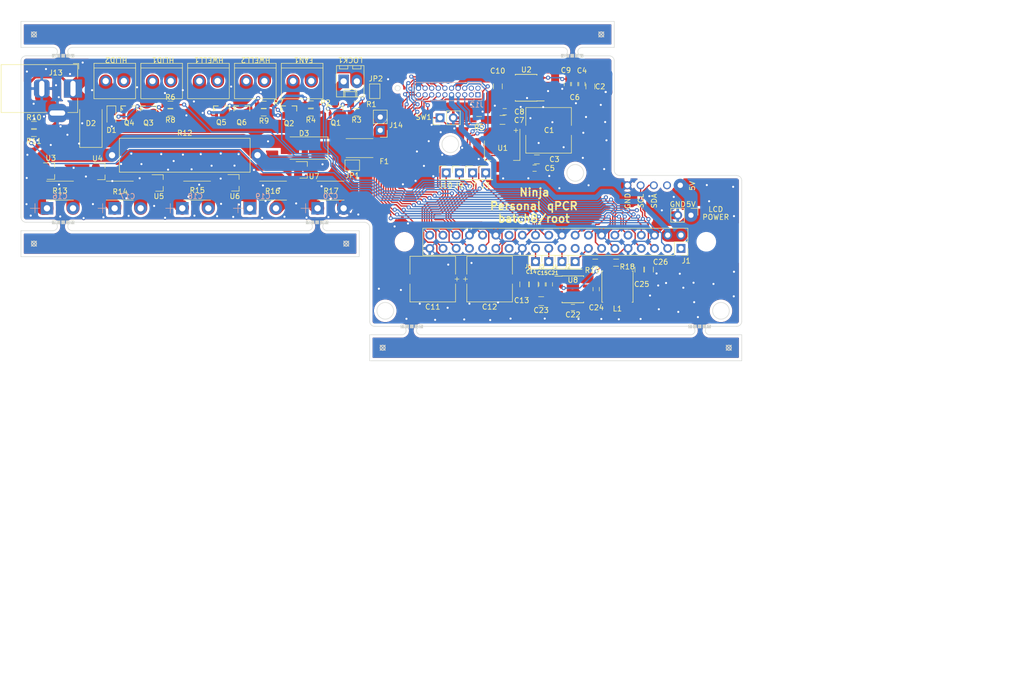
<source format=kicad_pcb>
(kicad_pcb (version 20171130) (host pcbnew "(5.1.6-0-10_14)")
  (layers (0 F.Cu signal) (31 B.Cu signal) (34 B.Paste user) (35 F.Paste user) (36 B.SilkS user) (37 F.SilkS user) (38 B.Mask user) (39 F.Mask user) (44 Edge.Cuts user))
  (net 0 "")
  (net 1 12V)
  (net 2 GND)
  (net 3 3V3A)
  (net 4 3V3D)
  (net 5 5V_UPS)
  (net 6 12V_BD_VIN)
  (net 7 /SheetSupercap/BD_BOOT)
  (net 8 /SheetSupercap/BD_SW)
  (net 9 I2C_SCL)
  (net 10 I2C_SDA)
  (net 11 THERM_R_SWITCH)
  (net 12 MUX_SELECT)
  (net 13 MUX_S3)
  (net 14 AMP_GAIN_SW)
  (net 15 MUX_S2)
  (net 16 MUX_S1)
  (net 17 ADC_DRDY)
  (net 18 MUX_S0)
  (net 19 "Net-(Q1-Pad1)")
  (net 20 "Net-(Q2-Pad1)")
  (net 21 "Net-(Q3-Pad1)")
  (net 22 VIN_SENSE)
  (net 23 /SheetSupercap/BD_FB)
  (net 24 "Net-(C18-Pad2)")
  (net 25 "Net-(FAN1-Pad2)")
  (net 26 "Net-(HLID1-Pad2)")
  (net 27 "Net-(HWELL1-Pad2)")
  (net 28 /FAN)
  (net 29 /WELL_HEATER)
  (net 30 /LID_HEATER)
  (net 31 "Net-(D2-Pad1)")
  (net 32 DOPEN)
  (net 33 DLOCK)
  (net 34 "Net-(C19-Pad2)")
  (net 35 /GPIO13)
  (net 36 /GPIO26)
  (net 37 /GPIO22)
  (net 38 /GPIO28)
  (net 39 /GPIO12)
  (net 40 /GPIO14)
  (net 41 /GPIO3)
  (net 42 "Net-(HLID2-Pad2)")
  (net 43 "Net-(HWELL2-Pad2)")
  (net 44 "Net-(C9-Pad1)")
  (net 45 "Net-(C16-Pad2)")
  (net 46 "Net-(C16-Pad1)")
  (net 47 "Net-(C17-Pad2)")
  (net 48 "Net-(C22-Pad1)")
  (net 49 "Net-(C23-Pad1)")
  (net 50 "Net-(Q5-Pad1)")
  (net 51 /GPIO5)
  (net 52 "Net-(LOCK1-Pad1)")
  (net 53 PD_TH1)
  (net 54 PD_TH2)
  (module Ninja-qPCR:Raspberry_Pi_3A+_3B+_4B_FaceDown_TopOnly (layer F.Cu) (at 184.31 80.01 270)
    (fp_text reference J1 (at 2.39 -1.01) (layer F.SilkS))
    (fp_text value Raspberry_Pi_3A_Plus_wpi)
    (pad 6 thru_hole oval (at -2.54 5.08 270) (size 1.7 1.7) (drill 1) (layers *.Cu *.Mask) (net 2 GND))
    (pad 3 thru_hole oval (at 0 2.54 270) (size 1.7 1.7) (drill 1) (layers *.Cu *.Mask) (net 10 I2C_SDA))
    (pad 15 thru_hole oval (at 0 17.78 270) (size 1.7 1.7) (drill 1) (layers *.Cu *.Mask) (net 41 /GPIO3))
    (pad 16 thru_hole oval (at -2.54 17.78 270) (size 1.7 1.7) (drill 1) (layers *.Cu *.Mask) (net 18 MUX_S0))
    (pad 4 thru_hole oval (at -2.54 2.54 270) (size 1.7 1.7) (drill 1) (layers *.Cu *.Mask) (net 5 5V_UPS))
    (pad 5 thru_hole oval (at 0 5.08 270) (size 1.7 1.7) (drill 1) (layers *.Cu *.Mask) (net 9 I2C_SCL))
    (pad 2 thru_hole oval (at -2.54 0 270) (size 1.7 1.7) (drill 1) (layers *.Cu *.Mask) (net 5 5V_UPS))
    (pad 1 thru_hole rect (at 0 0 270) (size 1.7 1.7) (drill 1) (layers *.Cu *.Mask))
    (pad 23 thru_hole oval (at 0 27.94 270) (size 1.7 1.7) (drill 1) (layers *.Cu *.Mask) (net 40 /GPIO14))
    (pad 24 thru_hole oval (at -2.54 27.94 270) (size 1.7 1.7) (drill 1) (layers *.Cu *.Mask) (net 17 ADC_DRDY))
    (pad 11 thru_hole oval (at 0 12.7 270) (size 1.7 1.7) (drill 1) (layers *.Cu *.Mask) (net 22 VIN_SENSE))
    (pad 12 thru_hole oval (at -2.54 12.7 270) (size 1.7 1.7) (drill 1) (layers *.Cu *.Mask) (net 16 MUX_S1))
    (pad 27 thru_hole oval (at 0 33.02 270) (size 1.7 1.7) (drill 1) (layers *.Cu *.Mask))
    (pad 28 thru_hole oval (at -2.54 33.02 270) (size 1.7 1.7) (drill 1) (layers *.Cu *.Mask))
    (pad 13 thru_hole oval (at 0 15.24 270) (size 1.7 1.7) (drill 1) (layers *.Cu *.Mask) (net 30 /LID_HEATER))
    (pad 14 thru_hole oval (at -2.54 15.24 270) (size 1.7 1.7) (drill 1) (layers *.Cu *.Mask) (net 2 GND))
    (pad 9 thru_hole oval (at 0 10.16 270) (size 1.7 1.7) (drill 1) (layers *.Cu *.Mask) (net 2 GND))
    (pad 10 thru_hole oval (at -2.54 10.16 270) (size 1.7 1.7) (drill 1) (layers *.Cu *.Mask) (net 15 MUX_S2))
    (pad 19 thru_hole oval (at 0 22.86 270) (size 1.7 1.7) (drill 1) (layers *.Cu *.Mask) (net 39 /GPIO12))
    (pad 20 thru_hole oval (at -2.54 22.86 270) (size 1.7 1.7) (drill 1) (layers *.Cu *.Mask) (net 2 GND))
    (pad 37 thru_hole oval (at 0 45.72 270) (size 1.7 1.7) (drill 1) (layers *.Cu *.Mask) (net 53 PD_TH1))
    (pad 38 thru_hole oval (at -2.54 45.72 270) (size 1.7 1.7) (drill 1) (layers *.Cu *.Mask) (net 38 /GPIO28))
    (pad 33 thru_hole oval (at 0 40.64 270) (size 1.7 1.7) (drill 1) (layers *.Cu *.Mask) (net 29 /WELL_HEATER))
    (pad 34 thru_hole oval (at -2.54 40.64 270) (size 1.7 1.7) (drill 1) (layers *.Cu *.Mask) (net 2 GND))
    (pad 35 thru_hole oval (at 0 43.18 270) (size 1.7 1.7) (drill 1) (layers *.Cu *.Mask) (net 32 DOPEN))
    (pad 36 thru_hole oval (at -2.54 43.18 270) (size 1.7 1.7) (drill 1) (layers *.Cu *.Mask) (net 33 DLOCK))
    (pad 17 thru_hole oval (at 0 20.32 270) (size 1.7 1.7) (drill 1) (layers *.Cu *.Mask))
    (pad 18 thru_hole oval (at -2.54 20.32 270) (size 1.7 1.7) (drill 1) (layers *.Cu *.Mask) (net 51 /GPIO5))
    (pad 31 thru_hole oval (at 0 38.1 270) (size 1.7 1.7) (drill 1) (layers *.Cu *.Mask) (net 37 /GPIO22))
    (pad 32 thru_hole oval (at -2.54 38.1 270) (size 1.7 1.7) (drill 1) (layers *.Cu *.Mask) (net 36 /GPIO26))
    (pad 7 thru_hole oval (at 0 7.62 270) (size 1.7 1.7) (drill 1) (layers *.Cu *.Mask) (net 14 AMP_GAIN_SW))
    (pad 8 thru_hole oval (at -2.54 7.62 270) (size 1.7 1.7) (drill 1) (layers *.Cu *.Mask) (net 13 MUX_S3))
    (pad 29 thru_hole oval (at 0 35.56 270) (size 1.7 1.7) (drill 1) (layers *.Cu *.Mask) (net 28 /FAN))
    (pad 30 thru_hole oval (at -2.54 35.56 270) (size 1.7 1.7) (drill 1) (layers *.Cu *.Mask) (net 2 GND))
    (pad 21 thru_hole oval (at 0 25.4 270) (size 1.7 1.7) (drill 1) (layers *.Cu *.Mask) (net 35 /GPIO13))
    (pad 22 thru_hole oval (at -2.54 25.4 270) (size 1.7 1.7) (drill 1) (layers *.Cu *.Mask) (net 12 MUX_SELECT))
    (pad 25 thru_hole oval (at 0 30.48 270) (size 1.7 1.7) (drill 1) (layers *.Cu *.Mask) (net 2 GND))
    (pad 26 thru_hole oval (at -2.54 30.48 270) (size 1.7 1.7) (drill 1) (layers *.Cu *.Mask) (net 11 THERM_R_SWITCH))
    (pad 39 thru_hole oval (at 0 48.26 270) (size 1.7 1.7) (drill 1) (layers *.Cu *.Mask) (net 2 GND))
    (pad 40 thru_hole oval (at -2.54 48.26 270) (size 1.7 1.7) (drill 1) (layers *.Cu *.Mask) (net 54 PD_TH2))
    (pad "" np_thru_hole circle (at -1.27 -4.87) (size 2.75 2.75) (drill 2.75) (layers *.Cu *.Mask))
    (pad "" np_thru_hole circle (at -1.27 53.13) (size 2.75 2.75) (drill 2.75) (layers *.Cu *.Mask))
  )
  (module Resistors_SMD:R_2512_HandSoldering (layer F.Cu) (at 122.555 60.7346 180)
    (fp_text reference F1 (at -4.745 -2.5654) (layer F.SilkS))
    (fp_text value Fuse)
    (pad 1 smd rect (at -3.95 0 180) (size 2.7 3.2) (layers F.Cu F.Paste F.Mask) (net 6 12V_BD_VIN))
    (pad 2 smd rect (at 3.95 0 180) (size 2.7 3.2) (layers F.Cu F.Paste F.Mask) (net 31 "Net-(D2-Pad1)"))
  )
  (module Capacitors_SMD:C_0805_HandSoldering (layer F.Cu) (at 166.9058 48.895 270)
    (fp_text reference C2 (at 0.025 -1.8842 180) (layer F.SilkS))
    (fp_text value 4.7uF)
    (pad 1 smd rect (at -1.25 0 270) (size 1.5 1.25) (layers F.Cu F.Paste F.Mask) (net 1 12V))
    (pad 2 smd rect (at 1.25 0 270) (size 1.5 1.25) (layers F.Cu F.Paste F.Mask) (net 2 GND))
  )
  (module Capacitors_SMD:C_0603_HandSoldering (layer F.Cu) (at 163.8832 48.4378 270)
    (fp_text reference C6 (at 2.5422 -0.0168 180) (layer F.SilkS))
    (fp_text value 0.01uF)
    (pad 2 smd rect (at 0.95 0 270) (size 1.2 0.75) (layers F.Cu F.Paste F.Mask) (net 2 GND))
    (pad 1 smd rect (at -0.95 0 270) (size 1.2 0.75) (layers F.Cu F.Paste F.Mask) (net 1 12V))
  )
  (module Capacitors_SMD:C_0805_HandSoldering (layer F.Cu) (at 149.1258 48.875 270)
    (fp_text reference C10 (at -2.975 0.0258 180) (layer F.SilkS))
    (fp_text value 4.7uF)
    (pad 2 smd rect (at 1.25 0 270) (size 1.5 1.25) (layers F.Cu F.Paste F.Mask) (net 2 GND))
    (pad 1 smd rect (at -1.25 0 270) (size 1.5 1.25) (layers F.Cu F.Paste F.Mask) (net 3 3V3A))
  )
  (module Capacitors_SMD:C_0805_HandSoldering (layer F.Cu) (at 156.6342 62.9014)
    (fp_text reference C3 (at 3.3658 -0.0014) (layer F.SilkS))
    (fp_text value 22uF)
    (pad 2 smd rect (at 1.25 0) (size 1.5 1.25) (layers F.Cu F.Paste F.Mask) (net 2 GND))
    (pad 1 smd rect (at -1.25 0) (size 1.5 1.25) (layers F.Cu F.Paste F.Mask) (net 1 12V))
  )
  (module Capacitors_SMD:C_0805_HandSoldering (layer F.Cu) (at 150.0148 55.3212)
    (fp_text reference C7 (at 3.2052 0.0688 180) (layer F.SilkS))
    (fp_text value 22uF)
    (pad 2 smd rect (at 1.25 0) (size 1.5 1.25) (layers F.Cu F.Paste F.Mask) (net 2 GND))
    (pad 1 smd rect (at -1.25 0) (size 1.5 1.25) (layers F.Cu F.Paste F.Mask) (net 4 3V3D))
  )
  (module Capacitors_SMD:C_0805_HandSoldering (layer F.Cu) (at 154.2034 86.922 270)
    (fp_text reference C13 (at 3.078 0.5034) (layer F.SilkS))
    (fp_text value 4.7uF)
    (pad 2 smd rect (at 1.25 0 270) (size 1.5 1.25) (layers F.Cu F.Paste F.Mask) (net 2 GND))
    (pad 1 smd rect (at -1.25 0 270) (size 1.5 1.25) (layers F.Cu F.Paste F.Mask) (net 6 12V_BD_VIN))
  )
  (module Capacitors_SMD:C_0805_HandSoldering (layer F.Cu) (at 156.0322 86.922 270)
    (fp_text reference C14 (at -2.412 0.4722 180) (layer F.SilkS) (effects (font (size 0.7 0.7))))
    (fp_text value 4.7uF)
    (pad 2 smd rect (at 1.25 0 270) (size 1.5 1.25) (layers F.Cu F.Paste F.Mask) (net 2 GND))
    (pad 1 smd rect (at -1.25 0 270) (size 1.5 1.25) (layers F.Cu F.Paste F.Mask) (net 6 12V_BD_VIN))
  )
  (module Capacitors_SMD:C_0603_HandSoldering (layer F.Cu) (at 159.0294 86.922 270)
    (fp_text reference C21 (at -2.202 -0.7306 180) (layer F.SilkS) (effects (font (size 0.7 0.7))))
    (fp_text value 0.01uF)
    (pad 2 smd rect (at 0.95 0 270) (size 1.2 0.75) (layers F.Cu F.Paste F.Mask) (net 2 GND))
    (pad 1 smd rect (at -0.95 0 270) (size 1.2 0.75) (layers F.Cu F.Paste F.Mask) (net 6 12V_BD_VIN))
  )
  (module Capacitors_SMD:C_0805_HandSoldering (layer F.Cu) (at 157.4546 90.1478 180)
    (fp_text reference C23 (at 0 -1.75) (layer F.SilkS))
    (fp_text value 4.7uF)
    (pad 1 smd rect (at -1.25 0 180) (size 1.5 1.25) (layers F.Cu F.Paste F.Mask) (net 49 "Net-(C23-Pad1)"))
    (pad 2 smd rect (at 1.25 0 180) (size 1.5 1.25) (layers F.Cu F.Paste F.Mask) (net 2 GND))
  )
  (module Capacitors_SMD:C_0805_HandSoldering (layer F.Cu) (at 176.3268 84.0772 270)
    (fp_text reference C25 (at 2.8128 -0.4532 180) (layer F.SilkS))
    (fp_text value 22uF)
    (pad 1 smd rect (at -1.25 0 270) (size 1.5 1.25) (layers F.Cu F.Paste F.Mask) (net 5 5V_UPS))
    (pad 2 smd rect (at 1.25 0 270) (size 1.5 1.25) (layers F.Cu F.Paste F.Mask) (net 2 GND))
  )
  (module Capacitors_SMD:C_0805_HandSoldering (layer F.Cu) (at 178.1556 84.0772 270)
    (fp_text reference C26 (at -1.4572 -2.2444 180) (layer F.SilkS))
    (fp_text value 22uF)
    (pad 2 smd rect (at 1.25 0 270) (size 1.5 1.25) (layers F.Cu F.Paste F.Mask) (net 2 GND))
    (pad 1 smd rect (at -1.25 0 270) (size 1.5 1.25) (layers F.Cu F.Paste F.Mask) (net 5 5V_UPS))
  )
  (module Connector_BarrelJack:BarrelJack_Horizontal (layer F.Cu) (at 67.5 49.3)
    (fp_text reference J13 (at -3.31 -3.04) (layer F.SilkS))
    (fp_text value Barrel_Jack_Switch)
    (pad 1 thru_hole rect (at 0 0) (size 3.5 3.5) (drill oval 1 3) (layers *.Cu *.Mask) (net 1 12V))
    (pad 2 thru_hole roundrect (at -6 0) (size 3 3.5) (drill oval 1 3) (layers *.Cu *.Mask) (net 2 GND))
    (pad 3 thru_hole roundrect (at -3 4.7) (size 3.5 3.5) (drill oval 3 1) (layers *.Cu *.Mask) (net 2 GND))
  )
  (module Pin_Headers:Pin_Header_Straight_1x02_Pitch2.54mm (layer F.Cu) (at 126.54 57.32 180)
    (fp_text reference J14 (at -3.02 0.98) (layer F.SilkS))
    (fp_text value Conn_01x02_Male)
    (pad 2 thru_hole oval (at 0 2.54 180) (size 1.7 1.7) (drill 1) (layers *.Cu *.Mask) (net 2 GND))
    (pad 1 thru_hole rect (at 0 0 180) (size 1.7 1.7) (drill 1) (layers *.Cu *.Mask) (net 6 12V_BD_VIN))
  )
  (module Jumper:SolderJumper-2_P1.3mm_Open_TrianglePad1.0x1.5mm (layer F.Cu) (at 121.158 64.0366)
    (fp_text reference JP1 (at 0.042 1.9634) (layer F.SilkS))
    (fp_text value Jumper)
    (pad 1 smd custom (at -0.725 0) (size 0.3 0.3) (layers F.Cu F.Mask) (net 31 "Net-(D2-Pad1)") (options (clearance outline) (anchor rect)) (primitives (gr_poly (pts (xy -0.5 -0.75) (xy 0.5 -0.75) (xy 1 0) (xy 0.5 0.75) (xy -0.5 0.75)) (width 0))))
    (pad 2 smd custom (at 0.725 0) (size 0.3 0.3) (layers F.Cu F.Mask) (net 6 12V_BD_VIN) (options (clearance outline) (anchor rect)) (primitives (gr_poly (pts (xy -0.65 -0.75) (xy 0.5 -0.75) (xy 0.5 0.75) (xy -0.65 0.75) (xy -0.15 0)) (width 0))))
  )
  (module Ninja-qPCR:SOT95P240X112-3N (layer F.Cu) (at 82.0166 53.3489 90)
    (fp_text reference Q3 (at -2.5511 -0.0166 180) (layer F.SilkS))
    (fp_text value Q_NMOS_GSD)
    (pad 3 smd rect (at 1.0922 0 90) (size 1.3208 0.5588) (layers F.Cu F.Paste F.Mask) (net 26 "Net-(HLID1-Pad2)"))
    (pad 2 smd rect (at -1.0922 0.9398 90) (size 1.3208 0.5588) (layers F.Cu F.Paste F.Mask) (net 2 GND))
    (pad 1 smd rect (at -1.0922 -0.9398 90) (size 1.3208 0.5588) (layers F.Cu F.Paste F.Mask) (net 21 "Net-(Q3-Pad1)"))
  )
  (module Ninja-qPCR:SOT95P240X112-3N (layer F.Cu) (at 108.966 53.3489 90)
    (fp_text reference Q2 (at -2.6511 0.034 180) (layer F.SilkS))
    (fp_text value Q_NMOS_GSD)
    (pad 1 smd rect (at -1.0922 -0.9398 90) (size 1.3208 0.5588) (layers F.Cu F.Paste F.Mask) (net 20 "Net-(Q2-Pad1)"))
    (pad 2 smd rect (at -1.0922 0.9398 90) (size 1.3208 0.5588) (layers F.Cu F.Paste F.Mask) (net 2 GND))
    (pad 3 smd rect (at 1.0922 0 90) (size 1.3208 0.5588) (layers F.Cu F.Paste F.Mask) (net 25 "Net-(FAN1-Pad2)"))
  )
  (module Ninja-qPCR:SOT95P240X112-3N (layer F.Cu) (at 96.0247 53.3489 90)
    (fp_text reference Q5 (at -2.4511 -0.0247 180) (layer F.SilkS))
    (fp_text value Q_NMOS_GSD)
    (pad 1 smd rect (at -1.0922 -0.9398 90) (size 1.3208 0.5588) (layers F.Cu F.Paste F.Mask) (net 50 "Net-(Q5-Pad1)"))
    (pad 2 smd rect (at -1.0922 0.9398 90) (size 1.3208 0.5588) (layers F.Cu F.Paste F.Mask) (net 2 GND))
    (pad 3 smd rect (at 1.0922 0 90) (size 1.3208 0.5588) (layers F.Cu F.Paste F.Mask) (net 27 "Net-(HWELL1-Pad2)"))
  )
  (module Resistors_SMD:R_0603_HandSoldering (layer F.Cu) (at 86.2076 52.4091)
    (fp_text reference R6 (at 0 -1.45) (layer F.SilkS))
    (fp_text value 150)
    (pad 2 smd rect (at 1.1 0) (size 1.2 0.9) (layers F.Cu F.Paste F.Mask) (net 30 /LID_HEATER))
    (pad 1 smd rect (at -1.1 0) (size 1.2 0.9) (layers F.Cu F.Paste F.Mask) (net 21 "Net-(Q3-Pad1)"))
  )
  (module Resistors_SMD:R_0603_HandSoldering (layer F.Cu) (at 113.2078 52.3494)
    (fp_text reference R2 (at 2.8022 -0.3394 180) (layer F.SilkS))
    (fp_text value 150)
    (pad 2 smd rect (at 1.1 0) (size 1.2 0.9) (layers F.Cu F.Paste F.Mask) (net 28 /FAN))
    (pad 1 smd rect (at -1.1 0) (size 1.2 0.9) (layers F.Cu F.Paste F.Mask) (net 20 "Net-(Q2-Pad1)"))
  )
  (module Resistors_SMD:R_0603_HandSoldering (layer F.Cu) (at 86.2076 53.895 180)
    (fp_text reference R8 (at 0 -1.45) (layer F.SilkS))
    (fp_text value 47k)
    (pad 2 smd rect (at 1.1 0 180) (size 1.2 0.9) (layers F.Cu F.Paste F.Mask) (net 21 "Net-(Q3-Pad1)"))
    (pad 1 smd rect (at -1.1 0 180) (size 1.2 0.9) (layers F.Cu F.Paste F.Mask) (net 2 GND))
  )
  (module Resistors_SMD:R_0603_HandSoldering (layer F.Cu) (at 113.1951 53.8823 180)
    (fp_text reference R4 (at 0 -1.45) (layer F.SilkS))
    (fp_text value 47k)
    (pad 1 smd rect (at -1.1 0 180) (size 1.2 0.9) (layers F.Cu F.Paste F.Mask) (net 2 GND))
    (pad 2 smd rect (at 1.1 0 180) (size 1.2 0.9) (layers F.Cu F.Paste F.Mask) (net 20 "Net-(Q2-Pad1)"))
  )
  (module Resistors_SMD:R_0603_HandSoldering (layer F.Cu) (at 104.1527 52.4091)
    (fp_text reference R7 (at 2.8173 -0.4191 180) (layer F.SilkS))
    (fp_text value 150)
    (pad 1 smd rect (at -1.1 0) (size 1.2 0.9) (layers F.Cu F.Paste F.Mask) (net 50 "Net-(Q5-Pad1)"))
    (pad 2 smd rect (at 1.1 0) (size 1.2 0.9) (layers F.Cu F.Paste F.Mask) (net 29 /WELL_HEATER))
  )
  (module Resistors_SMD:R_0603_HandSoldering (layer F.Cu) (at 104.14 53.8823 180)
    (fp_text reference R9 (at -0.06 -1.6277) (layer F.SilkS))
    (fp_text value 47k)
    (pad 2 smd rect (at 1.1 0 180) (size 1.2 0.9) (layers F.Cu F.Paste F.Mask) (net 50 "Net-(Q5-Pad1)"))
    (pad 1 smd rect (at -1.1 0 180) (size 1.2 0.9) (layers F.Cu F.Paste F.Mask) (net 2 GND))
  )
  (module Resistors_SMD:R_0603_HandSoldering (layer F.Cu) (at 60 56.308)
    (fp_text reference R10 (at 0 -1.45) (layer F.SilkS))
    (fp_text value 47k)
    (pad 1 smd rect (at -1.1 0) (size 1.2 0.9) (layers F.Cu F.Paste F.Mask) (net 1 12V))
    (pad 2 smd rect (at 1.1 0) (size 1.2 0.9) (layers F.Cu F.Paste F.Mask) (net 22 VIN_SENSE))
  )
  (module Resistors_SMD:R_0603_HandSoldering (layer F.Cu) (at 60 57.832)
    (fp_text reference R11 (at 0 1.568) (layer F.SilkS))
    (fp_text value 10k)
    (pad 2 smd rect (at 1.1 0) (size 1.2 0.9) (layers F.Cu F.Paste F.Mask) (net 2 GND))
    (pad 1 smd rect (at -1.1 0) (size 1.2 0.9) (layers F.Cu F.Paste F.Mask) (net 22 VIN_SENSE))
  )
  (module Resistors_ThroughHole:R_Axial_Power_L25.0mm_W6.4mm_P27.94mm (layer F.Cu) (at 75.0062 62.1062)
    (fp_text reference R12 (at 13.97 -4.26) (layer F.SilkS))
    (fp_text value "8.2Ω 3W")
    (pad 2 thru_hole oval (at 27.94 0) (size 2.4 2.4) (drill 1.2) (layers *.Cu *.Mask) (net 31 "Net-(D2-Pad1)"))
    (pad 1 thru_hole circle (at 0 0) (size 2.4 2.4) (drill 1.2) (layers *.Cu *.Mask) (net 46 "Net-(C16-Pad1)"))
  )
  (module Resistors_SMD:R_2512_HandSoldering (layer F.Cu) (at 65 68.9134 180)
    (fp_text reference R13 (at 0 -0.0166) (layer F.SilkS))
    (fp_text value 1k2W)
    (pad 1 smd rect (at -3.95 0 180) (size 2.7 3.2) (layers F.Cu F.Paste F.Mask) (net 45 "Net-(C16-Pad2)"))
    (pad 2 smd rect (at 3.95 0 180) (size 2.7 3.2) (layers F.Cu F.Paste F.Mask) (net 46 "Net-(C16-Pad1)"))
  )
  (module Resistors_SMD:R_2512_HandSoldering (layer F.Cu) (at 76.5 68.9134 180)
    (fp_text reference R14 (at -0.06 -0.1966) (layer F.SilkS))
    (fp_text value 1k2W)
    (pad 2 smd rect (at 3.95 0 180) (size 2.7 3.2) (layers F.Cu F.Paste F.Mask) (net 45 "Net-(C16-Pad2)"))
    (pad 1 smd rect (at -3.95 0 180) (size 2.7 3.2) (layers F.Cu F.Paste F.Mask) (net 47 "Net-(C17-Pad2)"))
  )
  (module Resistors_SMD:R_2512_HandSoldering (layer F.Cu) (at 91.3384 68.9134 180)
    (fp_text reference R15 (at -0.0416 0.0634) (layer F.SilkS))
    (fp_text value 1k2W)
    (pad 1 smd rect (at -3.95 0 180) (size 2.7 3.2) (layers F.Cu F.Paste F.Mask) (net 24 "Net-(C18-Pad2)"))
    (pad 2 smd rect (at 3.95 0 180) (size 2.7 3.2) (layers F.Cu F.Paste F.Mask) (net 47 "Net-(C17-Pad2)"))
  )
  (module Resistors_SMD:R_2512_HandSoldering (layer F.Cu) (at 105.9434 68.9134 180)
    (fp_text reference R16 (at 0.0834 -0.0766) (layer F.SilkS))
    (fp_text value 1k2W)
    (pad 2 smd rect (at 3.95 0 180) (size 2.7 3.2) (layers F.Cu F.Paste F.Mask) (net 24 "Net-(C18-Pad2)"))
    (pad 1 smd rect (at -3.95 0 180) (size 2.7 3.2) (layers F.Cu F.Paste F.Mask) (net 34 "Net-(C19-Pad2)"))
  )
  (module Resistors_SMD:R_2512_HandSoldering (layer F.Cu) (at 117 68.9134 180)
    (fp_text reference R17 (at -0.08 -0.0566 180) (layer F.SilkS))
    (fp_text value 1k2W)
    (pad 1 smd rect (at -3.95 0 180) (size 2.7 3.2) (layers F.Cu F.Paste F.Mask) (net 2 GND))
    (pad 2 smd rect (at 3.95 0 180) (size 2.7 3.2) (layers F.Cu F.Paste F.Mask) (net 34 "Net-(C19-Pad2)"))
  )
  (module Resistors_SMD:R_0603_HandSoldering (layer F.Cu) (at 171.847 82.7588 180)
    (fp_text reference R18 (at -2.153 -0.7812 180) (layer F.SilkS))
    (fp_text value 261k)
    (pad 2 smd rect (at 1.1 0 180) (size 1.2 0.9) (layers F.Cu F.Paste F.Mask) (net 23 /SheetSupercap/BD_FB))
    (pad 1 smd rect (at -1.1 0 180) (size 1.2 0.9) (layers F.Cu F.Paste F.Mask) (net 5 5V_UPS))
  )
  (module Resistors_SMD:R_0603_HandSoldering (layer F.Cu) (at 167.847 82.7588 180)
    (fp_text reference R19 (at 0.547 -1.4412) (layer F.SilkS))
    (fp_text value 47k)
    (pad 2 smd rect (at 1.1 0 180) (size 1.2 0.9) (layers F.Cu F.Paste F.Mask) (net 2 GND))
    (pad 1 smd rect (at -1.1 0 180) (size 1.2 0.9) (layers F.Cu F.Paste F.Mask) (net 23 /SheetSupercap/BD_FB))
  )
  (module Housings_SOIC:SOIC-8-1EP_3.9x4.9mm_Pitch1.27mm (layer F.Cu) (at 154.5614 49.149 180)
    (fp_text reference U2 (at -0.0486 3.469 180) (layer F.SilkS))
    (fp_text value AP2210K-3.3TRG1)
    (pad 1 smd rect (at -2.7 -1.905 180) (size 1.55 0.6) (layers F.Cu F.Paste F.Mask) (net 1 12V))
    (pad 2 smd rect (at -2.7 -0.635 180) (size 1.55 0.6) (layers F.Cu F.Paste F.Mask) (net 2 GND))
    (pad 3 smd rect (at -2.7 0.635 180) (size 1.55 0.6) (layers F.Cu F.Paste F.Mask) (net 1 12V))
    (pad 4 smd rect (at -2.7 1.905 180) (size 1.55 0.6) (layers F.Cu F.Paste F.Mask) (net 44 "Net-(C9-Pad1)"))
    (pad 5 smd rect (at 2.7 1.905 180) (size 1.55 0.6) (layers F.Cu F.Paste F.Mask) (net 3 3V3A))
    (pad 6 smd rect (at 2.7 0.635 180) (size 1.55 0.6) (layers F.Cu F.Paste F.Mask))
    (pad 7 smd rect (at 2.7 -0.635 180) (size 1.55 0.6) (layers F.Cu F.Paste F.Mask))
    (pad 8 smd rect (at 2.7 -1.905 180) (size 1.55 0.6) (layers F.Cu F.Paste F.Mask))
    (pad 9 smd rect (at 0.5875 0.5875 180) (size 1.175 1.175) (layers F.Cu F.Paste F.Mask))
    (pad 9 smd rect (at 0.5875 -0.5875 180) (size 1.175 1.175) (layers F.Cu F.Paste F.Mask))
    (pad 9 smd rect (at -0.5875 0.5875 180) (size 1.175 1.175) (layers F.Cu F.Paste F.Mask))
    (pad 9 smd rect (at -0.5875 -0.5875 180) (size 1.175 1.175) (layers F.Cu F.Paste F.Mask))
  )
  (module TO_SOT_Packages_SMD:SOT-223 (layer F.Cu) (at 149.96 61.19 270)
    (fp_text reference U1 (at -0.46 -0.1 180) (layer F.SilkS))
    (fp_text value CJT1117-3.3)
    (pad 4 smd rect (at 3.15 0 270) (size 2 3.8) (layers F.Cu F.Paste F.Mask))
    (pad 2 smd rect (at -3.15 0 270) (size 2 1.5) (layers F.Cu F.Paste F.Mask) (net 4 3V3D))
    (pad 3 smd rect (at -3.15 2.3 270) (size 2 1.5) (layers F.Cu F.Paste F.Mask) (net 1 12V))
    (pad 1 smd rect (at -3.15 -2.3 270) (size 2 1.5) (layers F.Cu F.Paste F.Mask) (net 2 GND))
  )
  (module Housings_SOIC:SOIC-8-1EP_3.9x4.9mm_Pitch1.27mm (layer F.Cu) (at 163.5448 87.8754)
    (fp_text reference U8 (at 0 -1.7754) (layer F.SilkS))
    (fp_text value BD9D320EFJ-E2)
    (pad 9 smd rect (at -0.5875 -0.5875) (size 1.175 1.175) (layers F.Cu F.Paste F.Mask) (net 2 GND))
    (pad 9 smd rect (at -0.5875 0.5875) (size 1.175 1.175) (layers F.Cu F.Paste F.Mask) (net 2 GND))
    (pad 9 smd rect (at 0.5875 -0.5875) (size 1.175 1.175) (layers F.Cu F.Paste F.Mask) (net 2 GND))
    (pad 9 smd rect (at 0.5875 0.5875) (size 1.175 1.175) (layers F.Cu F.Paste F.Mask) (net 2 GND))
    (pad 8 smd rect (at 2.7 -1.905) (size 1.55 0.6) (layers F.Cu F.Paste F.Mask) (net 6 12V_BD_VIN))
    (pad 7 smd rect (at 2.7 -0.635) (size 1.55 0.6) (layers F.Cu F.Paste F.Mask) (net 7 /SheetSupercap/BD_BOOT))
    (pad 6 smd rect (at 2.7 0.635) (size 1.55 0.6) (layers F.Cu F.Paste F.Mask) (net 8 /SheetSupercap/BD_SW))
    (pad 5 smd rect (at 2.7 1.905) (size 1.55 0.6) (layers F.Cu F.Paste F.Mask) (net 2 GND))
    (pad 4 smd rect (at -2.7 1.905) (size 1.55 0.6) (layers F.Cu F.Paste F.Mask) (net 48 "Net-(C22-Pad1)"))
    (pad 3 smd rect (at -2.7 0.635) (size 1.55 0.6) (layers F.Cu F.Paste F.Mask) (net 49 "Net-(C23-Pad1)"))
    (pad 2 smd rect (at -2.7 -0.635) (size 1.55 0.6) (layers F.Cu F.Paste F.Mask) (net 23 /SheetSupercap/BD_FB))
    (pad 1 smd rect (at -2.7 -1.905) (size 1.55 0.6) (layers F.Cu F.Paste F.Mask) (net 6 12V_BD_VIN))
  )
  (module Ninja-qPCR:TB_SeeedOPL_320110028 (layer F.Cu) (at 113.28 47.85 180)
    (fp_text reference FAN1 (at 1.48 4.05 180 unlocked) (layer F.SilkS))
    (fp_text value Screw_Terminal_01x02)
    (pad 1 thru_hole circle (at 0 0 180) (size 2 2) (drill 1.2) (layers *.Cu *.Mask) (net 1 12V))
    (pad 2 thru_hole circle (at 3.5 0 180) (size 2 2) (drill 1.2) (layers *.Cu *.Mask) (net 25 "Net-(FAN1-Pad2)"))
  )
  (module Ninja-qPCR:TB_SeeedOPL_320110028 (layer F.Cu) (at 86.28 47.85 180)
    (fp_text reference HLID1 (at 1.48 4.05 180 unlocked) (layer F.SilkS))
    (fp_text value Screw_Terminal_01x02)
    (pad 2 thru_hole circle (at 3.5 0 180) (size 2 2) (drill 1.2) (layers *.Cu *.Mask) (net 26 "Net-(HLID1-Pad2)"))
    (pad 1 thru_hole circle (at 0 0 180) (size 2 2) (drill 1.2) (layers *.Cu *.Mask) (net 1 12V))
  )
  (module Ninja-qPCR:TB_SeeedOPL_320110028 (layer F.Cu) (at 95.28 47.85 180)
    (fp_text reference HWELL1 (at 1.68 4.05 180 unlocked) (layer F.SilkS))
    (fp_text value Screw_Terminal_01x02)
    (pad 1 thru_hole circle (at 0 0 180) (size 2 2) (drill 1.2) (layers *.Cu *.Mask) (net 1 12V))
    (pad 2 thru_hole circle (at 3.5 0 180) (size 2 2) (drill 1.2) (layers *.Cu *.Mask) (net 27 "Net-(HWELL1-Pad2)"))
  )
  (module Ninja-qPCR:TB_SeeedOPL_320110028 (layer F.Cu) (at 104.28 47.85 180)
    (fp_text reference HWELL2 (at 1.68 4.05 180 unlocked) (layer F.SilkS))
    (fp_text value Screw_Terminal_01x02)
    (pad 2 thru_hole circle (at 3.5 0 180) (size 2 2) (drill 1.2) (layers *.Cu *.Mask) (net 43 "Net-(HWELL2-Pad2)"))
    (pad 1 thru_hole circle (at 0 0 180) (size 2 2) (drill 1.2) (layers *.Cu *.Mask) (net 1 12V))
  )
  (module Pin_Headers:Pin_Header_Straight_1x02_Pitch2.54mm (layer F.Cu) (at 186.2328 73.6378 270)
    (fp_text reference LCD1_POWER1 hide)
    (fp_text value Conn_01x02_Male)
    (pad 2 thru_hole oval (at 0 2.54 270) (size 1.7 1.7) (drill 1) (layers *.Cu *.Mask) (net 2 GND))
    (pad 1 thru_hole rect (at 0 0 270) (size 1.7 1.7) (drill 1) (layers *.Cu *.Mask) (net 5 5V_UPS))
  )
  (module Connectors_Molex:Molex_KK-6410-02_02x2.54mm_Straight (layer F.Cu) (at 119.5 47.92)
    (fp_text reference LOCK1 (at 1.3 -4.12 180 unlocked) (layer F.SilkS))
    (fp_text value Conn_01x02_Male)
    (pad 2 thru_hole oval (at 2.54 0) (size 2 2.6) (drill 1.2) (layers *.Cu *.Mask) (net 1 12V))
    (pad 1 thru_hole rect (at 0 0) (size 2 2.6) (drill 1.2) (layers *.Cu *.Mask) (net 52 "Net-(LOCK1-Pad1)"))
  )
  (module Ninja-qPCR:SOT95P240X112-3N (layer F.Cu) (at 117.856 53.3489 90)
    (fp_text reference Q1 (at -2.5511 0.144 180) (layer F.SilkS))
    (fp_text value Q_NMOS_GSD)
    (pad 1 smd rect (at -1.0922 -0.9398 90) (size 1.3208 0.5588) (layers F.Cu F.Paste F.Mask) (net 19 "Net-(Q1-Pad1)"))
    (pad 2 smd rect (at -1.0922 0.9398 90) (size 1.3208 0.5588) (layers F.Cu F.Paste F.Mask) (net 2 GND))
    (pad 3 smd rect (at 1.0922 0 90) (size 1.3208 0.5588) (layers F.Cu F.Paste F.Mask) (net 52 "Net-(LOCK1-Pad1)"))
  )
  (module Resistors_SMD:R_0603_HandSoldering (layer F.Cu) (at 145.53 55.34 180)
    (fp_text reference R5 (at 0 -1.45) (layer F.SilkS))
    (fp_text value 47k)
    (pad 2 smd rect (at 1.1 0 180) (size 1.2 0.9) (layers F.Cu F.Paste F.Mask) (net 32 DOPEN))
    (pad 1 smd rect (at -1.1 0 180) (size 1.2 0.9) (layers F.Cu F.Paste F.Mask) (net 4 3V3D))
  )
  (module Resistors_SMD:R_0603_HandSoldering (layer F.Cu) (at 121.9962 52.4091)
    (fp_text reference R1 (at 2.8338 -0.0791 180) (layer F.SilkS))
    (fp_text value 150)
    (pad 1 smd rect (at -1.1 0) (size 1.2 0.9) (layers F.Cu F.Paste F.Mask) (net 19 "Net-(Q1-Pad1)"))
    (pad 2 smd rect (at 1.1 0) (size 1.2 0.9) (layers F.Cu F.Paste F.Mask) (net 33 DLOCK))
  )
  (module Resistors_SMD:R_0603_HandSoldering (layer F.Cu) (at 121.9835 53.8823 180)
    (fp_text reference R3 (at 0 -1.45) (layer F.SilkS))
    (fp_text value 47k)
    (pad 2 smd rect (at 1.1 0 180) (size 1.2 0.9) (layers F.Cu F.Paste F.Mask) (net 19 "Net-(Q1-Pad1)"))
    (pad 1 smd rect (at -1.1 0 180) (size 1.2 0.9) (layers F.Cu F.Paste F.Mask) (net 2 GND))
  )
  (module Pin_Headers:Pin_Header_Straight_1x02_Pitch2.54mm (layer F.Cu) (at 138.03 54.92 90)
    (fp_text reference SW1 (at 0.13 -3.16 180) (layer F.SilkS))
    (fp_text value SW_Reed)
    (pad 2 thru_hole oval (at 0 2.54 90) (size 1.7 1.7) (drill 1) (layers *.Cu *.Mask) (net 2 GND))
    (pad 1 thru_hole rect (at 0 0 90) (size 1.7 1.7) (drill 1) (layers *.Cu *.Mask) (net 32 DOPEN))
  )
  (module Pin_Headers:Pin_Header_Straight_1x01_Pitch2.54mm (layer F.Cu) (at 163.95 82.69)
    (fp_text reference J2 (at -1.4 0.73 180) (layer F.SilkS) (effects (font (size 0.7 0.7))))
    (fp_text value Conn_01x01_Male)
    (pad 1 thru_hole rect (at 0.04 -0.14) (size 1.7 1.7) (drill 1) (layers *.Cu *.Mask) (net 41 /GPIO3))
  )
  (module Pin_Headers:Pin_Header_Straight_1x01_Pitch2.54mm (layer F.Cu) (at 161.45 82.68)
    (fp_text reference J4 (at -1.39 0.79 180) (layer F.SilkS) (effects (font (size 0.7 0.7))))
    (fp_text value Conn_01x01_Male)
    (pad 1 thru_hole rect (at 0 -0.13) (size 1.7 1.7) (drill 1) (layers *.Cu *.Mask) (net 39 /GPIO12))
  )
  (module Pin_Headers:Pin_Header_Straight_1x01_Pitch2.54mm (layer F.Cu) (at 158.91 82.67)
    (fp_text reference J5 (at -1.42 0.77 180) (layer F.SilkS) (effects (font (size 0.7 0.7))))
    (fp_text value Conn_01x01_Male)
    (pad 1 thru_hole rect (at 0 -0.12) (size 1.7 1.7) (drill 1) (layers *.Cu *.Mask) (net 35 /GPIO13))
  )
  (module Pin_Headers:Pin_Header_Straight_1x01_Pitch2.54mm (layer F.Cu) (at 156.36 82.67)
    (fp_text reference J6 (at -1.42 0.78 180) (layer F.SilkS) (effects (font (size 0.7 0.7))))
    (fp_text value Conn_01x01_Male)
    (pad 1 thru_hole rect (at 0.01 -0.12) (size 1.7 1.7) (drill 1) (layers *.Cu *.Mask) (net 40 /GPIO14))
  )
  (module Ninja-qPCR:UWX1E101MCL1GB (layer F.Cu) (at 158.8794 57.3278)
    (fp_text reference C1 (at 0.1006 -0.0178 180) (layer F.SilkS))
    (fp_text value 100uF hide)
    (pad 2 smd rect (at 3.2004 0) (size 3.9116 1.1938) (layers F.Cu F.Paste F.Mask) (net 2 GND))
    (pad 1 smd rect (at -3.2004 0) (size 3.9116 1.1938) (layers F.Cu F.Paste F.Mask) (net 1 12V))
  )
  (module Capacitors_SMD:C_0603_HandSoldering (layer F.Cu) (at 165.2802 48.4378 270)
    (fp_text reference C4 (at -2.5878 -0.0098 180) (layer F.SilkS))
    (fp_text value 0.1uF)
    (pad 2 smd rect (at 0.95 0 270) (size 1.2 0.75) (layers F.Cu F.Paste F.Mask) (net 2 GND))
    (pad 1 smd rect (at -0.95 0 270) (size 1.2 0.75) (layers F.Cu F.Paste F.Mask) (net 1 12V))
  )
  (module Capacitors_SMD:C_0603_HandSoldering (layer F.Cu) (at 156.187 64.5922)
    (fp_text reference C5 (at 2.913 0.0078) (layer F.SilkS))
    (fp_text value 0.1uF)
    (pad 2 smd rect (at 0.95 0) (size 1.2 0.75) (layers F.Cu F.Paste F.Mask) (net 2 GND))
    (pad 1 smd rect (at -0.95 0) (size 1.2 0.75) (layers F.Cu F.Paste F.Mask) (net 1 12V))
  )
  (module Capacitors_SMD:C_0603_HandSoldering (layer F.Cu) (at 150.4466 53.7464)
    (fp_text reference C8 (at 2.8134 0.0136) (layer F.SilkS))
    (fp_text value 0.1uF)
    (pad 1 smd rect (at -0.95 0) (size 1.2 0.75) (layers F.Cu F.Paste F.Mask) (net 4 3V3D))
    (pad 2 smd rect (at 0.95 0) (size 1.2 0.75) (layers F.Cu F.Paste F.Mask) (net 2 GND))
  )
  (module Ninja-qPCR:UWX1E101MCL1GB (layer F.Cu) (at 136.6266 85.906 180)
    (fp_text reference C11 (at 0 -5.344) (layer F.SilkS))
    (fp_text value 100uF hide)
    (pad 1 smd rect (at -3.2004 0 180) (size 3.9116 1.1938) (layers F.Cu F.Paste F.Mask) (net 6 12V_BD_VIN))
    (pad 2 smd rect (at 3.2004 0 180) (size 3.9116 1.1938) (layers F.Cu F.Paste F.Mask) (net 2 GND))
  )
  (module Ninja-qPCR:UWX1E101MCL1GB (layer F.Cu) (at 147.5486 85.906)
    (fp_text reference C12 (at 0 5.344) (layer F.SilkS))
    (fp_text value 100uF hide)
    (pad 1 smd rect (at -3.2004 0) (size 3.9116 1.1938) (layers F.Cu F.Paste F.Mask) (net 6 12V_BD_VIN))
    (pad 2 smd rect (at 3.2004 0) (size 3.9116 1.1938) (layers F.Cu F.Paste F.Mask) (net 2 GND))
  )
  (module Capacitors_SMD:C_0603_HandSoldering (layer F.Cu) (at 157.6324 86.922 270)
    (fp_text reference C15 (at -2.182 -0.0676) (layer F.SilkS) (effects (font (size 0.7 0.7))))
    (fp_text value 0.1uF)
    (pad 1 smd rect (at -0.95 0 270) (size 1.2 0.75) (layers F.Cu F.Paste F.Mask) (net 6 12V_BD_VIN))
    (pad 2 smd rect (at 0.95 0 270) (size 1.2 0.75) (layers F.Cu F.Paste F.Mask) (net 2 GND))
  )
  (module Capacitors_SMD:C_0603_HandSoldering (layer F.Cu) (at 163.5506 91.367)
    (fp_text reference C22 (at 0 1.383) (layer F.SilkS))
    (fp_text value 0.01uF)
    (pad 2 smd rect (at 0.95 0) (size 1.2 0.75) (layers F.Cu F.Paste F.Mask) (net 2 GND))
    (pad 1 smd rect (at -0.95 0) (size 1.2 0.75) (layers F.Cu F.Paste F.Mask) (net 48 "Net-(C22-Pad1)"))
  )
  (module Capacitors_SMD:C_0603_HandSoldering (layer F.Cu) (at 168.021 87.8364 270)
    (fp_text reference C24 (at 3.5436 -0.029 180) (layer F.SilkS))
    (fp_text value 0.1uF)
    (pad 1 smd rect (at -0.95 0 270) (size 1.2 0.75) (layers F.Cu F.Paste F.Mask) (net 7 /SheetSupercap/BD_BOOT))
    (pad 2 smd rect (at 0.95 0 270) (size 1.2 0.75) (layers F.Cu F.Paste F.Mask) (net 8 /SheetSupercap/BD_SW))
  )
  (module Ninja-qPCR:TB_SeeedOPL_320110028 (layer F.Cu) (at 77.28 47.85 180)
    (fp_text reference HLID2 (at 1.48 4.05 180 unlocked) (layer F.SilkS))
    (fp_text value Screw_Terminal_01x02)
    (pad 1 thru_hole circle (at 0 0 180) (size 2 2) (drill 1.2) (layers *.Cu *.Mask) (net 1 12V))
    (pad 2 thru_hole circle (at 3.5 0 180) (size 2 2) (drill 1.2) (layers *.Cu *.Mask) (net 42 "Net-(HLID2-Pad2)"))
  )
  (module Jumper:SolderJumper-2_P1.3mm_Open_TrianglePad1.0x1.5mm (layer F.Cu) (at 125.476 49.8126 270)
    (fp_text reference JP2 (at -2.4126 -0.214 180) (layer F.SilkS))
    (fp_text value Jumper)
    (pad 1 smd custom (at -0.725 0 270) (size 0.3 0.3) (layers F.Cu F.Mask) (net 1 12V) (options (clearance outline) (anchor rect)) (primitives (gr_poly (pts (xy -0.5 -0.75) (xy 0.5 -0.75) (xy 1 0) (xy 0.5 0.75) (xy -0.5 0.75)) (width 0))))
    (pad 2 smd custom (at 0.725 0 270) (size 0.3 0.3) (layers F.Cu F.Mask) (net 6 12V_BD_VIN) (options (clearance outline) (anchor rect)) (primitives (gr_poly (pts (xy -0.65 -0.75) (xy 0.5 -0.75) (xy 0.5 0.75) (xy -0.65 0.75) (xy -0.15 0)) (width 0))))
  )
  (module Ninja-qPCR:SOT95P240X112-3N (layer F.Cu) (at 78.232 53.3489 90)
    (fp_text reference Q4 (at -2.5511 0.068 180) (layer F.SilkS))
    (fp_text value Q_NMOS_GSD)
    (pad 3 smd rect (at 1.0922 0 90) (size 1.3208 0.5588) (layers F.Cu F.Paste F.Mask) (net 42 "Net-(HLID2-Pad2)"))
    (pad 2 smd rect (at -1.0922 0.9398 90) (size 1.3208 0.5588) (layers F.Cu F.Paste F.Mask) (net 2 GND))
    (pad 1 smd rect (at -1.0922 -0.9398 90) (size 1.3208 0.5588) (layers F.Cu F.Paste F.Mask) (net 21 "Net-(Q3-Pad1)"))
  )
  (module Ninja-qPCR:SOT95P240X112-3N (layer F.Cu) (at 99.9363 53.3489 90)
    (fp_text reference Q6 (at -2.4511 -0.0363 180) (layer F.SilkS))
    (fp_text value Q_NMOS_GSD)
    (pad 1 smd rect (at -1.0922 -0.9398 90) (size 1.3208 0.5588) (layers F.Cu F.Paste F.Mask) (net 50 "Net-(Q5-Pad1)"))
    (pad 2 smd rect (at -1.0922 0.9398 90) (size 1.3208 0.5588) (layers F.Cu F.Paste F.Mask) (net 2 GND))
    (pad 3 smd rect (at 1.0922 0 90) (size 1.3208 0.5588) (layers F.Cu F.Paste F.Mask) (net 43 "Net-(HWELL2-Pad2)"))
  )
  (module Diodes_SMD:D_SOD-323_HandSoldering (layer F.Cu) (at 74.8792 54.53 270)
    (fp_text reference D1 (at 2.77 -0.0208 180) (layer F.SilkS))
    (fp_text value D_Schottky)
    (pad 1 smd rect (at -1.25 0 270) (size 1 1) (layers F.Cu F.Paste F.Mask) (net 1 12V))
    (pad 2 smd rect (at 1.25 0 270) (size 1 1) (layers F.Cu F.Paste F.Mask) (net 2 GND))
  )
  (module Diodes_SMD:D_SMB_Handsoldering (layer F.Cu) (at 70.9422 56.0032 90)
    (fp_text reference D2 (at 0.0232 -0.0122 180) (layer F.SilkS))
    (fp_text value D)
    (pad 1 smd rect (at -2.7 0 90) (size 3.5 2.3) (layers F.Cu F.Paste F.Mask) (net 31 "Net-(D2-Pad1)"))
    (pad 2 smd rect (at 2.7 0 90) (size 3.5 2.3) (layers F.Cu F.Paste F.Mask) (net 1 12V))
  )
  (module Diodes_SMD:D_SMB_Handsoldering (layer F.Cu) (at 111.887 60.7346 180)
    (fp_text reference D3 (at -0.013 2.8346) (layer F.SilkS))
    (fp_text value D)
    (pad 2 smd rect (at 2.7 0 180) (size 3.5 2.3) (layers F.Cu F.Paste F.Mask) (net 46 "Net-(C16-Pad1)"))
    (pad 1 smd rect (at -2.7 0 180) (size 3.5 2.3) (layers F.Cu F.Paste F.Mask) (net 31 "Net-(D2-Pad1)"))
  )
  (module Ninja-qPCR:SRN6045TA-3R3Y (layer F.Cu) (at 172.1104 87.3538 90)
    (fp_text reference L1 (at -4.2462 -0.0104 180) (layer F.SilkS))
    (fp_text value "3.3uH(ALPS GLMC / TDK SPM6530)")
    (pad 1 smd rect (at -2.075 0 90) (size 2.35 5.1) (layers F.Cu F.Paste F.Mask) (net 8 /SheetSupercap/BD_SW))
    (pad 2 smd rect (at 2.075 0 90) (size 2.35 5.1) (layers F.Cu F.Paste F.Mask) (net 5 5V_UPS))
  )
  (module TO_SOT_Packages_SMD:SOT-23 (layer F.Cu) (at 63.2206 65.1542)
    (fp_text reference U3 (at 0 -2.5) (layer F.SilkS))
    (fp_text value TL431DBZ)
    (pad 1 smd rect (at -1 -0.95) (size 0.9 0.8) (layers F.Cu F.Paste F.Mask) (net 46 "Net-(C16-Pad1)"))
    (pad 2 smd rect (at -1 0.95) (size 0.9 0.8) (layers F.Cu F.Paste F.Mask) (net 46 "Net-(C16-Pad1)"))
    (pad 3 smd rect (at 1 0) (size 0.9 0.8) (layers F.Cu F.Paste F.Mask) (net 45 "Net-(C16-Pad2)"))
  )
  (module TO_SOT_Packages_SMD:SOT-23 (layer F.Cu) (at 72.8966 65.2304)
    (fp_text reference U4 (at -0.6966 -2.5) (layer F.SilkS))
    (fp_text value TL431DBZ)
    (pad 3 smd rect (at 1 0) (size 0.9 0.8) (layers F.Cu F.Paste F.Mask) (net 47 "Net-(C17-Pad2)"))
    (pad 2 smd rect (at -1 0.95) (size 0.9 0.8) (layers F.Cu F.Paste F.Mask) (net 45 "Net-(C16-Pad2)"))
    (pad 1 smd rect (at -1 -0.95) (size 0.9 0.8) (layers F.Cu F.Paste F.Mask) (net 45 "Net-(C16-Pad2)"))
  )
  (module TO_SOT_Packages_SMD:SOT-23 (layer F.Cu) (at 84.074 67.4402)
    (fp_text reference U5 (at -0.074 2.5598) (layer F.SilkS))
    (fp_text value TL431DBZ)
    (pad 3 smd rect (at 1 0) (size 0.9 0.8) (layers F.Cu F.Paste F.Mask) (net 24 "Net-(C18-Pad2)"))
    (pad 2 smd rect (at -1 0.95) (size 0.9 0.8) (layers F.Cu F.Paste F.Mask) (net 47 "Net-(C17-Pad2)"))
    (pad 1 smd rect (at -1 -0.95) (size 0.9 0.8) (layers F.Cu F.Paste F.Mask) (net 47 "Net-(C17-Pad2)"))
  )
  (module TO_SOT_Packages_SMD:SOT-23 (layer F.Cu) (at 98.6536 67.4148)
    (fp_text reference U6 (at -0.0536 2.5852) (layer F.SilkS))
    (fp_text value TL431DBZ)
    (pad 1 smd rect (at -1 -0.95) (size 0.9 0.8) (layers F.Cu F.Paste F.Mask) (net 24 "Net-(C18-Pad2)"))
    (pad 2 smd rect (at -1 0.95) (size 0.9 0.8) (layers F.Cu F.Paste F.Mask) (net 24 "Net-(C18-Pad2)"))
    (pad 3 smd rect (at 1 0) (size 0.9 0.8) (layers F.Cu F.Paste F.Mask) (net 34 "Net-(C19-Pad2)"))
  )
  (module TO_SOT_Packages_SMD:SOT-23 (layer F.Cu) (at 111.76 64.9256)
    (fp_text reference U7 (at 2.06 1.2444 180) (layer F.SilkS))
    (fp_text value TL431DBZ)
    (pad 3 smd rect (at 1 0) (size 0.9 0.8) (layers F.Cu F.Paste F.Mask) (net 2 GND))
    (pad 2 smd rect (at -1 0.95) (size 0.9 0.8) (layers F.Cu F.Paste F.Mask) (net 34 "Net-(C19-Pad2)"))
    (pad 1 smd rect (at -1 -0.95) (size 0.9 0.8) (layers F.Cu F.Paste F.Mask) (net 34 "Net-(C19-Pad2)"))
  )
  (module Capacitors_SMD:C_0603_HandSoldering (layer F.Cu) (at 162.4862 48.4378 270)
    (fp_text reference C9 (at -2.6478 0.2862 180) (layer F.SilkS))
    (fp_text value 100pF)
    (pad 1 smd rect (at -0.95 0 270) (size 1.2 0.75) (layers F.Cu F.Paste F.Mask) (net 44 "Net-(C9-Pad1)"))
    (pad 2 smd rect (at 0.95 0 270) (size 1.2 0.75) (layers F.Cu F.Paste F.Mask) (net 2 GND))
  )
  (module Pin_Headers:Pin_Header_Straight_1x01_Pitch2.54mm (layer F.Cu) (at 146.8 65.5)
    (fp_text reference J3 (at -0.07 2.43) (layer F.SilkS))
    (fp_text value Conn_01x01_Male)
    (pad 1 thru_hole rect (at 0 0) (size 1.7 1.7) (drill 1) (layers *.Cu *.Mask) (net 51 /GPIO5))
  )
  (module Pin_Headers:Pin_Header_Straight_1x01_Pitch2.54mm (layer F.Cu) (at 144.28 65.5)
    (fp_text reference J7 (at -0.09 2.43) (layer F.SilkS))
    (fp_text value Conn_01x01_Male)
    (pad 1 thru_hole rect (at 0 0) (size 1.7 1.7) (drill 1) (layers *.Cu *.Mask) (net 37 /GPIO22))
  )
  (module Pin_Headers:Pin_Header_Straight_1x01_Pitch2.54mm (layer F.Cu) (at 141.74 65.5)
    (fp_text reference J9 (at -0.09 2.43) (layer F.SilkS))
    (fp_text value Conn_01x01_Male)
    (pad 1 thru_hole rect (at 0 0) (size 1.7 1.7) (drill 1) (layers *.Cu *.Mask) (net 36 /GPIO26))
  )
  (module Pin_Headers:Pin_Header_Straight_1x01_Pitch2.54mm (layer F.Cu) (at 139.2 65.5)
    (fp_text reference J10 (at -0.09 2.43) (layer F.SilkS))
    (fp_text value Conn_01x01_Male)
    (pad 1 thru_hole rect (at 0 0) (size 1.7 1.7) (drill 1) (layers *.Cu *.Mask) (net 38 /GPIO28))
  )
  (module Pin_Headers:Pin_Header_Straight_2x10_Pitch1.27mm (layer B.Cu) (at 145.31 50.5 90)
    (fp_text reference J12 (at -1.93 -0.23) (layer B.SilkS) (effects (justify mirror)))
    (fp_text value Conn_01x20_Male)
    (pad 1 thru_hole rect (at 0 0 90) (size 1 1) (drill 0.65) (layers *.Cu *.Mask))
    (pad 2 thru_hole oval (at 1.27 0 90) (size 1 1) (drill 0.65) (layers *.Cu *.Mask))
    (pad 3 thru_hole oval (at 0 -1.27 90) (size 1 1) (drill 0.65) (layers *.Cu *.Mask))
    (pad 4 thru_hole oval (at 1.27 -1.27 90) (size 1 1) (drill 0.65) (layers *.Cu *.Mask))
    (pad 5 thru_hole oval (at 0 -2.54 90) (size 1 1) (drill 0.65) (layers *.Cu *.Mask) (net 54 PD_TH2))
    (pad 6 thru_hole oval (at 1.27 -2.54 90) (size 1 1) (drill 0.65) (layers *.Cu *.Mask) (net 53 PD_TH1))
    (pad 7 thru_hole oval (at 0 -3.81 90) (size 1 1) (drill 0.65) (layers *.Cu *.Mask) (net 4 3V3D))
    (pad 8 thru_hole oval (at 1.27 -3.81 90) (size 1 1) (drill 0.65) (layers *.Cu *.Mask) (net 3 3V3A))
    (pad 9 thru_hole oval (at 0 -5.08 90) (size 1 1) (drill 0.65) (layers *.Cu *.Mask) (net 5 5V_UPS))
    (pad 10 thru_hole oval (at 1.27 -5.08 90) (size 1 1) (drill 0.65) (layers *.Cu *.Mask) (net 14 AMP_GAIN_SW))
    (pad 11 thru_hole oval (at 0 -6.35 90) (size 1 1) (drill 0.65) (layers *.Cu *.Mask) (net 13 MUX_S3))
    (pad 12 thru_hole oval (at 1.27 -6.35 90) (size 1 1) (drill 0.65) (layers *.Cu *.Mask) (net 15 MUX_S2))
    (pad 13 thru_hole oval (at 0 -7.62 90) (size 1 1) (drill 0.65) (layers *.Cu *.Mask) (net 16 MUX_S1))
    (pad 14 thru_hole oval (at 1.27 -7.62 90) (size 1 1) (drill 0.65) (layers *.Cu *.Mask) (net 18 MUX_S0))
    (pad 15 thru_hole oval (at 0 -8.89 90) (size 1 1) (drill 0.65) (layers *.Cu *.Mask) (net 12 MUX_SELECT))
    (pad 16 thru_hole oval (at 1.27 -8.89 90) (size 1 1) (drill 0.65) (layers *.Cu *.Mask) (net 17 ADC_DRDY))
    (pad 17 thru_hole oval (at 0 -10.16 90) (size 1 1) (drill 0.65) (layers *.Cu *.Mask) (net 9 I2C_SCL))
    (pad 18 thru_hole oval (at 1.27 -10.16 90) (size 1 1) (drill 0.65) (layers *.Cu *.Mask) (net 10 I2C_SDA))
    (pad 19 thru_hole oval (at 0 -11.43 90) (size 1 1) (drill 0.65) (layers *.Cu *.Mask) (net 11 THERM_R_SWITCH))
    (pad 20 thru_hole oval (at 1.27 -11.43 90) (size 1 1) (drill 0.65) (layers *.Cu *.Mask) (net 2 GND))
  )
  (module Ninja-qPCR:RPI_LCD_TOUCH_7INCH_M2.5NONE (layer F.Cu) (at 92.08 72.89)
    (fp_text reference LCD1 hide)
    (fp_text value RPI_LCD_TOUCH_7INCH)
    (pad 5 thru_hole circle (at 81.94 -5) (size 1.524 1.524) (drill 1.016) (layers *.Cu *.Mask) (net 2 GND))
    (pad 4 thru_hole circle (at 84.48 -5) (size 1.524 1.524) (drill 1.016) (layers *.Cu *.Mask) (net 9 I2C_SCL))
    (pad 3 thru_hole circle (at 87.02 -5) (size 1.524 1.524) (drill 1.016) (layers *.Cu *.Mask) (net 10 I2C_SDA))
    (pad 2 thru_hole circle (at 89.56 -5) (size 1.524 1.524) (drill 1.016) (layers *.Cu *.Mask))
    (pad 1 thru_hole circle (at 92.1 -5) (size 1.524 1.524) (drill 1.016) (layers *.Cu *.Mask) (net 5 5V_UPS))
  )
  (module Ninja-qPCR:CP_Radial_P5.00mm (layer B.Cu) (at 62.5 72.3)
    (fp_text reference C16 (at 2.5 -2.3) (layer B.SilkS) (effects (justify mirror)))
    (fp_text value 10F2.7V hide)
    (pad 2 thru_hole circle (at 5 0) (size 2.4 2.4) (drill 1.2) (layers *.Cu *.Mask) (net 45 "Net-(C16-Pad2)"))
    (pad 1 thru_hole rect (at 0 0) (size 2.4 2.4) (drill 1.2) (layers *.Cu *.Mask) (net 46 "Net-(C16-Pad1)"))
  )
  (module Ninja-qPCR:CP_Radial_P5.00mm (layer B.Cu) (at 75.5 72.3)
    (fp_text reference C17 (at 2.5 -2.3) (layer B.SilkS) (effects (justify mirror)))
    (fp_text value 10F2.7V hide)
    (pad 2 thru_hole circle (at 5 0) (size 2.4 2.4) (drill 1.2) (layers *.Cu *.Mask) (net 47 "Net-(C17-Pad2)"))
    (pad 1 thru_hole rect (at 0 0) (size 2.4 2.4) (drill 1.2) (layers *.Cu *.Mask) (net 45 "Net-(C16-Pad2)"))
  )
  (module Ninja-qPCR:CP_Radial_P5.00mm (layer B.Cu) (at 88.5 72.3)
    (fp_text reference C18 (at 2.5 -2.3) (layer B.SilkS) (effects (justify mirror)))
    (fp_text value 10F2.7V hide)
    (pad 1 thru_hole rect (at 0 0) (size 2.4 2.4) (drill 1.2) (layers *.Cu *.Mask) (net 47 "Net-(C17-Pad2)"))
    (pad 2 thru_hole circle (at 5 0) (size 2.4 2.4) (drill 1.2) (layers *.Cu *.Mask) (net 24 "Net-(C18-Pad2)"))
  )
  (module Ninja-qPCR:CP_Radial_P5.00mm (layer B.Cu) (at 101.5 72.3)
    (fp_text reference C19 (at 2.5 -2.3) (layer B.SilkS) (effects (justify mirror)))
    (fp_text value 10F2.7V hide)
    (pad 2 thru_hole circle (at 5 0) (size 2.4 2.4) (drill 1.2) (layers *.Cu *.Mask) (net 34 "Net-(C19-Pad2)"))
    (pad 1 thru_hole rect (at 0 0) (size 2.4 2.4) (drill 1.2) (layers *.Cu *.Mask) (net 24 "Net-(C18-Pad2)"))
  )
  (module Ninja-qPCR:CP_Radial_P5.00mm (layer B.Cu) (at 114.5 72.3)
    (fp_text reference C20 (at 2.5 -2.3) (layer B.SilkS) (effects (justify mirror)))
    (fp_text value 10F2.7V hide)
    (pad 1 thru_hole rect (at 0 0) (size 2.4 2.4) (drill 1.2) (layers *.Cu *.Mask) (net 34 "Net-(C19-Pad2)"))
    (pad 2 thru_hole circle (at 5 0) (size 2.4 2.4) (drill 1.2) (layers *.Cu *.Mask) (net 2 GND))
  )
  (gr_line (start 170.5 43) (end 165.3 43) (layer Edge.Cuts) (width 0.1))
  (gr_line (start 67.3 43) (end 161.7 43) (layer Edge.Cuts) (width 0.1))
  (gr_line (start 67.3 75) (end 112.7 75) (layer Edge.Cuts) (width 0.1))
  (gr_line (start 123.5 75) (end 116.3 75) (layer Edge.Cuts) (width 0.1))
  (gr_line (start 195 95) (end 189.8 95) (layer Edge.Cuts) (width 0.1))
  (gr_line (start 134.3 96.6) (end 186.2 96.6) (layer Edge.Cuts) (width 0.1))
  (gr_line (start 134.3 95) (end 186.2 95) (layer Edge.Cuts) (width 0.1))
  (gr_line (start 125.5 95) (end 130.7 95) (layer Edge.Cuts) (width 0.1))
  (target x (at 133.5 95) (size 0.55) (width 0.2) (layer Edge.Cuts))
  (target x (at 131.7 95) (size 0.55) (width 0.2) (layer Edge.Cuts))
  (target x (at 127 99.1) (size 0.95) (width 0.2) (layer Edge.Cuts))
  (target x (at 130.8 95) (size 0.55) (width 0.2) (layer Edge.Cuts))
  (target x (at 132.6 95) (size 0.55) (width 0.2) (layer Edge.Cuts))
  (gr_arc (start 134.3 95.8) (end 134.3 95) (angle -180) (layer Edge.Cuts) (width 0.1))
  (gr_line (start 124.5 96.6) (end 130.7 96.6) (layer Edge.Cuts) (width 0.1))
  (gr_arc (start 130.7 95.8) (end 130.7 96.6) (angle -180) (layer Edge.Cuts) (width 0.1))
  (gr_line (start 124.5 101.6) (end 196 101.6) (layer Edge.Cuts) (width 0.1))
  (gr_line (start 124.5 96.6) (end 124.5 101.6) (layer Edge.Cuts) (width 0.1))
  (target x (at 134.4 95) (size 0.55) (width 0.2) (layer Edge.Cuts))
  (gr_arc (start 189.8 95.8) (end 189.8 96.6) (angle 180) (layer Edge.Cuts) (width 0.1))
  (gr_line (start 196 96.6) (end 196 101.6) (layer Edge.Cuts) (width 0.1))
  (target x (at 187 95) (size 0.55) (width 0.2) (layer Edge.Cuts))
  (gr_arc (start 186.2 95.8) (end 186.2 95) (angle 180) (layer Edge.Cuts) (width 0.1))
  (gr_line (start 196 96.6) (end 189.8 96.6) (layer Edge.Cuts) (width 0.1))
  (target x (at 186.1 95) (size 0.55) (width 0.2) (layer Edge.Cuts))
  (target x (at 189.7 95) (size 0.55) (width 0.2) (layer Edge.Cuts))
  (target x (at 187.9 95) (size 0.55) (width 0.2) (layer Edge.Cuts))
  (target x (at 193.5 99.1) (size 0.95) (width 0.2) (layer Edge.Cuts))
  (target x (at 188.8 95) (size 0.55) (width 0.2) (layer Edge.Cuts))
  (target x (at 112.6 75) (size 0.55) (width 0.2) (layer Edge.Cuts))
  (target x (at 113.5 75) (size 0.55) (width 0.2) (layer Edge.Cuts))
  (gr_arc (start 112.7 75.8) (end 112.7 75) (angle 180) (layer Edge.Cuts) (width 0.1))
  (gr_line (start 122.5 76.6) (end 116.3 76.6) (layer Edge.Cuts) (width 0.1))
  (target x (at 116.2 75) (size 0.55) (width 0.2) (layer Edge.Cuts))
  (target x (at 120 79.1) (size 0.95) (width 0.2) (layer Edge.Cuts))
  (gr_line (start 122.5 76.6) (end 122.5 81.6) (layer Edge.Cuts) (width 0.1))
  (gr_arc (start 116.3 75.8) (end 116.3 76.6) (angle 180) (layer Edge.Cuts) (width 0.1))
  (target x (at 115.3 75) (size 0.55) (width 0.2) (layer Edge.Cuts))
  (target x (at 114.4 75) (size 0.55) (width 0.2) (layer Edge.Cuts))
  (gr_line (start 57.5 76.6) (end 57.5 81.6) (layer Edge.Cuts) (width 0.1))
  (gr_arc (start 63.7 75.8) (end 63.7 76.6) (angle -180) (layer Edge.Cuts) (width 0.1))
  (gr_arc (start 67.3 75.8) (end 67.3 75) (angle -180) (layer Edge.Cuts) (width 0.1))
  (target x (at 66.5 75) (size 0.55) (width 0.2) (layer Edge.Cuts))
  (target x (at 60 79.1) (size 0.95) (width 0.2) (layer Edge.Cuts))
  (target x (at 67.4 75) (size 0.55) (width 0.2) (layer Edge.Cuts))
  (gr_line (start 67.3 76.6) (end 112.7 76.6) (layer Edge.Cuts) (width 0.1))
  (gr_line (start 57.5 76.6) (end 63.7 76.6) (layer Edge.Cuts) (width 0.1))
  (target x (at 63.8 75) (size 0.55) (width 0.2) (layer Edge.Cuts))
  (gr_line (start 57.5 81.6) (end 122.5 81.6) (layer Edge.Cuts) (width 0.1))
  (target x (at 65.6 75) (size 0.55) (width 0.2) (layer Edge.Cuts))
  (target x (at 64.7 75) (size 0.55) (width 0.2) (layer Edge.Cuts))
  (gr_line (start 57.5 41.4) (end 63.7 41.4) (layer Edge.Cuts) (width 0.1))
  (gr_line (start 67.3 41.4) (end 161.7 41.4) (layer Edge.Cuts) (width 0.1))
  (gr_arc (start 67.3 42.2) (end 67.3 43) (angle 180) (layer Edge.Cuts) (width 0.1))
  (gr_line (start 57.5 36.4) (end 171.5 36.4) (layer Edge.Cuts) (width 0.1))
  (gr_arc (start 63.7 42.2) (end 63.7 41.4) (angle 180) (layer Edge.Cuts) (width 0.1))
  (gr_line (start 57.5 41.4) (end 57.5 36.4) (layer Edge.Cuts) (width 0.1))
  (target x (at 66.5 43) (size 0.55) (width 0.2) (layer Edge.Cuts))
  (target x (at 67.4 43) (size 0.55) (width 0.2) (layer Edge.Cuts))
  (target x (at 60 38.9) (size 0.95) (width 0.2) (layer Edge.Cuts))
  (target x (at 65.6 43) (size 0.55) (width 0.2) (layer Edge.Cuts))
  (target x (at 63.8 43) (size 0.55) (width 0.2) (layer Edge.Cuts))
  (target x (at 64.7 43) (size 0.55) (width 0.2) (layer Edge.Cuts))
  (gr_line (start 171.5 41.4) (end 165.3 41.4) (layer Edge.Cuts) (width 0.1))
  (gr_arc (start 161.7 42.2) (end 161.7 43) (angle -180) (layer Edge.Cuts) (width 0.1))
  (target x (at 169 38.9) (size 0.95) (width 0.2) (layer Edge.Cuts))
  (gr_arc (start 165.3 42.2) (end 165.3 41.4) (angle -180) (layer Edge.Cuts) (width 0.1))
  (target x (at 165.2 43) (size 0.55) (width 0.2) (layer Edge.Cuts))
  (target x (at 161.6 43) (size 0.55) (width 0.2) (layer Edge.Cuts))
  (gr_line (start 171.5 41.4) (end 171.5 36.4) (layer Edge.Cuts) (width 0.1))
  (target x (at 164.3 43) (size 0.55) (width 0.2) (layer Edge.Cuts))
  (target x (at 163.4 43) (size 0.55) (width 0.2) (layer Edge.Cuts))
  (target x (at 162.5 43) (size 0.55) (width 0.2) (layer Edge.Cuts))
  (gr_text "Personal qPCR" (at 156.05 71.87) (layer F.SilkS) (effects (font (size 1.5 1.5) (thickness 0.3))))
  (gr_text batch8/root (at 156.05 74.28) (layer F.SilkS) (effects (font (size 1.5 1.5) (thickness 0.3))))
  (gr_text Ninja (at 156.16 69.24) (layer F.SilkS) (effects (font (size 1.5 1.5) (thickness 0.3))))
  (gr_circle (center 129.88 49.23) (end 130.38 49.23) (layer Edge.Cuts) (width 0.1))
  (gr_text GND (at 183.6928 71.54) (layer F.SilkS) (effects (font (size 1 1))))
  (gr_text 5V (at 186.2328 71.54) (layer F.SilkS) (effects (font (size 1 1))))
  (gr_text POWER (at 191 74) (layer F.SilkS) (effects (font (size 1 1))))
  (gr_text LCD (at 191 72.5) (layer F.SilkS) (effects (font (size 1 1))))
  (gr_arc (start 195 67) (end 196 67) (angle -90) (layer Edge.Cuts) (width 0.1))
  (gr_line (start 172.5 66) (end 195 66) (layer Edge.Cuts) (width 0.1))
  (gr_arc (start 172.5 65) (end 171.5 65) (angle -90) (layer Edge.Cuts) (width 0.1))
  (gr_line (start 171.5 44) (end 171.5 65) (layer Edge.Cuts) (width 0.1))
  (gr_circle (center 140 60) (end 141.6 60) (layer Edge.Cuts) (width 0.1))
  (gr_text GND (at 174.08 70.9 90) (layer F.SilkS) (effects (font (size 1 1))))
  (gr_text SCL (at 176.62 70.9 90) (layer F.SilkS) (effects (font (size 1 1))))
  (gr_text SDA (at 179.16 70.9 90) (layer F.SilkS) (effects (font (size 1 1))))
  (gr_text 5V (at 186.5 68 90) (layer F.SilkS) (effects (font (size 1 1))))
  (gr_arc (start 123.5 76) (end 124.5 76) (angle -90) (layer Edge.Cuts) (width 0.1))
  (gr_arc (start 125.5 94) (end 124.5 94) (angle -90) (layer Edge.Cuts) (width 0.1))
  (gr_arc (start 195 94) (end 195 95) (angle -90) (layer Edge.Cuts) (width 0.1))
  (gr_arc (start 170.5 44) (end 171.5 44) (angle -90) (layer Edge.Cuts) (width 0.1))
  (gr_arc (start 58.5 44) (end 58.5 43) (angle -90) (layer Edge.Cuts) (width 0.1))
  (gr_arc (start 58.5 74) (end 57.5 74) (angle -90) (layer Edge.Cuts) (width 0.1))
  (gr_line (start 196 67) (end 196 94) (layer Edge.Cuts) (width 0.1))
  (gr_circle (center 127.5 92) (end 129.1 92) (layer Edge.Cuts) (width 0.1))
  (gr_circle (center 164 65.5) (end 165.6 65.5) (layer Edge.Cuts) (width 0.1))
  (gr_circle (center 192 92) (end 193.6 92) (layer Edge.Cuts) (width 0.1))
  (gr_line (start 124.5 76) (end 124.5 94) (layer Edge.Cuts) (width 0.1))
  (gr_line (start 57.5 44) (end 57.5 74) (layer Edge.Cuts) (width 0.1))
  (gr_line (start 58.5 43) (end 63.7 43) (layer Edge.Cuts) (width 0.1))
  (gr_line (start 63.7 75) (end 58.5 75) (layer Edge.Cuts) (width 0.1))
  (segment (start 67.5 49.3) (end 71.69001 45.10999) (width 2.54) (layer F.Cu) (net 1))
  (segment (start 77.28 45.2976) (end 77.09239 45.10999) (width 2.54) (layer F.Cu) (net 1))
  (segment (start 77.28 47.85) (end 77.28 45.2976) (width 2.54) (layer F.Cu) (net 1))
  (segment (start 71.69001 45.10999) (end 77.09239 45.10999) (width 2.54) (layer F.Cu) (net 1))
  (segment (start 86.28 47.85) (end 86.28 46.2788) (width 2.54) (layer F.Cu) (net 1))
  (segment (start 86.28 46.2788) (end 87.44881 45.10999) (width 2.54) (layer F.Cu) (net 1))
  (segment (start 77.09239 45.10999) (end 87.44881 45.10999) (width 2.54) (layer F.Cu) (net 1))
  (segment (start 95.28 45.7624) (end 95.93241 45.10999) (width 2.54) (layer F.Cu) (net 1))
  (segment (start 95.28 47.85) (end 95.28 45.7624) (width 2.54) (layer F.Cu) (net 1))
  (segment (start 87.44881 45.10999) (end 95.93241 45.10999) (width 2.54) (layer F.Cu) (net 1))
  (segment (start 104.28 47.85) (end 104.28 45.5254) (width 2.54) (layer F.Cu) (net 1))
  (segment (start 104.28 45.5254) (end 104.69541 45.10999) (width 2.54) (layer F.Cu) (net 1))
  (segment (start 95.93241 45.10999) (end 104.69541 45.10999) (width 2.54) (layer F.Cu) (net 1))
  (segment (start 113.28 47.85) (end 113.28 46.08258) (width 2.54) (layer F.Cu) (net 1))
  (segment (start 122.04 45.513998) (end 122.04 47.92) (width 2.54) (layer F.Cu) (net 1))
  (segment (start 121.635992 45.10999) (end 122.04 45.513998) (width 2.54) (layer F.Cu) (net 1))
  (segment (start 104.69541 45.10999) (end 121.635992 45.10999) (width 2.54) (layer F.Cu) (net 1))
  (segment (start 67.5 49.3) (end 67.5 49.55) (width 2.54) (layer F.Cu) (net 1))
  (segment (start 58.9 48.447272) (end 58.9 56.308) (width 0.508) (layer F.Cu) (net 1))
  (segment (start 60.251282 47.09599) (end 58.9 48.447272) (width 0.508) (layer F.Cu) (net 1))
  (segment (start 65.29599 47.09599) (end 60.251282 47.09599) (width 0.508) (layer F.Cu) (net 1))
  (segment (start 67.5 49.3) (end 65.29599 47.09599) (width 0.508) (layer F.Cu) (net 1))
  (segment (start 67.5 49.861) (end 70.9422 53.3032) (width 2.54) (layer F.Cu) (net 1))
  (segment (start 67.5 49.3) (end 67.5 49.861) (width 2.54) (layer F.Cu) (net 1))
  (segment (start 74.856 53.3032) (end 74.8792 53.28) (width 2.54) (layer F.Cu) (net 1))
  (segment (start 70.9422 53.3032) (end 74.856 53.3032) (width 2.54) (layer F.Cu) (net 1))
  (segment (start 124.611402 48.0854) (end 121.635992 45.10999) (width 2.54) (layer F.Cu) (net 1))
  (segment (start 125.476 49.0876) (end 125.476 48.0854) (width 1.524) (layer F.Cu) (net 1))
  (segment (start 125.476 48.0854) (end 124.611402 48.0854) (width 2.54) (layer F.Cu) (net 1))
  (segment (start 160.139801 46.345401) (end 158.90439 45.10999) (width 1.524) (layer F.Cu) (net 1))
  (segment (start 159.431561 51.146001) (end 160.139801 50.437761) (width 1.524) (layer F.Cu) (net 1))
  (segment (start 158.124039 51.146001) (end 159.431561 51.146001) (width 1.524) (layer F.Cu) (net 1))
  (segment (start 158.032038 51.054) (end 158.124039 51.146001) (width 1.524) (layer F.Cu) (net 1))
  (segment (start 157.2614 51.054) (end 158.032038 51.054) (width 1.524) (layer F.Cu) (net 1))
  (segment (start 159.87 48.514) (end 160.139801 48.783801) (width 1.016) (layer F.Cu) (net 1))
  (segment (start 160.139801 48.783801) (end 160.139801 46.345401) (width 1.524) (layer F.Cu) (net 1))
  (segment (start 160.139801 50.437761) (end 160.139801 48.783801) (width 1.524) (layer F.Cu) (net 1))
  (segment (start 163.8832 45.8724) (end 164.64561 45.10999) (width 1.016) (layer F.Cu) (net 1))
  (segment (start 163.8832 47.4878) (end 163.8832 45.8724) (width 1.016) (layer F.Cu) (net 1))
  (segment (start 158.90439 45.10999) (end 164.64561 45.10999) (width 2.54) (layer F.Cu) (net 1))
  (segment (start 165.2802 45.74458) (end 164.64561 45.10999) (width 1.016) (layer F.Cu) (net 1))
  (segment (start 165.2802 47.4878) (end 165.2802 45.74458) (width 1.016) (layer F.Cu) (net 1))
  (segment (start 160.139801 50.437761) (end 160.139801 53.146399) (width 1.524) (layer F.Cu) (net 1))
  (segment (start 160.139801 53.146399) (end 159.4382 53.848) (width 1.524) (layer F.Cu) (net 1))
  (segment (start 159.1588 53.848) (end 155.679 57.3278) (width 1.016) (layer F.Cu) (net 1))
  (segment (start 159.4382 53.848) (end 159.1588 53.848) (width 1.016) (layer F.Cu) (net 1))
  (segment (start 155.679 62.6066) (end 155.3842 62.9014) (width 1.016) (layer F.Cu) (net 1))
  (segment (start 155.679 57.3278) (end 155.679 62.6066) (width 1.016) (layer F.Cu) (net 1))
  (segment (start 155.237 63.0486) (end 155.3842 62.9014) (width 1.016) (layer F.Cu) (net 1))
  (segment (start 155.237 64.5922) (end 155.237 63.0486) (width 1.016) (layer F.Cu) (net 1))
  (segment (start 166.9058 47.645) (end 166.9058 45.371) (width 1.524) (layer F.Cu) (net 1))
  (segment (start 166.64479 45.10999) (end 164.64561 45.10999) (width 1.524) (layer F.Cu) (net 1))
  (segment (start 166.9058 45.371) (end 166.64479 45.10999) (width 1.524) (layer F.Cu) (net 1))
  (segment (start 154.5622 57.3278) (end 155.679 57.3278) (width 1.524) (layer F.Cu) (net 1))
  (segment (start 147.66 60.136002) (end 148.083998 60.56) (width 2.54) (layer F.Cu) (net 1))
  (segment (start 154.136002 60.56) (end 154.86 59.836002) (width 2.54) (layer F.Cu) (net 1))
  (segment (start 148.083998 60.56) (end 154.136002 60.56) (width 2.54) (layer F.Cu) (net 1))
  (segment (start 154.86 58.1468) (end 155.679 57.3278) (width 2.54) (layer F.Cu) (net 1))
  (segment (start 154.86 59.836002) (end 154.86 58.1468) (width 2.54) (layer F.Cu) (net 1))
  (segment (start 147.66 58.04) (end 147.66 60.136002) (width 2.54) (layer F.Cu) (net 1))
  (segment (start 157.2614 48.514) (end 159.87 48.514) (width 1.016) (layer F.Cu) (net 1))
  (segment (start 125.55581 45.10999) (end 158.90439 45.10999) (width 2.54) (layer F.Cu) (net 1))
  (segment (start 125.476 45.1898) (end 125.55581 45.10999) (width 2.54) (layer F.Cu) (net 1))
  (segment (start 125.476 48.0854) (end 125.476 45.1898) (width 2.54) (layer F.Cu) (net 1))
  (segment (start 125.476 45.1898) (end 125.39619 45.10999) (width 2.54) (layer F.Cu) (net 1))
  (segment (start 121.635992 45.10999) (end 125.39619 45.10999) (width 2.54) (layer F.Cu) (net 1))
  (via (at 78.7 61.81) (size 0.8) (drill 0.4) (layers F.Cu B.Cu) (net 2))
  (segment (start 118.906901 56.571501) (end 123.669401 56.571501) (width 2.54) (layer F.Cu) (net 2))
  (segment (start 100.451901 56.571501) (end 100.345899 56.571501) (width 2.54) (layer F.Cu) (net 2))
  (segment (start 100.8761 56.147302) (end 100.451901 56.571501) (width 2.54) (layer F.Cu) (net 2))
  (segment (start 100.8761 54.4411) (end 100.8761 56.147302) (width 2.54) (layer F.Cu) (net 2))
  (segment (start 96.904199 56.571501) (end 100.345899 56.571501) (width 2.54) (layer F.Cu) (net 2))
  (segment (start 82.532201 56.571501) (end 82.057899 56.571501) (width 2.54) (layer F.Cu) (net 2))
  (segment (start 82.9564 56.147302) (end 82.532201 56.571501) (width 2.54) (layer F.Cu) (net 2))
  (segment (start 79.621399 56.571501) (end 80.121101 56.571501) (width 2.54) (layer F.Cu) (net 2))
  (segment (start 79.1718 56.121902) (end 79.621399 56.571501) (width 2.54) (layer F.Cu) (net 2))
  (segment (start 79.1718 54.4411) (end 79.1718 56.121902) (width 2.54) (layer F.Cu) (net 2))
  (segment (start 80.121101 56.571501) (end 82.057899 56.571501) (width 2.54) (layer F.Cu) (net 2))
  (segment (start 82.9564 54.4411) (end 82.9564 56.147302) (width 2.54) (layer F.Cu) (net 2))
  (segment (start 87.3076 53.895) (end 87.3076 54.4108) (width 1.524) (layer F.Cu) (net 2))
  (segment (start 114.2951 53.8823) (end 114.2951 54.4587) (width 1.524) (layer F.Cu) (net 2))
  (segment (start 123.0835 53.8823) (end 123.0835 54.4333) (width 1.524) (layer F.Cu) (net 2))
  (segment (start 109.9058 56.147302) (end 109.481601 56.571501) (width 2.54) (layer F.Cu) (net 2))
  (segment (start 109.481601 56.571501) (end 108.969199 56.571501) (width 2.54) (layer F.Cu) (net 2))
  (segment (start 109.9058 54.4411) (end 109.9058 56.147302) (width 2.54) (layer F.Cu) (net 2))
  (segment (start 118.7958 56.4604) (end 118.906901 56.571501) (width 2.54) (layer F.Cu) (net 2))
  (segment (start 118.7958 54.4411) (end 118.7958 56.4604) (width 2.54) (layer F.Cu) (net 2))
  (segment (start 87.3076 55.6906) (end 86.426699 56.571501) (width 1.524) (layer F.Cu) (net 2))
  (segment (start 87.3076 53.895) (end 87.3076 55.6906) (width 1.524) (layer F.Cu) (net 2))
  (segment (start 86.426699 56.571501) (end 96.904199 56.571501) (width 2.54) (layer F.Cu) (net 2))
  (segment (start 82.057899 56.571501) (end 86.426699 56.571501) (width 2.54) (layer F.Cu) (net 2))
  (segment (start 114.2951 53.8823) (end 114.2951 56.5161) (width 1.524) (layer F.Cu) (net 2))
  (segment (start 114.2951 56.5161) (end 114.239699 56.571501) (width 1.524) (layer F.Cu) (net 2))
  (segment (start 114.239699 56.571501) (end 118.906901 56.571501) (width 2.54) (layer F.Cu) (net 2))
  (segment (start 123.0835 55.9856) (end 123.669401 56.571501) (width 1.524) (layer F.Cu) (net 2))
  (segment (start 123.0835 53.8823) (end 123.0835 55.9856) (width 1.524) (layer F.Cu) (net 2))
  (segment (start 61.5 51) (end 64.5 54) (width 2.54) (layer F.Cu) (net 2))
  (segment (start 61.5 49.3) (end 61.5 51) (width 2.54) (layer F.Cu) (net 2))
  (segment (start 64.5 55.54) (end 64.5 54) (width 0.508) (layer F.Cu) (net 2))
  (segment (start 62.208 57.832) (end 64.5 55.54) (width 0.508) (layer F.Cu) (net 2))
  (segment (start 61.1 57.832) (end 62.208 57.832) (width 0.508) (layer F.Cu) (net 2))
  (via (at 74.939501 56.571501) (size 0.8) (drill 0.4) (layers F.Cu B.Cu) (net 2))
  (segment (start 72.368 54) (end 74.939501 56.571501) (width 2.54) (layer B.Cu) (net 2))
  (segment (start 64.5 54) (end 72.368 54) (width 2.54) (layer B.Cu) (net 2))
  (segment (start 74.8792 55.78) (end 74.8792 56.5112) (width 1.524) (layer F.Cu) (net 2))
  (segment (start 80.121101 56.571501) (end 74.939501 56.571501) (width 2.54) (layer F.Cu) (net 2))
  (segment (start 119.5 70.3634) (end 120.95 68.9134) (width 2.54) (layer F.Cu) (net 2))
  (segment (start 119.5 72.3) (end 119.5 70.3634) (width 2.54) (layer F.Cu) (net 2))
  (segment (start 125.405051 54.57999) (end 126.54 54.57999) (width 2.54) (layer F.Cu) (net 2))
  (segment (start 123.669401 56.31564) (end 125.405051 54.57999) (width 2.54) (layer F.Cu) (net 2))
  (segment (start 123.669401 56.571501) (end 123.669401 56.31564) (width 2.54) (layer F.Cu) (net 2))
  (segment (start 105.24 53.8823) (end 105.24 56.177) (width 1.524) (layer F.Cu) (net 2))
  (segment (start 104.845499 56.571501) (end 108.969199 56.571501) (width 2.54) (layer F.Cu) (net 2))
  (segment (start 105.24 56.177) (end 104.845499 56.571501) (width 1.524) (layer F.Cu) (net 2))
  (segment (start 100.345899 56.571501) (end 104.845499 56.571501) (width 2.54) (layer F.Cu) (net 2))
  (via (at 158.7778 49.784) (size 0.8) (drill 0.4) (layers F.Cu B.Cu) (net 2))
  (segment (start 114.560599 66.351399) (end 118.387999 66.351399) (width 1.524) (layer F.Cu) (net 2))
  (segment (start 118.387999 66.351399) (end 120.95 68.9134) (width 1.524) (layer F.Cu) (net 2))
  (segment (start 113.1348 64.9256) (end 114.560599 66.351399) (width 1.524) (layer F.Cu) (net 2))
  (segment (start 112.76 64.9256) (end 113.1348 64.9256) (width 1.524) (layer F.Cu) (net 2))
  (via (at 161.501801 49.3522) (size 0.8) (drill 0.4) (layers F.Cu B.Cu) (net 2))
  (segment (start 161.070001 49.784) (end 161.501801 49.3522) (width 0.25) (layer B.Cu) (net 2))
  (segment (start 158.7778 49.784) (end 161.070001 49.784) (width 0.25) (layer B.Cu) (net 2))
  (segment (start 162.4506 49.3522) (end 162.4862 49.3878) (width 0.25) (layer F.Cu) (net 2))
  (segment (start 161.501801 49.3522) (end 162.4506 49.3522) (width 0.25) (layer F.Cu) (net 2))
  (segment (start 126.54 54.78) (end 126.54 52.326116) (width 2.54) (layer B.Cu) (net 2))
  (segment (start 125.009201 50.795317) (end 125.009201 46.339199) (width 2.54) (layer B.Cu) (net 2))
  (segment (start 126.54 52.326116) (end 125.009201 50.795317) (width 2.54) (layer B.Cu) (net 2))
  (segment (start 125.009201 46.339199) (end 126.238 45.1104) (width 2.54) (layer B.Cu) (net 2))
  (segment (start 179.23 76.853462) (end 179.23 77.47) (width 1.524) (layer F.Cu) (net 2))
  (segment (start 183.6928 73.6378) (end 182.445662 73.6378) (width 1.524) (layer F.Cu) (net 2))
  (segment (start 170.628001 75.911999) (end 169.07 77.47) (width 1.016) (layer B.Cu) (net 2))
  (segment (start 177.671999 75.911999) (end 170.628001 75.911999) (width 1.016) (layer B.Cu) (net 2))
  (segment (start 179.23 77.47) (end 177.671999 75.911999) (width 1.016) (layer B.Cu) (net 2))
  (segment (start 175.514999 78.645001) (end 174.15 80.01) (width 0.25) (layer B.Cu) (net 2))
  (segment (start 178.054999 78.645001) (end 175.514999 78.645001) (width 0.25) (layer B.Cu) (net 2))
  (segment (start 179.23 77.47) (end 178.054999 78.645001) (width 0.25) (layer B.Cu) (net 2))
  (segment (start 170.245001 78.645001) (end 169.07 77.47) (width 0.25) (layer B.Cu) (net 2))
  (segment (start 172.785001 78.645001) (end 170.245001 78.645001) (width 0.25) (layer B.Cu) (net 2))
  (segment (start 174.15 80.01) (end 172.785001 78.645001) (width 0.25) (layer B.Cu) (net 2))
  (segment (start 130.76 45.5184) (end 131.168 45.1104) (width 1.524) (layer B.Cu) (net 2))
  (segment (start 112.128999 63.338927) (end 112.128999 56.704801) (width 1.016) (layer F.Cu) (net 2))
  (segment (start 112.128999 56.704801) (end 112.262299 56.571501) (width 1.016) (layer F.Cu) (net 2))
  (segment (start 112.262299 56.571501) (end 114.239699 56.571501) (width 2.54) (layer F.Cu) (net 2))
  (segment (start 108.969199 56.571501) (end 112.262299 56.571501) (width 2.54) (layer F.Cu) (net 2))
  (segment (start 112.23001 63.439938) (end 112.128999 63.338927) (width 1.016) (layer F.Cu) (net 2))
  (segment (start 112.23001 64.90981) (end 112.23001 63.439938) (width 1.016) (layer F.Cu) (net 2))
  (segment (start 112.2458 64.9256) (end 112.23001 64.90981) (width 1.016) (layer F.Cu) (net 2))
  (segment (start 112.76 64.9256) (end 112.2458 64.9256) (width 1.016) (layer F.Cu) (net 2))
  (segment (start 96.9645 54.4411) (end 96.9645 56.147302) (width 2.54) (layer F.Cu) (net 2))
  (segment (start 96.9645 56.147302) (end 96.904199 56.207603) (width 2.54) (layer F.Cu) (net 2))
  (segment (start 96.904199 56.207603) (end 96.904199 56.571501) (width 2.54) (layer F.Cu) (net 2))
  (segment (start 156.0322 89.9754) (end 156.2046 90.1478) (width 1.016) (layer F.Cu) (net 2))
  (segment (start 163.008001 75.911999) (end 161.45 77.47) (width 1.016) (layer B.Cu) (net 2))
  (segment (start 167.511999 75.911999) (end 163.008001 75.911999) (width 1.016) (layer B.Cu) (net 2))
  (segment (start 169.07 77.47) (end 167.511999 75.911999) (width 1.016) (layer B.Cu) (net 2))
  (segment (start 150.308001 75.911999) (end 148.75 77.47) (width 1.016) (layer B.Cu) (net 2))
  (segment (start 159.891999 75.911999) (end 150.308001 75.911999) (width 1.016) (layer B.Cu) (net 2))
  (segment (start 161.45 77.47) (end 159.891999 75.911999) (width 1.016) (layer B.Cu) (net 2))
  (segment (start 147.191999 75.911999) (end 145.228001 75.911999) (width 1.016) (layer B.Cu) (net 2))
  (segment (start 145.228001 75.911999) (end 143.67 77.47) (width 1.016) (layer B.Cu) (net 2))
  (segment (start 148.75 77.47) (end 147.191999 75.911999) (width 1.016) (layer B.Cu) (net 2))
  (segment (start 152.465001 78.645001) (end 153.83 80.01) (width 0.25) (layer B.Cu) (net 2))
  (segment (start 149.925001 78.645001) (end 152.465001 78.645001) (width 0.25) (layer B.Cu) (net 2))
  (segment (start 148.75 77.47) (end 149.925001 78.645001) (width 0.25) (layer B.Cu) (net 2))
  (segment (start 160.085001 78.834999) (end 161.45 77.47) (width 0.25) (layer B.Cu) (net 2))
  (segment (start 155.005001 78.834999) (end 160.085001 78.834999) (width 0.25) (layer B.Cu) (net 2))
  (segment (start 153.83 80.01) (end 155.005001 78.834999) (width 0.25) (layer B.Cu) (net 2))
  (segment (start 142.305001 78.834999) (end 143.67 77.47) (width 0.25) (layer B.Cu) (net 2))
  (segment (start 137.225001 78.834999) (end 142.305001 78.834999) (width 0.25) (layer B.Cu) (net 2))
  (segment (start 136.05 80.01) (end 137.225001 78.834999) (width 0.25) (layer B.Cu) (net 2))
  (segment (start 137.225001 81.185001) (end 136.05 80.01) (width 0.25) (layer B.Cu) (net 2))
  (segment (start 152.654999 81.185001) (end 137.225001 81.185001) (width 0.25) (layer B.Cu) (net 2))
  (segment (start 153.83 80.01) (end 152.654999 81.185001) (width 0.25) (layer B.Cu) (net 2))
  (segment (start 162.4862 49.3878) (end 163.8832 49.3878) (width 0.508) (layer F.Cu) (net 2))
  (segment (start 163.8832 49.3878) (end 165.2802 49.3878) (width 0.508) (layer F.Cu) (net 2))
  (segment (start 166.1486 49.3878) (end 166.9058 50.145) (width 0.508) (layer F.Cu) (net 2))
  (segment (start 165.2802 49.3878) (end 166.1486 49.3878) (width 0.508) (layer F.Cu) (net 2))
  (segment (start 151.3966 55.1894) (end 151.2648 55.3212) (width 1.524) (layer F.Cu) (net 2))
  (segment (start 151.3966 53.7464) (end 151.3966 55.1894) (width 1.524) (layer F.Cu) (net 2))
  (segment (start 157.137 63.6486) (end 157.8842 62.9014) (width 1.524) (layer F.Cu) (net 2))
  (segment (start 157.137 64.5922) (end 157.137 63.6486) (width 1.524) (layer F.Cu) (net 2))
  (segment (start 157.8842 61.5234) (end 162.0798 57.3278) (width 1.524) (layer F.Cu) (net 2))
  (segment (start 157.8842 62.9014) (end 157.8842 61.5234) (width 1.524) (layer F.Cu) (net 2))
  (via (at 169.8522 49.9618) (size 0.8) (drill 0.4) (layers F.Cu B.Cu) (net 2))
  (segment (start 169.8522 46.5328) (end 169.8522 49.9618) (width 2.54) (layer B.Cu) (net 2))
  (segment (start 168.4298 45.1104) (end 169.8522 46.5328) (width 2.54) (layer B.Cu) (net 2))
  (via (at 169.8522 49.9618) (size 0.8) (drill 0.4) (layers F.Cu B.Cu) (net 2))
  (via (at 153.52 52.832) (size 0.8) (drill 0.4) (layers F.Cu B.Cu) (net 2))
  (segment (start 150.9292 45.1104) (end 150.9292 50.2412) (width 2.54) (layer B.Cu) (net 2))
  (segment (start 152.311 52.832) (end 151.3966 53.7464) (width 1.524) (layer F.Cu) (net 2))
  (segment (start 153.52 52.832) (end 152.311 52.832) (width 1.524) (layer F.Cu) (net 2))
  (segment (start 151.3966 53.208282) (end 151.3966 53.7464) (width 1.524) (layer F.Cu) (net 2))
  (segment (start 149.1258 50.937482) (end 151.3966 53.208282) (width 1.524) (layer F.Cu) (net 2))
  (segment (start 149.1258 50.125) (end 149.1258 50.937482) (width 1.524) (layer F.Cu) (net 2))
  (segment (start 176.3268 85.3272) (end 178.1556 85.3272) (width 1.524) (layer F.Cu) (net 2))
  (segment (start 176.3268 90.669002) (end 176.3268 85.3272) (width 1.524) (layer F.Cu) (net 2))
  (segment (start 174.291801 92.704001) (end 176.3268 90.669002) (width 1.524) (layer F.Cu) (net 2))
  (segment (start 157.60039 87.90401) (end 157.3324 88.172) (width 1.524) (layer F.Cu) (net 2))
  (segment (start 157.3324 88.172) (end 156.0322 88.172) (width 1.524) (layer F.Cu) (net 2))
  (segment (start 158.288938 87.872) (end 158.256928 87.90401) (width 1.524) (layer F.Cu) (net 2))
  (segment (start 158.256928 87.90401) (end 157.60039 87.90401) (width 1.524) (layer F.Cu) (net 2))
  (segment (start 159.0294 87.872) (end 158.288938 87.872) (width 1.524) (layer F.Cu) (net 2))
  (segment (start 119.5 72.3) (end 121.5 70.3) (width 2.54) (layer B.Cu) (net 2))
  (segment (start 121.5 70.3) (end 123.8 70.3) (width 2.54) (layer B.Cu) (net 2))
  (via (at 130.5 88) (size 0.8) (drill 0.4) (layers F.Cu B.Cu) (net 2))
  (segment (start 126.679399 84.179399) (end 130.5 88) (width 2.54) (layer B.Cu) (net 2))
  (segment (start 126.679399 73.179399) (end 126.679399 84.179399) (width 2.54) (layer B.Cu) (net 2))
  (segment (start 123.8 70.3) (end 126.679399 73.179399) (width 2.54) (layer B.Cu) (net 2))
  (segment (start 130.5 88) (end 130.899999 88.399999) (width 1.524) (layer F.Cu) (net 2))
  (segment (start 133.4262 88.0738) (end 133.100001 88.399999) (width 1.524) (layer F.Cu) (net 2))
  (segment (start 133.4262 85.906) (end 133.4262 88.0738) (width 1.524) (layer F.Cu) (net 2))
  (segment (start 133.100001 88.399999) (end 149.899999 88.399999) (width 1.524) (layer F.Cu) (net 2))
  (segment (start 130.899999 88.399999) (end 133.100001 88.399999) (width 1.524) (layer F.Cu) (net 2))
  (segment (start 150.749 87.550998) (end 149.899999 88.399999) (width 1.524) (layer F.Cu) (net 2))
  (segment (start 150.749 85.906) (end 150.749 87.550998) (width 1.524) (layer F.Cu) (net 2))
  (segment (start 156.2046 92.2954) (end 155.795999 92.704001) (width 1.524) (layer F.Cu) (net 2))
  (segment (start 156.2046 90.1478) (end 156.2046 92.2954) (width 1.524) (layer F.Cu) (net 2))
  (segment (start 154.204001 92.704001) (end 155.795999 92.704001) (width 1.524) (layer F.Cu) (net 2))
  (segment (start 153.828 88.172) (end 151.75 90.25) (width 1.524) (layer F.Cu) (net 2))
  (segment (start 154.2034 88.172) (end 153.828 88.172) (width 1.524) (layer F.Cu) (net 2))
  (segment (start 151.75 90.25) (end 154.204001 92.704001) (width 1.524) (layer F.Cu) (net 2))
  (segment (start 149.899999 88.399999) (end 151.75 90.25) (width 1.524) (layer F.Cu) (net 2))
  (segment (start 154.2034 88.172) (end 156.0322 88.172) (width 1.524) (layer F.Cu) (net 2))
  (segment (start 156.2046 88.3444) (end 156.0322 88.172) (width 1.524) (layer F.Cu) (net 2))
  (segment (start 156.2046 90.1478) (end 156.2046 88.3444) (width 1.524) (layer F.Cu) (net 2))
  (segment (start 164.5006 92.4994) (end 164.295999 92.704001) (width 1.524) (layer F.Cu) (net 2))
  (segment (start 164.5006 91.367) (end 164.5006 92.4994) (width 1.524) (layer F.Cu) (net 2))
  (segment (start 164.295999 92.704001) (end 174.291801 92.704001) (width 1.524) (layer F.Cu) (net 2))
  (segment (start 155.795999 92.704001) (end 164.295999 92.704001) (width 1.524) (layer F.Cu) (net 2))
  (segment (start 164.5006 88.8312) (end 164.1323 88.4629) (width 1.524) (layer F.Cu) (net 2))
  (segment (start 164.1323 88.4629) (end 164.1323 87.2879) (width 0.508) (layer F.Cu) (net 2))
  (segment (start 162.9573 87.2879) (end 162.9573 88.4629) (width 0.508) (layer F.Cu) (net 2))
  (segment (start 164.7804 89.7804) (end 164.5006 89.5006) (width 0.508) (layer F.Cu) (net 2))
  (segment (start 166.2448 89.7804) (end 164.7804 89.7804) (width 0.508) (layer F.Cu) (net 2))
  (segment (start 164.5006 89.5006) (end 164.5006 88.8312) (width 1.524) (layer F.Cu) (net 2))
  (segment (start 164.5006 91.367) (end 164.5006 89.5006) (width 1.524) (layer F.Cu) (net 2))
  (segment (start 164.1323 87.2879) (end 162.9573 87.2879) (width 0.508) (layer F.Cu) (net 2))
  (segment (start 173.440116 80.01) (end 174.15 80.01) (width 0.25) (layer F.Cu) (net 2))
  (segment (start 167.620799 81.185001) (end 172.265115 81.185001) (width 0.25) (layer F.Cu) (net 2))
  (segment (start 166.747 82.0588) (end 167.620799 81.185001) (width 0.25) (layer F.Cu) (net 2))
  (segment (start 172.265115 81.185001) (end 173.440116 80.01) (width 0.25) (layer F.Cu) (net 2))
  (segment (start 166.747 82.7588) (end 166.747 82.0588) (width 0.25) (layer F.Cu) (net 2))
  (segment (start 162.0798 49.7942) (end 162.4862 49.3878) (width 1.524) (layer F.Cu) (net 2))
  (segment (start 162.0798 57.3278) (end 162.0798 49.7942) (width 1.524) (layer F.Cu) (net 2))
  (via (at 76.74 63.79) (size 0.8) (drill 0.4) (layers F.Cu B.Cu) (net 2))
  (via (at 80.31 66.53) (size 0.8) (drill 0.4) (layers F.Cu B.Cu) (net 2))
  (via (at 102.27 64.95) (size 0.8) (drill 0.4) (layers F.Cu B.Cu) (net 2))
  (via (at 99.32 61.91) (size 0.8) (drill 0.4) (layers F.Cu B.Cu) (net 2))
  (via (at 95.87 66.6) (size 0.8) (drill 0.4) (layers F.Cu B.Cu) (net 2))
  (via (at 98.53 64.11) (size 0.8) (drill 0.4) (layers F.Cu B.Cu) (net 2))
  (via (at 95.89 61.79) (size 0.8) (drill 0.4) (layers F.Cu B.Cu) (net 2))
  (via (at 94.13 64.13) (size 0.8) (drill 0.4) (layers F.Cu B.Cu) (net 2))
  (via (at 92.05 61.91) (size 0.8) (drill 0.4) (layers F.Cu B.Cu) (net 2))
  (via (at 90.29 64.81) (size 0.8) (drill 0.4) (layers F.Cu B.Cu) (net 2))
  (via (at 88.62 62) (size 0.8) (drill 0.4) (layers F.Cu B.Cu) (net 2))
  (via (at 85.77 64.88) (size 0.8) (drill 0.4) (layers F.Cu B.Cu) (net 2))
  (via (at 84.45 61.9) (size 0.8) (drill 0.4) (layers F.Cu B.Cu) (net 2))
  (via (at 80.65 63.81) (size 0.8) (drill 0.4) (layers F.Cu B.Cu) (net 2))
  (via (at 86.84 63.22) (size 0.8) (drill 0.4) (layers F.Cu B.Cu) (net 2))
  (via (at 60.68 59.25) (size 0.8) (drill 0.4) (layers F.Cu B.Cu) (net 2))
  (via (at 63.23 60.14) (size 0.8) (drill 0.4) (layers F.Cu B.Cu) (net 2))
  (via (at 65.11 56.56) (size 0.8) (drill 0.4) (layers F.Cu B.Cu) (net 2))
  (via (at 69.27 55.97) (size 0.8) (drill 0.4) (layers F.Cu B.Cu) (net 2))
  (via (at 68.67 59.87) (size 0.8) (drill 0.4) (layers F.Cu B.Cu) (net 2))
  (via (at 66.43 58.18) (size 0.8) (drill 0.4) (layers F.Cu B.Cu) (net 2))
  (via (at 59.94 52.22) (size 0.8) (drill 0.4) (layers F.Cu B.Cu) (net 2))
  (via (at 61.93 54.67) (size 0.8) (drill 0.4) (layers F.Cu B.Cu) (net 2))
  (via (at 60.07 55.09) (size 0.8) (drill 0.4) (layers F.Cu B.Cu) (net 2))
  (via (at 64.77 50.96) (size 0.8) (drill 0.4) (layers F.Cu B.Cu) (net 2))
  (via (at 64.24 48.66) (size 0.8) (drill 0.4) (layers F.Cu B.Cu) (net 2))
  (via (at 69.36 44.31) (size 0.8) (drill 0.4) (layers F.Cu B.Cu) (net 2))
  (via (at 58.64 46.03) (size 0.8) (drill 0.4) (layers F.Cu B.Cu) (net 2))
  (via (at 62.31 45.55) (size 0.8) (drill 0.4) (layers F.Cu B.Cu) (net 2))
  (via (at 66.93 46.51) (size 0.8) (drill 0.4) (layers F.Cu B.Cu) (net 2))
  (via (at 71.17 49.61) (size 0.8) (drill 0.4) (layers F.Cu B.Cu) (net 2))
  (via (at 79.81 49.05) (size 0.8) (drill 0.4) (layers F.Cu B.Cu) (net 2))
  (via (at 88.6 49.61) (size 0.8) (drill 0.4) (layers F.Cu B.Cu) (net 2))
  (via (at 85.17 50.17) (size 0.8) (drill 0.4) (layers F.Cu B.Cu) (net 2))
  (via (at 97.89 48.92) (size 0.8) (drill 0.4) (layers F.Cu B.Cu) (net 2))
  (via (at 89.29 54.46) (size 0.8) (drill 0.4) (layers F.Cu B.Cu) (net 2))
  (via (at 92.42 53.98) (size 0.8) (drill 0.4) (layers F.Cu B.Cu) (net 2))
  (via (at 90.73 51.78) (size 0.8) (drill 0.4) (layers F.Cu B.Cu) (net 2))
  (via (at 103.59 49.98) (size 0.8) (drill 0.4) (layers F.Cu B.Cu) (net 2))
  (segment (start 128.5748 45.146) (end 128.6104 45.1104) (width 1.016) (layer B.Cu) (net 2))
  (segment (start 128.6104 45.1104) (end 137.668 45.1104) (width 2.54) (layer B.Cu) (net 2))
  (segment (start 126.238 45.1104) (end 128.6104 45.1104) (width 2.54) (layer B.Cu) (net 2))
  (segment (start 169.669 50.145) (end 169.8522 49.9618) (width 2.54) (layer F.Cu) (net 2))
  (segment (start 142.2104 45.1104) (end 150.9292 45.1104) (width 2.54) (layer B.Cu) (net 2))
  (segment (start 152.26 56.3164) (end 152.26 58.04) (width 1.524) (layer F.Cu) (net 2))
  (segment (start 151.2648 55.3212) (end 152.26 56.3164) (width 1.524) (layer F.Cu) (net 2))
  (segment (start 182.445662 73.6378) (end 179.23 76.853462) (width 1.524) (layer F.Cu) (net 2))
  (segment (start 169.827919 67.89) (end 161.45 76.267919) (width 1.524) (layer F.Cu) (net 2))
  (segment (start 161.45 76.267919) (end 161.45 77.47) (width 1.524) (layer F.Cu) (net 2))
  (segment (start 174.02 67.89) (end 169.827919 67.89) (width 1.524) (layer F.Cu) (net 2))
  (segment (start 168.975 50.145) (end 169.669 50.145) (width 2.54) (layer F.Cu) (net 2))
  (segment (start 168.975 50.145) (end 168.875 50.145) (width 1.524) (layer F.Cu) (net 2))
  (segment (start 168.875 50.145) (end 168.087001 49.357001) (width 1.524) (layer F.Cu) (net 2))
  (segment (start 167.693799 49.357001) (end 166.9058 50.145) (width 1.524) (layer F.Cu) (net 2))
  (segment (start 168.087001 49.357001) (end 167.693799 49.357001) (width 1.524) (layer F.Cu) (net 2))
  (segment (start 157.2614 49.784) (end 158.7778 49.784) (width 0.508) (layer F.Cu) (net 2))
  (segment (start 133.9104 45.1104) (end 142.2104 45.1104) (width 2.54) (layer B.Cu) (net 2))
  (segment (start 133.88 45.1408) (end 133.9104 45.1104) (width 1.016) (layer B.Cu) (net 2))
  (segment (start 131.168 45.1104) (end 133.9104 45.1104) (width 2.54) (layer B.Cu) (net 2))
  (segment (start 133.88 49.23) (end 133.88 45.1408) (width 1.016) (layer B.Cu) (net 2))
  (via (at 128.04 47.51) (size 0.8) (drill 0.4) (layers F.Cu B.Cu) (net 2))
  (via (at 180.64 72.7) (size 0.8) (drill 0.4) (layers F.Cu B.Cu) (net 2))
  (via (at 179.62 84.83) (size 0.8) (drill 0.4) (layers F.Cu B.Cu) (net 2))
  (via (at 184.09 84.88) (size 0.8) (drill 0.4) (layers F.Cu B.Cu) (net 2))
  (via (at 194.5 84.5) (size 0.8) (drill 0.4) (layers F.Cu B.Cu) (net 2))
  (via (at 186.73 86.61) (size 0.8) (drill 0.4) (layers F.Cu B.Cu) (net 2))
  (via (at 181.45 86.66) (size 0.8) (drill 0.4) (layers F.Cu B.Cu) (net 2))
  (via (at 58.74 62.03) (size 0.8) (drill 0.4) (layers F.Cu B.Cu) (net 2))
  (via (at 58.61 66.48) (size 0.8) (drill 0.4) (layers F.Cu B.Cu) (net 2))
  (via (at 58.57 71.51) (size 0.8) (drill 0.4) (layers F.Cu B.Cu) (net 2))
  (via (at 59.38 73.71) (size 0.8) (drill 0.4) (layers F.Cu B.Cu) (net 2))
  (via (at 65.05 73.88) (size 0.8) (drill 0.4) (layers F.Cu B.Cu) (net 2))
  (via (at 69.54 74.19) (size 0.8) (drill 0.4) (layers F.Cu B.Cu) (net 2))
  (via (at 71.33 71.5) (size 0.8) (drill 0.4) (layers F.Cu B.Cu) (net 2))
  (via (at 73.35 74.03) (size 0.8) (drill 0.4) (layers F.Cu B.Cu) (net 2))
  (via (at 64.81 67.75) (size 0.8) (drill 0.4) (layers F.Cu B.Cu) (net 2))
  (via (at 69.98 66.2) (size 0.8) (drill 0.4) (layers F.Cu B.Cu) (net 2))
  (via (at 67.62 64.54) (size 0.8) (drill 0.4) (layers F.Cu B.Cu) (net 2))
  (via (at 75.05 67.07) (size 0.8) (drill 0.4) (layers F.Cu B.Cu) (net 2))
  (via (at 77.75 70.38) (size 0.8) (drill 0.4) (layers F.Cu B.Cu) (net 2))
  (via (at 78.19 73.76) (size 0.8) (drill 0.4) (layers F.Cu B.Cu) (net 2))
  (via (at 83.09 71.85) (size 0.8) (drill 0.4) (layers F.Cu B.Cu) (net 2))
  (via (at 85.19 74.13) (size 0.8) (drill 0.4) (layers F.Cu B.Cu) (net 2))
  (via (at 90.83 73.72) (size 0.8) (drill 0.4) (layers F.Cu B.Cu) (net 2))
  (via (at 89.67 70.08) (size 0.8) (drill 0.4) (layers F.Cu B.Cu) (net 2))
  (via (at 91.75 67.77) (size 0.8) (drill 0.4) (layers F.Cu B.Cu) (net 2))
  (via (at 95.19 73.82) (size 0.8) (drill 0.4) (layers F.Cu B.Cu) (net 2))
  (via (at 95.95 71.45) (size 0.8) (drill 0.4) (layers F.Cu B.Cu) (net 2))
  (via (at 99.39 71.58) (size 0.8) (drill 0.4) (layers F.Cu B.Cu) (net 2))
  (via (at 98.28 73.96) (size 0.8) (drill 0.4) (layers F.Cu B.Cu) (net 2))
  (via (at 103.85 74.13) (size 0.8) (drill 0.4) (layers F.Cu B.Cu) (net 2))
  (via (at 103.99 67.91) (size 0.8) (drill 0.4) (layers F.Cu B.Cu) (net 2))
  (via (at 107.15 68.49) (size 0.8) (drill 0.4) (layers F.Cu B.Cu) (net 2))
  (via (at 104.5 70.9) (size 0.8) (drill 0.4) (layers F.Cu B.Cu) (net 2))
  (via (at 108.13 73.93) (size 0.8) (drill 0.4) (layers F.Cu B.Cu) (net 2))
  (via (at 110.38 71.37) (size 0.8) (drill 0.4) (layers F.Cu B.Cu) (net 2))
  (via (at 112.37 74.11) (size 0.8) (drill 0.4) (layers F.Cu B.Cu) (net 2))
  (via (at 116.58 73.99) (size 0.8) (drill 0.4) (layers F.Cu B.Cu) (net 2))
  (via (at 115.26 68.07) (size 0.8) (drill 0.4) (layers F.Cu B.Cu) (net 2))
  (via (at 117 70.5) (size 0.8) (drill 0.4) (layers F.Cu B.Cu) (net 2))
  (via (at 122.32 73.5) (size 0.8) (drill 0.4) (layers F.Cu B.Cu) (net 2))
  (via (at 145.45 62.83) (size 0.8) (drill 0.4) (layers F.Cu B.Cu) (net 2))
  (via (at 150.15 66.56) (size 0.8) (drill 0.4) (layers F.Cu B.Cu) (net 2))
  (via (at 154.99 66.54) (size 0.8) (drill 0.4) (layers F.Cu B.Cu) (net 2))
  (via (at 160.95 68.45) (size 0.8) (drill 0.4) (layers F.Cu B.Cu) (net 2))
  (via (at 126.27 87.76) (size 0.8) (drill 0.4) (layers F.Cu B.Cu) (net 2))
  (via (at 131.57 93.54) (size 0.8) (drill 0.4) (layers F.Cu B.Cu) (net 2))
  (via (at 139.48 91.43) (size 0.8) (drill 0.4) (layers F.Cu B.Cu) (net 2))
  (via (at 134.13 90.63) (size 0.8) (drill 0.4) (layers F.Cu B.Cu) (net 2))
  (via (at 137.08 93.74) (size 0.8) (drill 0.4) (layers F.Cu B.Cu) (net 2))
  (via (at 143.67 90.63) (size 0.8) (drill 0.4) (layers F.Cu B.Cu) (net 2))
  (via (at 142.67 93.66) (size 0.8) (drill 0.4) (layers F.Cu B.Cu) (net 2))
  (via (at 149.17 90.39) (size 0.8) (drill 0.4) (layers F.Cu B.Cu) (net 2))
  (via (at 147.66 93.78) (size 0.8) (drill 0.4) (layers F.Cu B.Cu) (net 2))
  (via (at 151.57 93.5) (size 0.8) (drill 0.4) (layers F.Cu B.Cu) (net 2))
  (via (at 144.07 82.81) (size 0.8) (drill 0.4) (layers F.Cu B.Cu) (net 2))
  (via (at 139.6 83.13) (size 0.8) (drill 0.4) (layers F.Cu B.Cu) (net 2))
  (via (at 129.29 75.79) (size 0.8) (drill 0.4) (layers F.Cu B.Cu) (net 2))
  (via (at 131.86 75.22) (size 0.8) (drill 0.4) (layers F.Cu B.Cu) (net 2))
  (via (at 176.56 93.57) (size 0.8) (drill 0.4) (layers F.Cu B.Cu) (net 2))
  (via (at 178.37 89.07) (size 0.8) (drill 0.4) (layers F.Cu B.Cu) (net 2))
  (via (at 179.94 87.14) (size 0.8) (drill 0.4) (layers F.Cu B.Cu) (net 2))
  (via (at 184.77 87.57) (size 0.8) (drill 0.4) (layers F.Cu B.Cu) (net 2))
  (via (at 180.06 91.7) (size 0.8) (drill 0.4) (layers F.Cu B.Cu) (net 2))
  (via (at 186.85 90.34) (size 0.8) (drill 0.4) (layers F.Cu B.Cu) (net 2))
  (via (at 190.56 86.84) (size 0.8) (drill 0.4) (layers F.Cu B.Cu) (net 2))
  (via (at 183.8 92.21) (size 0.8) (drill 0.4) (layers F.Cu B.Cu) (net 2))
  (via (at 187.57 93.21) (size 0.8) (drill 0.4) (layers F.Cu B.Cu) (net 2))
  (via (at 172.37 93.63) (size 0.8) (drill 0.4) (layers F.Cu B.Cu) (net 2))
  (via (at 158.14 93.5) (size 0.8) (drill 0.4) (layers F.Cu B.Cu) (net 2))
  (via (at 164.63 93.57) (size 0.8) (drill 0.4) (layers F.Cu B.Cu) (net 2))
  (via (at 169.01 93.57) (size 0.8) (drill 0.4) (layers F.Cu B.Cu) (net 2))
  (via (at 194.46 89.22) (size 0.8) (drill 0.4) (layers F.Cu B.Cu) (net 2))
  (via (at 194.5 73.81) (size 0.8) (drill 0.4) (layers F.Cu B.Cu) (net 2))
  (via (at 194.34 68.18) (size 0.8) (drill 0.4) (layers F.Cu B.Cu) (net 2))
  (via (at 189.28 67.84) (size 0.8) (drill 0.4) (layers F.Cu B.Cu) (net 2))
  (via (at 189.72 70.95) (size 0.8) (drill 0.4) (layers F.Cu B.Cu) (net 2))
  (via (at 182.93 70.12) (size 0.8) (drill 0.4) (layers F.Cu B.Cu) (net 2))
  (via (at 178.23 69.97) (size 0.8) (drill 0.4) (layers F.Cu B.Cu) (net 2))
  (via (at 166.56 67.88) (size 0.8) (drill 0.4) (layers F.Cu B.Cu) (net 2))
  (via (at 169.56 64.77) (size 0.8) (drill 0.4) (layers F.Cu B.Cu) (net 2))
  (via (at 165.46 62.62) (size 0.8) (drill 0.4) (layers F.Cu B.Cu) (net 2))
  (via (at 170 59.24) (size 0.8) (drill 0.4) (layers F.Cu B.Cu) (net 2))
  (via (at 159.01 66.1) (size 0.8) (drill 0.4) (layers F.Cu B.Cu) (net 2))
  (via (at 156.97 59.76) (size 0.8) (drill 0.4) (layers F.Cu B.Cu) (net 2))
  (via (at 159.61 55.76) (size 0.8) (drill 0.4) (layers F.Cu B.Cu) (net 2))
  (via (at 155.39 54.99) (size 0.8) (drill 0.4) (layers F.Cu B.Cu) (net 2))
  (via (at 157.84 52.86) (size 0.8) (drill 0.4) (layers F.Cu B.Cu) (net 2))
  (via (at 154.74 51.12) (size 0.8) (drill 0.4) (layers F.Cu B.Cu) (net 2))
  (via (at 164.13 52.12) (size 0.8) (drill 0.4) (layers F.Cu B.Cu) (net 2))
  (via (at 168.91 52.44) (size 0.8) (drill 0.4) (layers F.Cu B.Cu) (net 2))
  (via (at 166.07 54.76) (size 0.8) (drill 0.4) (layers F.Cu B.Cu) (net 2))
  (via (at 165.55 57.8) (size 0.8) (drill 0.4) (layers F.Cu B.Cu) (net 2))
  (via (at 169.75 55.73) (size 0.8) (drill 0.4) (layers F.Cu B.Cu) (net 2))
  (via (at 161.77 60.57) (size 0.8) (drill 0.4) (layers F.Cu B.Cu) (net 2))
  (segment (start 145.901968 52.23303) (end 146.434793 52.233029) (width 0.25) (layer F.Cu) (net 2))
  (segment (start 146.434793 52.233029) (end 147.73034 50.937482) (width 0.25) (layer F.Cu) (net 2))
  (segment (start 143.504999 55.425001) (end 143.504999 54.629999) (width 0.25) (layer F.Cu) (net 2))
  (segment (start 143.504999 54.629999) (end 145.901968 52.23303) (width 0.25) (layer F.Cu) (net 2))
  (segment (start 140.954991 55.644991) (end 143.285009 55.644991) (width 0.25) (layer F.Cu) (net 2))
  (segment (start 147.73034 50.937482) (end 149.1258 50.937482) (width 0.25) (layer F.Cu) (net 2))
  (segment (start 140.57 55.26) (end 140.954991 55.644991) (width 0.25) (layer F.Cu) (net 2))
  (segment (start 143.285009 55.644991) (end 143.504999 55.425001) (width 0.25) (layer F.Cu) (net 2))
  (segment (start 140.57 54.92) (end 140.57 55.26) (width 0.25) (layer F.Cu) (net 2))
  (via (at 130.89 67.69) (size 0.8) (drill 0.4) (layers F.Cu B.Cu) (net 2))
  (via (at 133.32 67.03) (size 0.8) (drill 0.4) (layers F.Cu B.Cu) (net 2))
  (via (at 136.73 66.13) (size 0.8) (drill 0.4) (layers F.Cu B.Cu) (net 2))
  (via (at 133.58 61.39) (size 0.8) (drill 0.4) (layers F.Cu B.Cu) (net 2))
  (via (at 134.93 64.16) (size 0.8) (drill 0.4) (layers F.Cu B.Cu) (net 2))
  (via (at 142.27 60.68) (size 0.8) (drill 0.4) (layers F.Cu B.Cu) (net 2))
  (via (at 140.77 56.96) (size 0.8) (drill 0.4) (layers F.Cu B.Cu) (net 2))
  (via (at 136.4 56.28) (size 0.8) (drill 0.4) (layers F.Cu B.Cu) (net 2))
  (via (at 135.85 59.41) (size 0.8) (drill 0.4) (layers F.Cu B.Cu) (net 2))
  (via (at 148.55 52.59) (size 0.8) (drill 0.4) (layers F.Cu B.Cu) (net 2))
  (via (at 143.96 52.38) (size 0.8) (drill 0.4) (layers F.Cu B.Cu) (net 2))
  (via (at 146.2 53.73) (size 0.8) (drill 0.4) (layers F.Cu B.Cu) (net 2))
  (via (at 138.44 62.03) (size 0.8) (drill 0.4) (layers F.Cu B.Cu) (net 2))
  (via (at 138.15 57.68) (size 0.8) (drill 0.4) (layers F.Cu B.Cu) (net 2))
  (segment (start 149.5068 47.244) (end 151.8614 47.244) (width 1.016) (layer F.Cu) (net 3))
  (segment (start 149.1258 47.625) (end 149.5068 47.244) (width 1.016) (layer F.Cu) (net 3))
  (segment (start 141.5 48.712158) (end 141.5 49.23) (width 1.016) (layer F.Cu) (net 3))
  (segment (start 142.587158 47.625) (end 141.5 48.712158) (width 1.016) (layer F.Cu) (net 3))
  (segment (start 149.1258 47.625) (end 142.587158 47.625) (width 1.016) (layer F.Cu) (net 3))
  (segment (start 148.7648 54.4782) (end 149.4966 53.7464) (width 1.524) (layer F.Cu) (net 4))
  (segment (start 148.7648 55.3212) (end 148.7648 54.4782) (width 1.524) (layer F.Cu) (net 4))
  (segment (start 148.7648 55.988262) (end 149.96 57.183462) (width 1.524) (layer F.Cu) (net 4))
  (segment (start 149.96 57.183462) (end 149.96 58.04) (width 1.524) (layer F.Cu) (net 4))
  (segment (start 148.7648 55.3212) (end 148.7648 55.988262) (width 1.524) (layer F.Cu) (net 4))
  (segment (start 141.5 50.5) (end 141.5 51.486809) (width 0.508) (layer B.Cu) (net 4))
  (segment (start 146.6488 55.3212) (end 146.63 55.34) (width 1.524) (layer F.Cu) (net 4))
  (segment (start 148.7648 55.3212) (end 146.6488 55.3212) (width 1.524) (layer F.Cu) (net 4))
  (segment (start 141.5 52.183672) (end 143.090011 53.773682) (width 0.508) (layer B.Cu) (net 4))
  (segment (start 141.5 51.486809) (end 141.5 52.183672) (width 0.508) (layer B.Cu) (net 4))
  (segment (start 143.090011 53.773682) (end 143.090011 56.180011) (width 0.508) (layer B.Cu) (net 4))
  (via (at 146.04 56.62) (size 0.8) (drill 0.4) (layers F.Cu B.Cu) (net 4))
  (segment (start 143.53 56.62) (end 146.04 56.62) (width 0.508) (layer B.Cu) (net 4))
  (segment (start 143.090011 56.180011) (end 143.53 56.62) (width 0.508) (layer B.Cu) (net 4))
  (segment (start 146.04 55.93) (end 146.6488 55.3212) (width 0.508) (layer F.Cu) (net 4))
  (segment (start 146.04 56.62) (end 146.04 55.93) (width 0.508) (layer F.Cu) (net 4))
  (segment (start 172.947 84.4422) (end 172.947 82.7588) (width 2.54) (layer F.Cu) (net 5))
  (segment (start 172.1104 85.2788) (end 172.947 84.4422) (width 2.54) (layer F.Cu) (net 5))
  (segment (start 176.2584 82.7588) (end 176.3268 82.8272) (width 2.54) (layer F.Cu) (net 5))
  (segment (start 172.947 82.7588) (end 176.2584 82.7588) (width 2.54) (layer F.Cu) (net 5))
  (segment (start 176.3268 82.8272) (end 178.1556 82.8272) (width 2.54) (layer F.Cu) (net 5))
  (segment (start 189.213402 73.6378) (end 186.2328 73.6378) (width 2.54) (layer F.Cu) (net 5))
  (segment (start 181.77 77.47) (end 184.31 77.47) (width 2.54) (layer F.Cu) (net 5))
  (segment (start 186.2328 69.9428) (end 184.18 67.89) (width 2.54) (layer B.Cu) (net 5))
  (segment (start 186.2328 73.6378) (end 186.2328 69.9428) (width 2.54) (layer B.Cu) (net 5))
  (segment (start 178.1556 82.8272) (end 186.3272 82.8272) (width 2.54) (layer F.Cu) (net 5))
  (segment (start 186.3272 82.8272) (end 187.5 84) (width 2.54) (layer F.Cu) (net 5))
  (segment (start 187.5 84) (end 191.5 84) (width 2.54) (layer F.Cu) (net 5))
  (segment (start 191.5 84) (end 194 81.5) (width 2.54) (layer F.Cu) (net 5))
  (segment (start 194 81.5) (end 194 76.5) (width 2.54) (layer F.Cu) (net 5))
  (segment (start 191.1378 73.6378) (end 189.213402 73.6378) (width 2.54) (layer F.Cu) (net 5))
  (segment (start 194 76.5) (end 191.1378 73.6378) (width 2.54) (layer F.Cu) (net 5))
  (segment (start 184.31 77.47) (end 184.31 76.19) (width 2.54) (layer F.Cu) (net 5))
  (segment (start 186.2328 74.531402) (end 186.2328 73.6378) (width 2.54) (layer F.Cu) (net 5))
  (segment (start 184.806401 75.957801) (end 186.2328 74.531402) (width 2.54) (layer F.Cu) (net 5))
  (segment (start 184.542199 75.957801) (end 184.806401 75.957801) (width 2.54) (layer F.Cu) (net 5))
  (segment (start 184.31 76.19) (end 184.542199 75.957801) (width 2.54) (layer F.Cu) (net 5))
  (segment (start 176.311078 70.99594) (end 181.77 76.454862) (width 1.016) (layer B.Cu) (net 5))
  (segment (start 171.995711 70.703001) (end 172.28865 70.99594) (width 1.016) (layer B.Cu) (net 5))
  (segment (start 172.28865 70.99594) (end 176.311078 70.99594) (width 1.016) (layer B.Cu) (net 5))
  (segment (start 170.991193 69.095931) (end 171.995711 70.100449) (width 1.016) (layer B.Cu) (net 5))
  (segment (start 171.995711 70.100449) (end 171.995711 70.703001) (width 1.016) (layer B.Cu) (net 5))
  (segment (start 142.128001 54.172159) (end 142.128001 57.108001) (width 1.016) (layer B.Cu) (net 5))
  (segment (start 169.138533 69.095931) (end 170.991193 69.095931) (width 1.016) (layer B.Cu) (net 5))
  (segment (start 148.358001 63.338001) (end 148.358001 67.541999) (width 1.016) (layer B.Cu) (net 5))
  (segment (start 168.038576 70.195888) (end 169.138533 69.095931) (width 1.016) (layer B.Cu) (net 5))
  (segment (start 142.128001 57.108001) (end 148.358001 63.338001) (width 1.016) (layer B.Cu) (net 5))
  (segment (start 157.882192 67.985678) (end 160.092399 70.195888) (width 1.016) (layer B.Cu) (net 5))
  (segment (start 181.77 76.454862) (end 181.77 77.47) (width 1.016) (layer B.Cu) (net 5))
  (segment (start 160.092399 70.195888) (end 168.038576 70.195888) (width 1.016) (layer B.Cu) (net 5))
  (segment (start 148.358001 67.541999) (end 148.801679 67.985677) (width 1.016) (layer B.Cu) (net 5))
  (segment (start 140.23 52.274158) (end 142.128001 54.172159) (width 1.016) (layer B.Cu) (net 5))
  (segment (start 148.801679 67.985677) (end 157.882192 67.985678) (width 1.016) (layer B.Cu) (net 5))
  (segment (start 140.23 50.5) (end 140.23 52.274158) (width 1.016) (layer B.Cu) (net 5))
  (segment (start 139.827 85.906) (end 144.3482 85.906) (width 2.54) (layer F.Cu) (net 6))
  (segment (start 144.3482 85.906) (end 146.7612 83.493) (width 2.54) (layer F.Cu) (net 6))
  (segment (start 154.2034 84.161698) (end 154.2034 85.672) (width 2.54) (layer F.Cu) (net 6))
  (segment (start 153.534702 83.493) (end 154.2034 84.161698) (width 2.54) (layer F.Cu) (net 6))
  (segment (start 146.7612 83.493) (end 153.534702 83.493) (width 2.54) (layer F.Cu) (net 6))
  (segment (start 154.2034 85.672) (end 156.0322 85.672) (width 2.54) (layer F.Cu) (net 6))
  (segment (start 165.654999 85.470399) (end 166.2448 85.470399) (width 2.54) (layer F.Cu) (net 6))
  (segment (start 165.414999 85.230399) (end 165.654999 85.470399) (width 2.54) (layer F.Cu) (net 6))
  (segment (start 161.193799 85.230399) (end 165.414999 85.230399) (width 2.54) (layer F.Cu) (net 6))
  (segment (start 157.534001 85.470399) (end 160.953799 85.470399) (width 2.54) (layer F.Cu) (net 6))
  (segment (start 160.953799 85.470399) (end 161.193799 85.230399) (width 2.54) (layer F.Cu) (net 6))
  (segment (start 157.3324 85.672) (end 157.534001 85.470399) (width 2.54) (layer F.Cu) (net 6))
  (segment (start 156.0322 85.672) (end 157.3324 85.672) (width 2.54) (layer F.Cu) (net 6))
  (segment (start 121.883 64.0366) (end 123.203 64.0366) (width 0.25) (layer F.Cu) (net 6))
  (segment (start 124.00351 63.23609) (end 124.9999 62.2397) (width 2.54) (layer F.Cu) (net 6))
  (segment (start 122.9614 63.23609) (end 124.00351 63.23609) (width 2.54) (layer F.Cu) (net 6))
  (segment (start 123.203 64.0366) (end 124.9999 62.2397) (width 0.25) (layer F.Cu) (net 6))
  (segment (start 121.883 64.0366) (end 121.883 64.193) (width 0.25) (layer F.Cu) (net 6))
  (segment (start 121.883 64.193) (end 122.31 64.62) (width 0.25) (layer F.Cu) (net 6))
  (segment (start 122.31 64.62) (end 122.61 64.62) (width 0.25) (layer F.Cu) (net 6))
  (segment (start 122.61 64.62) (end 122.44 64.45) (width 0.25) (layer F.Cu) (net 6))
  (segment (start 122.44 64.45) (end 122.63 64.45) (width 0.25) (layer F.Cu) (net 6))
  (segment (start 122.63 64.45) (end 122.72 64.54) (width 0.25) (layer F.Cu) (net 6))
  (segment (start 126.54 60.6996) (end 126.505 60.7346) (width 2.54) (layer F.Cu) (net 6))
  (segment (start 126.54 57.32) (end 126.54 60.6996) (width 2.54) (layer F.Cu) (net 6))
  (segment (start 123.770001 70.950001) (end 123.770001 65.590001) (width 2.54) (layer F.Cu) (net 6))
  (segment (start 123.770001 65.590001) (end 122.9614 64.7814) (width 2.54) (layer F.Cu) (net 6))
  (segment (start 126.5428 73.7228) (end 123.770001 70.950001) (width 2.54) (layer F.Cu) (net 6))
  (segment (start 122.9614 64.7814) (end 122.9614 63.23609) (width 2.54) (layer F.Cu) (net 6))
  (segment (start 126.5428 80.7498) (end 126.5428 73.7228) (width 2.54) (layer F.Cu) (net 6))
  (segment (start 138.4681 85.906) (end 135.9027 83.3406) (width 2.54) (layer F.Cu) (net 6))
  (segment (start 129.1336 83.3406) (end 126.5428 80.7498) (width 2.54) (layer F.Cu) (net 6))
  (segment (start 135.9027 83.3406) (end 129.1336 83.3406) (width 2.54) (layer F.Cu) (net 6))
  (segment (start 139.827 85.906) (end 138.4681 85.906) (width 2.54) (layer F.Cu) (net 6))
  (segment (start 125.476 50.5376) (end 125.9517 51.0133) (width 0.25) (layer F.Cu) (net 6))
  (segment (start 126.4343 51.4959) (end 125.9517 51.0133) (width 1.524) (layer F.Cu) (net 6))
  (segment (start 127.330869 51.4959) (end 126.4343 51.4959) (width 1.524) (layer F.Cu) (net 6))
  (segment (start 127.330869 51.4959) (end 125.3813 51.4959) (width 1.524) (layer F.Cu) (net 6))
  (segment (start 125.1781 51.4959) (end 125.3813 51.4959) (width 1.524) (layer F.Cu) (net 6))
  (segment (start 125.3813 52.2833) (end 125.3744 52.2902) (width 1.524) (layer F.Cu) (net 6))
  (segment (start 125.3813 51.4959) (end 125.3813 52.2833) (width 1.524) (layer F.Cu) (net 6))
  (segment (start 125.5406 52.2902) (end 125.59838 52.34798) (width 1.524) (layer F.Cu) (net 6))
  (segment (start 125.3744 52.2902) (end 125.5406 52.2902) (width 1.524) (layer F.Cu) (net 6))
  (segment (start 128.182948 52.34798) (end 128.495484 52.660516) (width 1.524) (layer F.Cu) (net 6))
  (segment (start 125.59838 52.34798) (end 128.182948 52.34798) (width 1.524) (layer F.Cu) (net 6))
  (segment (start 128.495484 52.660516) (end 127.330869 51.4959) (width 2.54) (layer F.Cu) (net 6))
  (segment (start 129.28001 53.445041) (end 128.495484 52.660516) (width 2.54) (layer F.Cu) (net 6))
  (segment (start 122.503 60.8466) (end 122.503 62.77769) (width 2.54) (layer F.Cu) (net 6))
  (segment (start 122.503 62.77769) (end 122.9614 63.23609) (width 2.54) (layer F.Cu) (net 6))
  (segment (start 126.505 60.7346) (end 122.615 60.7346) (width 2.54) (layer F.Cu) (net 6))
  (segment (start 122.615 60.7346) (end 122.503 60.8466) (width 2.54) (layer F.Cu) (net 6))
  (segment (start 127.674949 57.32) (end 126.54 57.32) (width 2.54) (layer F.Cu) (net 6))
  (segment (start 129.28001 55.714939) (end 127.674949 57.32) (width 2.54) (layer F.Cu) (net 6))
  (segment (start 129.28001 53.445041) (end 129.28001 55.714939) (width 2.54) (layer F.Cu) (net 6))
  (segment (start 167.667 87.2404) (end 168.021 86.8864) (width 0.508) (layer F.Cu) (net 7))
  (segment (start 166.2448 87.2404) (end 167.667 87.2404) (width 0.508) (layer F.Cu) (net 7))
  (segment (start 168.658401 88.956401) (end 168.489801 88.956401) (width 2.54) (layer F.Cu) (net 8))
  (segment (start 169.1308 89.4288) (end 168.658401 88.956401) (width 2.54) (layer F.Cu) (net 8))
  (segment (start 172.1104 89.4288) (end 169.1308 89.4288) (width 2.54) (layer F.Cu) (net 8))
  (segment (start 167.745 88.5104) (end 168.021 88.7864) (width 1.524) (layer F.Cu) (net 8))
  (segment (start 166.2448 88.5104) (end 167.745 88.5104) (width 1.524) (layer F.Cu) (net 8))
  (segment (start 129.928179 72.578415) (end 129.315815 72.578415) (width 0.25) (layer B.Cu) (net 9))
  (segment (start 154.352393 73.318781) (end 155.662591 74.628979) (width 0.25) (layer B.Cu) (net 9))
  (segment (start 131.37 73.31878) (end 154.352393 73.318781) (width 0.25) (layer B.Cu) (net 9))
  (segment (start 130.668544 73.31878) (end 131.37 73.31878) (width 0.25) (layer B.Cu) (net 9))
  (segment (start 130.393554 73.04379) (end 130.668544 73.31878) (width 0.25) (layer B.Cu) (net 9))
  (via (at 129.315815 72.578415) (size 0.8) (drill 0.4) (layers F.Cu B.Cu) (net 9))
  (segment (start 130.393554 73.04379) (end 129.928179 72.578415) (width 0.25) (layer B.Cu) (net 9))
  (segment (start 126.265031 69.916527) (end 128.926919 72.578415) (width 0.25) (layer F.Cu) (net 9))
  (segment (start 126.265031 65.861979) (end 126.265031 69.916527) (width 0.25) (layer F.Cu) (net 9))
  (segment (start 129.08002 63.04699) (end 126.265031 65.861979) (width 0.25) (layer F.Cu) (net 9))
  (segment (start 129.080021 59.490989) (end 129.08002 63.04699) (width 0.25) (layer F.Cu) (net 9))
  (segment (start 128.926919 72.578415) (end 129.315815 72.578415) (width 0.25) (layer F.Cu) (net 9))
  (segment (start 131.775038 56.795972) (end 129.080021 59.490989) (width 0.25) (layer F.Cu) (net 9))
  (via (at 177.00398 74.353989) (size 0.8) (drill 0.4) (layers F.Cu B.Cu) (net 9))
  (segment (start 176.72899 74.628979) (end 177.00398 74.353989) (width 0.25) (layer B.Cu) (net 9))
  (segment (start 155.662591 74.628979) (end 176.72899 74.628979) (width 0.25) (layer B.Cu) (net 9))
  (segment (start 178.054999 76.547716) (end 178.054999 78.834999) (width 0.25) (layer F.Cu) (net 9))
  (segment (start 178.055654 76.547061) (end 178.054999 76.547716) (width 0.25) (layer F.Cu) (net 9))
  (segment (start 178.054999 78.834999) (end 179.23 80.01) (width 0.25) (layer F.Cu) (net 9))
  (segment (start 178.055654 75.405663) (end 178.055654 76.547061) (width 0.25) (layer F.Cu) (net 9))
  (segment (start 177.00398 74.353989) (end 178.055654 75.405663) (width 0.25) (layer F.Cu) (net 9))
  (segment (start 176.56 67.89) (end 176.56 72.740964) (width 0.25) (layer F.Cu) (net 9))
  (segment (start 176.925004 74.275013) (end 177.00398 74.353989) (width 0.25) (layer F.Cu) (net 9))
  (segment (start 176.925004 73.105968) (end 176.925004 74.275013) (width 0.25) (layer F.Cu) (net 9))
  (segment (start 176.56 72.740964) (end 176.925004 73.105968) (width 0.25) (layer F.Cu) (net 9))
  (segment (start 131.775038 56.795972) (end 131.775038 53.210636) (width 0.25) (layer F.Cu) (net 9))
  (segment (start 131.775038 53.210636) (end 133.660673 51.325001) (width 0.25) (layer F.Cu) (net 9))
  (segment (start 133.660673 51.325001) (end 134.324999 51.325001) (width 0.25) (layer F.Cu) (net 9))
  (segment (start 134.324999 51.325001) (end 135.15 50.5) (width 0.25) (layer F.Cu) (net 9))
  (segment (start 131.325029 56.609571) (end 131.306658 56.5912) (width 0.25) (layer F.Cu) (net 10))
  (segment (start 128.630011 62.860589) (end 125.815021 65.675579) (width 0.25) (layer F.Cu) (net 10))
  (segment (start 128.630011 59.304589) (end 128.630011 62.860589) (width 0.25) (layer F.Cu) (net 10))
  (segment (start 131.325029 56.609571) (end 128.630011 59.304589) (width 0.25) (layer F.Cu) (net 10))
  (segment (start 125.815021 65.675579) (end 125.815021 70.102927) (width 0.25) (layer F.Cu) (net 10))
  (via (at 129.770562 73.4938) (size 0.8) (drill 0.4) (layers F.Cu B.Cu) (net 10))
  (segment (start 129.205894 73.4938) (end 129.770562 73.4938) (width 0.25) (layer F.Cu) (net 10))
  (segment (start 125.815021 70.102927) (end 129.205894 73.4938) (width 0.25) (layer F.Cu) (net 10))
  (segment (start 180.594999 78.834999) (end 181.77 80.01) (width 0.25) (layer B.Cu) (net 10))
  (segment (start 179.794001 76.294999) (end 180.594999 77.095997) (width 0.25) (layer B.Cu) (net 10))
  (segment (start 179.23 76.25) (end 179.274999 76.294999) (width 0.25) (layer B.Cu) (net 10))
  (segment (start 179.23 76.15) (end 179.23 76.25) (width 0.25) (layer B.Cu) (net 10))
  (segment (start 180.594999 77.095997) (end 180.594999 78.834999) (width 0.25) (layer B.Cu) (net 10))
  (segment (start 155.476191 75.078989) (end 178.158989 75.078989) (width 0.25) (layer B.Cu) (net 10))
  (segment (start 178.158989 75.078989) (end 179.23 76.15) (width 0.25) (layer B.Cu) (net 10))
  (segment (start 129.9138 73.4938) (end 130.18879 73.76879) (width 0.25) (layer B.Cu) (net 10))
  (segment (start 154.165992 73.76879) (end 155.476191 75.078989) (width 0.25) (layer B.Cu) (net 10))
  (segment (start 130.18879 73.76879) (end 154.165992 73.76879) (width 0.25) (layer B.Cu) (net 10))
  (segment (start 129.770562 73.4938) (end 129.9138 73.4938) (width 0.25) (layer B.Cu) (net 10))
  (segment (start 179.274999 76.294999) (end 179.794001 76.294999) (width 0.25) (layer B.Cu) (net 10))
  (via (at 178.062648 74.387352) (size 0.8) (drill 0.4) (layers F.Cu B.Cu) (net 10))
  (segment (start 178.158989 74.483693) (end 178.062648 74.387352) (width 0.25) (layer B.Cu) (net 10))
  (segment (start 178.158989 75.078989) (end 178.158989 74.483693) (width 0.25) (layer B.Cu) (net 10))
  (segment (start 178.18 67.89) (end 179.1 67.89) (width 0.25) (layer F.Cu) (net 10))
  (segment (start 177.01001 69.05999) (end 178.18 67.89) (width 0.25) (layer F.Cu) (net 10))
  (segment (start 177.375013 72.919567) (end 177.01001 72.554564) (width 0.25) (layer F.Cu) (net 10))
  (segment (start 177.01001 72.554564) (end 177.01001 69.05999) (width 0.25) (layer F.Cu) (net 10))
  (segment (start 177.375014 73.699718) (end 177.375013 72.919567) (width 0.25) (layer F.Cu) (net 10))
  (segment (start 178.062648 74.387352) (end 177.375014 73.699718) (width 0.25) (layer F.Cu) (net 10))
  (segment (start 131.325029 56.609571) (end 131.325029 52.587643) (width 0.25) (layer F.Cu) (net 10))
  (segment (start 133.054999 48.745001) (end 133.054999 49.854999) (width 0.25) (layer F.Cu) (net 10))
  (segment (start 131.659327 50.04999) (end 131.304005 50.405312) (width 0.25) (layer F.Cu) (net 10))
  (segment (start 133.395001 48.404999) (end 133.054999 48.745001) (width 0.25) (layer F.Cu) (net 10))
  (segment (start 131.325029 52.587643) (end 131.600019 52.312653) (width 0.25) (layer F.Cu) (net 10))
  (via (at 131.600019 52.312653) (size 0.8) (drill 0.4) (layers F.Cu B.Cu) (net 10))
  (via (at 131.304005 50.405312) (size 0.8) (drill 0.4) (layers F.Cu B.Cu) (net 10))
  (segment (start 131.304005 50.504005) (end 131.696962 50.896962) (width 0.25) (layer B.Cu) (net 10))
  (segment (start 131.304005 50.405312) (end 131.304005 50.504005) (width 0.25) (layer B.Cu) (net 10))
  (segment (start 131.696962 52.21571) (end 131.600019 52.312653) (width 0.25) (layer B.Cu) (net 10))
  (segment (start 131.696962 50.896962) (end 131.696962 52.21571) (width 0.25) (layer B.Cu) (net 10))
  (segment (start 135.15 49.23) (end 134.324999 48.404999) (width 0.25) (layer F.Cu) (net 10))
  (segment (start 132.860008 50.04999) (end 131.659327 50.04999) (width 0.25) (layer F.Cu) (net 10))
  (segment (start 133.054999 49.854999) (end 132.860008 50.04999) (width 0.25) (layer F.Cu) (net 10))
  (segment (start 134.324999 48.404999) (end 133.395001 48.404999) (width 0.25) (layer F.Cu) (net 10))
  (via (at 128.5494 74.2188) (size 0.8) (drill 0.4) (layers F.Cu B.Cu) (net 11))
  (segment (start 128.5494 74.2188) (end 153.289 74.2188) (width 0.25) (layer B.Cu) (net 11))
  (via (at 153.8224 74.4982) (size 0.8) (drill 0.4) (layers F.Cu B.Cu) (net 11))
  (segment (start 153.543 74.2188) (end 153.8224 74.4982) (width 0.25) (layer B.Cu) (net 11))
  (segment (start 153.289 74.2188) (end 153.543 74.2188) (width 0.25) (layer B.Cu) (net 11))
  (segment (start 153.8224 77.4624) (end 153.83 77.47) (width 0.25) (layer F.Cu) (net 11))
  (segment (start 153.8224 74.4982) (end 155.48819 74.4982) (width 0.25) (layer F.Cu) (net 11))
  (segment (start 155.48819 74.4982) (end 155.91999 74.93) (width 0.25) (layer F.Cu) (net 11))
  (segment (start 155.91999 74.93) (end 155.91999 76.18001) (width 0.25) (layer F.Cu) (net 11))
  (segment (start 154.63 77.47) (end 153.83 77.47) (width 0.25) (layer F.Cu) (net 11))
  (segment (start 155.91999 76.18001) (end 154.63 77.47) (width 0.25) (layer F.Cu) (net 11))
  (segment (start 130.875019 54.897295) (end 130.875019 55.124981) (width 0.25) (layer F.Cu) (net 11))
  (segment (start 125.365011 65.409591) (end 125.365011 70.289327) (width 0.25) (layer F.Cu) (net 11))
  (segment (start 128.180001 62.594601) (end 125.365011 65.409591) (width 0.25) (layer F.Cu) (net 11))
  (segment (start 128.180001 59.070632) (end 128.180001 62.594601) (width 0.25) (layer F.Cu) (net 11))
  (segment (start 128.5494 73.473716) (end 128.5494 74.2188) (width 0.25) (layer F.Cu) (net 11))
  (segment (start 130.875019 56.375614) (end 128.180001 59.070632) (width 0.25) (layer F.Cu) (net 11))
  (segment (start 125.365011 70.289327) (end 128.5494 73.473716) (width 0.25) (layer F.Cu) (net 11))
  (segment (start 130.875019 55.124981) (end 130.875019 56.375614) (width 0.25) (layer F.Cu) (net 11))
  (segment (start 130.875019 55.124981) (end 130.875019 51.924981) (width 0.25) (layer F.Cu) (net 11))
  (segment (start 130.875019 51.924981) (end 132.3 50.5) (width 0.25) (layer F.Cu) (net 11))
  (segment (start 132.3 50.5) (end 133.88 50.5) (width 0.25) (layer F.Cu) (net 11))
  (segment (start 127.522815 65.877015) (end 127.165051 66.234779) (width 0.25) (layer F.Cu) (net 12))
  (segment (start 127.522815 65.877015) (end 127.408515 65.991315) (width 0.25) (layer F.Cu) (net 12))
  (segment (start 127.165051 66.234779) (end 127.165051 69.543727) (width 0.25) (layer F.Cu) (net 12))
  (segment (start 127.165051 69.543727) (end 128.061162 70.439838) (width 0.25) (layer F.Cu) (net 12))
  (segment (start 128.069838 70.439838) (end 128.791666 71.161666) (width 0.25) (layer F.Cu) (net 12))
  (segment (start 128.791666 71.161666) (end 129.829929 71.161667) (width 0.25) (layer F.Cu) (net 12))
  (segment (start 128.061162 70.439838) (end 128.069838 70.439838) (width 0.25) (layer F.Cu) (net 12))
  (segment (start 129.829929 71.161667) (end 130.349131 71.680869) (width 0.25) (layer F.Cu) (net 12))
  (segment (start 130.349131 71.680869) (end 130.537041 71.868779) (width 0.25) (layer F.Cu) (net 12))
  (via (at 132.000681 72.14377) (size 0.8) (drill 0.4) (layers F.Cu B.Cu) (net 12))
  (segment (start 131.72569 71.868779) (end 132.000681 72.14377) (width 0.25) (layer F.Cu) (net 12))
  (segment (start 130.537041 71.868779) (end 131.72569 71.868779) (width 0.25) (layer F.Cu) (net 12))
  (segment (start 132.06377 72.14377) (end 132.33876 72.41876) (width 0.25) (layer B.Cu) (net 12))
  (segment (start 132.000681 72.14377) (end 132.06377 72.14377) (width 0.25) (layer B.Cu) (net 12))
  (segment (start 157.02102 73.882538) (end 157.02102 73.903979) (width 0.25) (layer B.Cu) (net 12))
  (segment (start 155.557242 72.41876) (end 157.02102 73.882538) (width 0.25) (layer B.Cu) (net 12))
  (via (at 157.02102 73.903979) (size 0.8) (drill 0.4) (layers F.Cu B.Cu) (net 12))
  (segment (start 132.33876 72.41876) (end 155.557242 72.41876) (width 0.25) (layer B.Cu) (net 12))
  (segment (start 157.02102 74.05898) (end 156.82001 74.25999) (width 0.25) (layer F.Cu) (net 12))
  (segment (start 157.02102 73.903979) (end 157.02102 74.05898) (width 0.25) (layer F.Cu) (net 12))
  (segment (start 156.82001 74.25999) (end 156.82001 76.13001) (width 0.25) (layer F.Cu) (net 12))
  (segment (start 158.16 77.47) (end 158.91 77.47) (width 0.25) (layer F.Cu) (net 12))
  (segment (start 156.82001 76.13001) (end 158.16 77.47) (width 0.25) (layer F.Cu) (net 12))
  (segment (start 132.675057 55.824943) (end 132.675056 55.824944) (width 0.25) (layer F.Cu) (net 12))
  (segment (start 129.980039 59.863791) (end 129.980038 63.419792) (width 0.25) (layer F.Cu) (net 12))
  (segment (start 132.675057 53.709917) (end 132.675056 57.168774) (width 0.25) (layer F.Cu) (net 12))
  (segment (start 129.980038 63.419792) (end 127.522815 65.877015) (width 0.25) (layer F.Cu) (net 12))
  (segment (start 132.675056 57.168774) (end 129.980039 59.863791) (width 0.25) (layer F.Cu) (net 12))
  (segment (start 134.961409 51.325001) (end 134.48641 51.8) (width 0.25) (layer F.Cu) (net 12))
  (segment (start 134.48641 52.597572) (end 134.041495 53.042487) (width 0.25) (layer F.Cu) (net 12))
  (segment (start 134.041495 53.042487) (end 133.342487 53.042487) (width 0.25) (layer F.Cu) (net 12))
  (segment (start 136.42 50.5) (end 135.594999 51.325001) (width 0.25) (layer F.Cu) (net 12))
  (segment (start 135.594999 51.325001) (end 134.961409 51.325001) (width 0.25) (layer F.Cu) (net 12))
  (segment (start 134.48641 51.8) (end 134.48641 52.597572) (width 0.25) (layer F.Cu) (net 12))
  (segment (start 133.342487 53.042487) (end 132.675057 53.709917) (width 0.25) (layer F.Cu) (net 12))
  (segment (start 159.001758 72.828938) (end 169.129219 72.828938) (width 0.25) (layer B.Cu) (net 13))
  (segment (start 176.093025 74.873025) (end 176.69 75.47) (width 0.25) (layer F.Cu) (net 13))
  (segment (start 176.69 75.47) (end 176.69 77.47) (width 0.25) (layer F.Cu) (net 13))
  (segment (start 176.093025 73.903979) (end 176.093025 74.873025) (width 0.25) (layer F.Cu) (net 13))
  (segment (start 175.551031 74.178969) (end 175.818035 74.178969) (width 0.25) (layer B.Cu) (net 13))
  (segment (start 175.818035 74.178969) (end 176.093025 73.903979) (width 0.25) (layer B.Cu) (net 13))
  (via (at 176.093025 73.903979) (size 0.8) (drill 0.4) (layers F.Cu B.Cu) (net 13))
  (segment (start 174.857993 74.178969) (end 175.551031 74.178969) (width 0.25) (layer B.Cu) (net 13))
  (segment (start 156.791543 70.618723) (end 159.001758 72.828938) (width 0.25) (layer B.Cu) (net 13))
  (segment (start 169.679198 72.278959) (end 169.129219 72.828938) (width 0.25) (layer B.Cu) (net 13))
  (segment (start 172.971401 72.728969) (end 171.570812 72.728969) (width 0.25) (layer B.Cu) (net 13))
  (segment (start 171.120801 72.27896) (end 169.679198 72.278959) (width 0.25) (layer B.Cu) (net 13))
  (segment (start 171.570812 72.728969) (end 171.120801 72.27896) (width 0.25) (layer B.Cu) (net 13))
  (via (at 135.98481 70.343731) (size 0.8) (drill 0.4) (layers F.Cu B.Cu) (net 13))
  (segment (start 135.98481 70.38481) (end 136.218722 70.618722) (width 0.25) (layer B.Cu) (net 13))
  (segment (start 135.98481 70.343731) (end 135.98481 70.38481) (width 0.25) (layer B.Cu) (net 13))
  (segment (start 136.218722 70.618722) (end 156.791543 70.618723) (width 0.25) (layer B.Cu) (net 13))
  (segment (start 173.42141 73.178978) (end 173.858002 73.178978) (width 0.25) (layer B.Cu) (net 13))
  (segment (start 172.971401 72.728969) (end 173.42141 73.178978) (width 0.25) (layer B.Cu) (net 13))
  (segment (start 173.858002 73.178978) (end 174.857993 74.178969) (width 0.25) (layer B.Cu) (net 13))
  (segment (start 134.475094 56.388496) (end 134.475092 56.388498) (width 0.25) (layer F.Cu) (net 13))
  (segment (start 134.475093 57.914377) (end 134.475094 55.293355) (width 0.25) (layer F.Cu) (net 13))
  (segment (start 131.780075 60.609395) (end 134.475093 57.914377) (width 0.25) (layer F.Cu) (net 13))
  (segment (start 135.592583 70.343731) (end 135.317591 70.068739) (width 0.25) (layer F.Cu) (net 13))
  (segment (start 129.648248 66.297222) (end 131.780074 64.165396) (width 0.25) (layer F.Cu) (net 13))
  (segment (start 131.780074 64.165396) (end 131.780075 60.609395) (width 0.25) (layer F.Cu) (net 13))
  (segment (start 128.965091 67.000139) (end 129.648247 66.316983) (width 0.25) (layer F.Cu) (net 13))
  (segment (start 129.648247 66.316983) (end 129.648248 66.297222) (width 0.25) (layer F.Cu) (net 13))
  (segment (start 129.53727 69.36163) (end 128.965091 68.789451) (width 0.25) (layer F.Cu) (net 13))
  (segment (start 128.965091 68.789451) (end 128.965091 67.000139) (width 0.25) (layer F.Cu) (net 13))
  (segment (start 130.575533 69.361631) (end 129.53727 69.36163) (width 0.25) (layer F.Cu) (net 13))
  (segment (start 131.282641 70.068739) (end 130.575533 69.361631) (width 0.25) (layer F.Cu) (net 13))
  (segment (start 135.317591 70.068739) (end 131.282641 70.068739) (width 0.25) (layer F.Cu) (net 13))
  (segment (start 135.98481 70.343731) (end 135.592583 70.343731) (width 0.25) (layer F.Cu) (net 13))
  (segment (start 134.475094 55.293355) (end 138.96 50.808449) (width 0.25) (layer F.Cu) (net 13))
  (segment (start 138.96 50.808449) (end 138.96 50.5) (width 0.25) (layer F.Cu) (net 13))
  (segment (start 137.168713 70.168713) (end 156.977944 70.168714) (width 0.25) (layer B.Cu) (net 14))
  (segment (start 136.981733 69.893722) (end 136.981733 69.981733) (width 0.25) (layer B.Cu) (net 14))
  (segment (start 136.981733 69.981733) (end 137.168713 70.168713) (width 0.25) (layer B.Cu) (net 14))
  (via (at 136.981733 69.893722) (size 0.8) (drill 0.4) (layers F.Cu B.Cu) (net 14))
  (segment (start 175.514999 78.834999) (end 175.514999 77.095997) (width 0.25) (layer F.Cu) (net 14))
  (segment (start 173.628968 72.728968) (end 174.044403 72.728969) (width 0.25) (layer B.Cu) (net 14))
  (segment (start 173.17896 72.27896) (end 173.628968 72.728968) (width 0.25) (layer B.Cu) (net 14))
  (segment (start 173.157802 72.27896) (end 173.17896 72.27896) (width 0.25) (layer B.Cu) (net 14))
  (via (at 175.2 73.453969) (size 0.8) (drill 0.4) (layers F.Cu B.Cu) (net 14))
  (segment (start 174.769403 73.453969) (end 175.2 73.453969) (width 0.25) (layer B.Cu) (net 14))
  (segment (start 174.044403 72.728969) (end 174.769403 73.453969) (width 0.25) (layer B.Cu) (net 14))
  (segment (start 173.685021 75.785021) (end 173.685021 74.968948) (width 0.25) (layer F.Cu) (net 14))
  (segment (start 174.194999 76.294999) (end 173.685021 75.785021) (width 0.25) (layer F.Cu) (net 14))
  (segment (start 173.685021 74.968948) (end 175.2 73.453969) (width 0.25) (layer F.Cu) (net 14))
  (segment (start 176.69 80.01) (end 175.514999 78.834999) (width 0.25) (layer F.Cu) (net 14))
  (segment (start 174.714001 76.294999) (end 174.194999 76.294999) (width 0.25) (layer F.Cu) (net 14))
  (segment (start 175.514999 77.095997) (end 174.714001 76.294999) (width 0.25) (layer F.Cu) (net 14))
  (segment (start 171.3072 71.828951) (end 169.492797 71.82895) (width 0.25) (layer B.Cu) (net 14))
  (segment (start 171.757211 72.27896) (end 171.3072 71.828951) (width 0.25) (layer B.Cu) (net 14))
  (segment (start 173.157802 72.27896) (end 171.757211 72.27896) (width 0.25) (layer B.Cu) (net 14))
  (segment (start 169.492797 71.82895) (end 168.942819 72.378928) (width 0.25) (layer B.Cu) (net 14))
  (segment (start 156.977944 70.168714) (end 159.188158 72.378928) (width 0.25) (layer B.Cu) (net 14))
  (segment (start 159.188158 72.378928) (end 168.942819 72.378928) (width 0.25) (layer B.Cu) (net 14))
  (segment (start 141.126999 48.333001) (end 140.23 49.23) (width 0.25) (layer B.Cu) (net 14))
  (segment (start 143.030589 48.333001) (end 143.408601 47.954989) (width 0.25) (layer B.Cu) (net 14))
  (segment (start 141.126999 48.333001) (end 143.030589 48.333001) (width 0.25) (layer B.Cu) (net 14))
  (segment (start 143.408601 47.954989) (end 145.8714 47.95499) (width 0.25) (layer B.Cu) (net 14))
  (segment (start 146.798271 48.881861) (end 147.187167 48.881861) (width 0.25) (layer B.Cu) (net 14))
  (via (at 147.187167 48.881861) (size 0.8) (drill 0.4) (layers F.Cu B.Cu) (net 14))
  (segment (start 145.8714 47.95499) (end 146.798271 48.881861) (width 0.25) (layer B.Cu) (net 14))
  (segment (start 139.071849 51.33301) (end 146.061992 51.33301) (width 0.25) (layer F.Cu) (net 14))
  (segment (start 134.925101 58.100779) (end 134.925101 55.479758) (width 0.25) (layer F.Cu) (net 14))
  (segment (start 132.230084 60.795796) (end 134.925101 58.100779) (width 0.25) (layer F.Cu) (net 14))
  (segment (start 130.098256 66.483624) (end 132.230083 64.351797) (width 0.25) (layer F.Cu) (net 14))
  (segment (start 130.098256 66.503384) (end 130.098256 66.483624) (width 0.25) (layer F.Cu) (net 14))
  (segment (start 146.24 49.829028) (end 147.187167 48.881861) (width 0.25) (layer F.Cu) (net 14))
  (segment (start 134.925101 55.479758) (end 139.071849 51.33301) (width 0.25) (layer F.Cu) (net 14))
  (segment (start 132.230083 64.351797) (end 132.230084 60.795796) (width 0.25) (layer F.Cu) (net 14))
  (segment (start 129.415101 67.186539) (end 130.098256 66.503384) (width 0.25) (layer F.Cu) (net 14))
  (segment (start 136.33281 69.618729) (end 131.469041 69.618729) (width 0.25) (layer F.Cu) (net 14))
  (segment (start 131.469041 69.618729) (end 130.761934 68.911622) (width 0.25) (layer F.Cu) (net 14))
  (segment (start 129.415101 68.603051) (end 129.415101 67.186539) (width 0.25) (layer F.Cu) (net 14))
  (segment (start 146.24 51.155002) (end 146.24 49.829028) (width 0.25) (layer F.Cu) (net 14))
  (segment (start 130.761934 68.911622) (end 129.723671 68.911621) (width 0.25) (layer F.Cu) (net 14))
  (segment (start 136.607803 69.893722) (end 136.33281 69.618729) (width 0.25) (layer F.Cu) (net 14))
  (segment (start 146.061992 51.33301) (end 146.24 51.155002) (width 0.25) (layer F.Cu) (net 14))
  (segment (start 129.723671 68.911621) (end 129.415101 68.603051) (width 0.25) (layer F.Cu) (net 14))
  (segment (start 136.981733 69.893722) (end 136.607803 69.893722) (width 0.25) (layer F.Cu) (net 14))
  (segment (start 137.676084 47.946084) (end 136.408904 47.946084) (width 0.25) (layer F.Cu) (net 15))
  (segment (start 136.408904 47.946084) (end 135.517788 47.05497) (width 0.25) (layer F.Cu) (net 15))
  (segment (start 138.96 49.23) (end 137.676084 47.946084) (width 0.25) (layer F.Cu) (net 15))
  (segment (start 134.96959 70.79374) (end 134.99374 70.79374) (width 0.25) (layer B.Cu) (net 15))
  (segment (start 134.99374 70.79374) (end 135.268731 71.068731) (width 0.25) (layer B.Cu) (net 15))
  (segment (start 169.865599 72.728968) (end 170.934402 72.728969) (width 0.25) (layer B.Cu) (net 15))
  (segment (start 156.605142 71.068732) (end 158.815358 73.278948) (width 0.25) (layer B.Cu) (net 15))
  (segment (start 135.268731 71.068731) (end 156.605142 71.068732) (width 0.25) (layer B.Cu) (net 15))
  (segment (start 158.815358 73.278948) (end 169.315619 73.278948) (width 0.25) (layer B.Cu) (net 15))
  (segment (start 169.315619 73.278948) (end 169.865599 72.728968) (width 0.25) (layer B.Cu) (net 15))
  (segment (start 170.934402 72.728969) (end 171.384411 73.178978) (width 0.25) (layer B.Cu) (net 15))
  (segment (start 171.384411 73.178978) (end 172.785 73.178978) (width 0.25) (layer B.Cu) (net 15))
  (segment (start 172.785 73.178978) (end 173.510001 73.903979) (width 0.25) (layer B.Cu) (net 15))
  (segment (start 173.510001 73.989999) (end 173.235011 74.264989) (width 0.25) (layer F.Cu) (net 15))
  (segment (start 173.510001 73.903979) (end 173.510001 73.989999) (width 0.25) (layer F.Cu) (net 15))
  (segment (start 173.235011 76.555011) (end 174.15 77.47) (width 0.25) (layer F.Cu) (net 15))
  (segment (start 173.235011 74.264989) (end 173.235011 76.555011) (width 0.25) (layer F.Cu) (net 15))
  (via (at 173.510001 73.903979) (size 0.8) (drill 0.4) (layers F.Cu B.Cu) (net 15))
  (via (at 134.96959 70.79374) (size 0.8) (drill 0.4) (layers F.Cu B.Cu) (net 15))
  (segment (start 134.596586 70.79374) (end 134.96959 70.79374) (width 0.25) (layer F.Cu) (net 15))
  (segment (start 131.096241 70.518749) (end 134.321595 70.518749) (width 0.25) (layer F.Cu) (net 15))
  (segment (start 134.321595 70.518749) (end 134.596586 70.79374) (width 0.25) (layer F.Cu) (net 15))
  (segment (start 128.515081 68.975851) (end 129.350869 69.811639) (width 0.25) (layer F.Cu) (net 15))
  (segment (start 128.515081 66.813739) (end 128.515081 68.975851) (width 0.25) (layer F.Cu) (net 15))
  (segment (start 131.330065 63.978995) (end 129.198238 66.110822) (width 0.25) (layer F.Cu) (net 15))
  (segment (start 131.330066 60.422994) (end 131.330065 63.978995) (width 0.25) (layer F.Cu) (net 15))
  (segment (start 129.350869 69.811639) (end 130.389132 69.81164) (width 0.25) (layer F.Cu) (net 15))
  (segment (start 134.025083 57.727977) (end 131.330066 60.422994) (width 0.25) (layer F.Cu) (net 15))
  (segment (start 130.389132 69.81164) (end 131.096241 70.518749) (width 0.25) (layer F.Cu) (net 15))
  (segment (start 129.198238 66.110822) (end 129.198238 66.130582) (width 0.25) (layer F.Cu) (net 15))
  (segment (start 129.198238 66.130582) (end 128.515081 66.813739) (width 0.25) (layer F.Cu) (net 15))
  (segment (start 129.198247 66.130573) (end 129.198247 66.110813) (width 0.25) (layer F.Cu) (net 15))
  (segment (start 129.198248 66.110801) (end 129.198247 66.130573) (width 0.25) (layer F.Cu) (net 15))
  (segment (start 131.330066 63.978983) (end 129.198248 66.110801) (width 0.25) (layer F.Cu) (net 15))
  (segment (start 131.330066 60.422994) (end 131.330066 63.978983) (width 0.25) (layer F.Cu) (net 15))
  (segment (start 134.025084 57.727976) (end 134.025084 55.106955) (width 0.25) (layer F.Cu) (net 15))
  (segment (start 131.330065 60.422995) (end 134.025084 57.727976) (width 0.25) (layer F.Cu) (net 15))
  (segment (start 131.330065 63.978993) (end 131.330065 60.422995) (width 0.25) (layer F.Cu) (net 15))
  (segment (start 129.198247 66.110813) (end 131.330065 63.978993) (width 0.25) (layer F.Cu) (net 15))
  (segment (start 134.025084 55.106955) (end 135.661419 53.47062) (width 0.25) (layer F.Cu) (net 15))
  (segment (start 133.04699 50.887992) (end 133.751483 51.592485) (width 0.25) (layer B.Cu) (net 15))
  (segment (start 133.751483 51.592485) (end 134.753893 51.592485) (width 0.25) (layer B.Cu) (net 15))
  (segment (start 133.04699 47.54699) (end 133.04699 50.887992) (width 0.25) (layer B.Cu) (net 15))
  (segment (start 134.753893 51.592485) (end 135.661419 52.500011) (width 0.25) (layer B.Cu) (net 15))
  (segment (start 135.661419 53.47062) (end 135.661419 52.500011) (width 0.25) (layer F.Cu) (net 15))
  (via (at 135.661419 52.500011) (size 0.8) (drill 0.4) (layers F.Cu B.Cu) (net 15))
  (segment (start 132.55497 47.05497) (end 132.500937 47.000937) (width 0.25) (layer F.Cu) (net 15))
  (via (at 132.500937 47.000937) (size 0.8) (drill 0.4) (layers F.Cu B.Cu) (net 15))
  (segment (start 132.500937 47.000937) (end 133.04699 47.54699) (width 0.25) (layer B.Cu) (net 15))
  (segment (start 135.517788 47.05497) (end 132.55497 47.05497) (width 0.25) (layer F.Cu) (net 15))
  (segment (start 170.051999 73.178978) (end 170.378978 73.178978) (width 0.25) (layer B.Cu) (net 16))
  (segment (start 172.4 73.903979) (end 171.473002 73.903979) (width 0.25) (layer B.Cu) (net 16))
  (segment (start 170.748001 73.178978) (end 170.378978 73.178978) (width 0.25) (layer B.Cu) (net 16))
  (segment (start 171.473002 73.903979) (end 170.748001 73.178978) (width 0.25) (layer B.Cu) (net 16))
  (segment (start 133.973594 71.24375) (end 133.973594 71.326406) (width 0.25) (layer B.Cu) (net 16))
  (segment (start 158.628958 73.728958) (end 169.502019 73.728958) (width 0.25) (layer B.Cu) (net 16))
  (segment (start 133.973594 71.326406) (end 134.165928 71.51874) (width 0.25) (layer B.Cu) (net 16))
  (segment (start 134.165928 71.51874) (end 156.418741 71.518741) (width 0.25) (layer B.Cu) (net 16))
  (segment (start 169.502019 73.728958) (end 170.051999 73.178978) (width 0.25) (layer B.Cu) (net 16))
  (segment (start 156.418741 71.518741) (end 158.628958 73.728958) (width 0.25) (layer B.Cu) (net 16))
  (via (at 172.4 73.903979) (size 0.8) (drill 0.4) (layers F.Cu B.Cu) (net 16))
  (segment (start 172.4 73.903979) (end 172.503979 73.903979) (width 0.25) (layer F.Cu) (net 16))
  (via (at 133.973594 71.24375) (size 0.8) (drill 0.4) (layers F.Cu B.Cu) (net 16))
  (segment (start 172.503979 73.903979) (end 172.6 74) (width 0.25) (layer B.Cu) (net 16))
  (segment (start 172.785001 76.294999) (end 171.61 77.47) (width 0.25) (layer F.Cu) (net 16))
  (segment (start 172.503979 73.903979) (end 172.785 74.185) (width 0.25) (layer F.Cu) (net 16))
  (segment (start 172.785 74.185) (end 172.785001 76.294999) (width 0.25) (layer F.Cu) (net 16))
  (segment (start 133.603189 71.24375) (end 133.973594 71.24375) (width 0.25) (layer F.Cu) (net 16))
  (segment (start 133.328198 70.968759) (end 133.603189 71.24375) (width 0.25) (layer F.Cu) (net 16))
  (segment (start 130.909841 70.968759) (end 133.328198 70.968759) (width 0.25) (layer F.Cu) (net 16))
  (segment (start 130.202731 70.261649) (end 130.909841 70.968759) (width 0.25) (layer F.Cu) (net 16))
  (segment (start 128.44264 69.53982) (end 129.164468 70.261648) (width 0.25) (layer F.Cu) (net 16))
  (segment (start 128.065071 69.170927) (end 128.433964 69.53982) (width 0.25) (layer F.Cu) (net 16))
  (segment (start 128.433964 69.53982) (end 128.44264 69.53982) (width 0.25) (layer F.Cu) (net 16))
  (segment (start 130.880056 63.792594) (end 128.74823 65.92442) (width 0.25) (layer F.Cu) (net 16))
  (segment (start 133.575074 57.541576) (end 130.880057 60.236593) (width 0.25) (layer F.Cu) (net 16))
  (segment (start 128.74823 65.92442) (end 128.748229 65.944181) (width 0.25) (layer F.Cu) (net 16))
  (segment (start 129.164468 70.261648) (end 130.202731 70.261649) (width 0.25) (layer F.Cu) (net 16))
  (segment (start 128.065071 66.627339) (end 128.065071 69.170927) (width 0.25) (layer F.Cu) (net 16))
  (segment (start 130.880057 60.236593) (end 130.880056 63.792594) (width 0.25) (layer F.Cu) (net 16))
  (segment (start 128.748229 65.944181) (end 128.065071 66.627339) (width 0.25) (layer F.Cu) (net 16))
  (segment (start 133.575074 54.920555) (end 134.936419 53.55921) (width 0.25) (layer F.Cu) (net 16))
  (segment (start 133.575074 57.541576) (end 133.575074 54.920555) (width 0.25) (layer F.Cu) (net 16))
  (segment (start 135.147809 51.775011) (end 136.414989 51.775011) (width 0.25) (layer F.Cu) (net 16))
  (segment (start 136.414989 51.775011) (end 137.69 50.5) (width 0.25) (layer F.Cu) (net 16))
  (segment (start 134.936419 53.55921) (end 134.936419 51.986401) (width 0.25) (layer F.Cu) (net 16))
  (segment (start 134.936419 51.986401) (end 135.147809 51.775011) (width 0.25) (layer F.Cu) (net 16))
  (segment (start 155.969459 73.903979) (end 156.37 74.30452) (width 0.25) (layer F.Cu) (net 17))
  (segment (start 156.37 74.30452) (end 156.37 77.47) (width 0.25) (layer F.Cu) (net 17))
  (segment (start 131.218694 72.86877) (end 154.93425 72.86877) (width 0.25) (layer B.Cu) (net 17))
  (segment (start 154.93425 72.86877) (end 155.969459 73.903979) (width 0.25) (layer B.Cu) (net 17))
  (via (at 155.969459 73.903979) (size 0.8) (drill 0.4) (layers F.Cu B.Cu) (net 17))
  (segment (start 131.039962 72.59378) (end 131.039962 72.690038) (width 0.25) (layer B.Cu) (net 17))
  (segment (start 131.039962 72.690038) (end 131.218694 72.86877) (width 0.25) (layer B.Cu) (net 17))
  (via (at 131.039962 72.59378) (size 0.8) (drill 0.4) (layers F.Cu B.Cu) (net 17))
  (segment (start 129.643528 71.611676) (end 130.625632 72.59378) (width 0.25) (layer F.Cu) (net 17))
  (segment (start 128.59659 71.611676) (end 129.643528 71.611676) (width 0.25) (layer F.Cu) (net 17))
  (segment (start 130.625632 72.59378) (end 131.039962 72.59378) (width 0.25) (layer F.Cu) (net 17))
  (segment (start 129.530029 63.233391) (end 126.715041 66.048379) (width 0.25) (layer F.Cu) (net 17))
  (segment (start 129.53003 59.67739) (end 129.530029 63.233391) (width 0.25) (layer F.Cu) (net 17))
  (segment (start 132.225047 56.982373) (end 129.53003 59.67739) (width 0.25) (layer F.Cu) (net 17))
  (segment (start 126.715041 69.730127) (end 128.59659 71.611676) (width 0.25) (layer F.Cu) (net 17))
  (segment (start 126.715041 66.048379) (end 126.715041 69.730127) (width 0.25) (layer F.Cu) (net 17))
  (segment (start 132.225047 56.982373) (end 132.225047 53.397037) (width 0.25) (layer F.Cu) (net 17))
  (segment (start 152.707599 62.15501) (end 154.40399 63.851401) (width 0.25) (layer F.Cu) (net 17))
  (segment (start 145.455001 64.389999) (end 147.68999 62.15501) (width 0.25) (layer F.Cu) (net 17))
  (segment (start 145.455001 66.610001) (end 145.455001 64.389999) (width 0.25) (layer F.Cu) (net 17))
  (segment (start 126.715041 66.048379) (end 126.715042 69.730128) (width 0.25) (layer F.Cu) (net 17))
  (segment (start 152.465001 73.620001) (end 145.455001 66.610001) (width 0.25) (layer F.Cu) (net 17))
  (segment (start 152.465001 78.034001) (end 152.465001 73.620001) (width 0.25) (layer F.Cu) (net 17))
  (segment (start 151.854001 78.645001) (end 152.465001 78.034001) (width 0.25) (layer F.Cu) (net 17))
  (segment (start 149.925001 80.574001) (end 149.925001 79.471409) (width 0.25) (layer F.Cu) (net 17))
  (segment (start 150.751409 78.645001) (end 151.854001 78.645001) (width 0.25) (layer F.Cu) (net 17))
  (segment (start 149.314001 81.185001) (end 149.925001 80.574001) (width 0.25) (layer F.Cu) (net 17))
  (segment (start 137.414999 80.574001) (end 138.025999 81.185001) (width 0.25) (layer F.Cu) (net 17))
  (segment (start 149.925001 79.471409) (end 150.751409 78.645001) (width 0.25) (layer F.Cu) (net 17))
  (segment (start 129.53003 59.677392) (end 129.530029 63.233391) (width 0.25) (layer F.Cu) (net 17))
  (segment (start 137.414999 79.471409) (end 137.414999 80.574001) (width 0.25) (layer F.Cu) (net 17))
  (segment (start 136.774992 78.831402) (end 137.414999 79.471409) (width 0.25) (layer F.Cu) (net 17))
  (segment (start 147.68999 62.15501) (end 152.707599 62.15501) (width 0.25) (layer F.Cu) (net 17))
  (segment (start 138.025999 81.185001) (end 149.314001 81.185001) (width 0.25) (layer F.Cu) (net 17))
  (segment (start 135.6724 78.831402) (end 136.774992 78.831402) (width 0.25) (layer F.Cu) (net 17))
  (segment (start 134.874999 76.931409) (end 134.874999 78.034001) (width 0.25) (layer F.Cu) (net 17))
  (segment (start 129.555265 71.611675) (end 134.874999 76.931409) (width 0.25) (layer F.Cu) (net 17))
  (segment (start 134.874999 78.034001) (end 135.6724 78.831402) (width 0.25) (layer F.Cu) (net 17))
  (segment (start 128.596589 71.611675) (end 129.555265 71.611675) (width 0.25) (layer F.Cu) (net 17))
  (segment (start 126.715042 69.730128) (end 128.596589 71.611675) (width 0.25) (layer F.Cu) (net 17))
  (segment (start 132.225047 56.982373) (end 129.53003 59.677392) (width 0.25) (layer F.Cu) (net 17))
  (via (at 133.693494 52.317486) (size 0.8) (drill 0.4) (layers F.Cu B.Cu) (net 17))
  (segment (start 133.304598 52.317486) (end 133.693494 52.317486) (width 0.25) (layer F.Cu) (net 17))
  (segment (start 132.225047 53.397037) (end 133.304598 52.317486) (width 0.25) (layer F.Cu) (net 17))
  (segment (start 133.693494 52.317486) (end 132.59698 51.220972) (width 0.25) (layer B.Cu) (net 17))
  (segment (start 136.42 49.23) (end 135.144989 47.954989) (width 0.25) (layer F.Cu) (net 17))
  (segment (start 133.208601 47.954989) (end 132.60499 48.5586) (width 0.25) (layer F.Cu) (net 17))
  (segment (start 132.60499 49.04199) (end 132.32199 49.32499) (width 0.25) (layer F.Cu) (net 17))
  (segment (start 132.59698 51.220972) (end 132.59698 49.59998) (width 0.25) (layer B.Cu) (net 17))
  (segment (start 132.59698 49.59998) (end 132.32199 49.32499) (width 0.25) (layer B.Cu) (net 17))
  (via (at 132.32199 49.32499) (size 0.8) (drill 0.4) (layers F.Cu B.Cu) (net 17))
  (segment (start 135.144989 47.954989) (end 133.208601 47.954989) (width 0.25) (layer F.Cu) (net 17))
  (segment (start 132.60499 48.5586) (end 132.60499 49.04199) (width 0.25) (layer F.Cu) (net 17))
  (segment (start 133.229144 71.96875) (end 156.158793 71.96875) (width 0.25) (layer B.Cu) (net 18))
  (segment (start 156.158793 71.96875) (end 158.290043 74.1) (width 0.25) (layer B.Cu) (net 18))
  (segment (start 132.980197 71.69376) (end 132.980197 71.719803) (width 0.25) (layer B.Cu) (net 18))
  (segment (start 132.980197 71.719803) (end 133.229144 71.96875) (width 0.25) (layer B.Cu) (net 18))
  (via (at 132.980197 71.69376) (size 0.8) (drill 0.4) (layers F.Cu B.Cu) (net 18))
  (segment (start 132.623673 71.69376) (end 132.980197 71.69376) (width 0.25) (layer F.Cu) (net 18))
  (segment (start 130.723441 71.418769) (end 132.348682 71.418769) (width 0.25) (layer F.Cu) (net 18))
  (segment (start 130.01633 70.711658) (end 130.723441 71.418769) (width 0.25) (layer F.Cu) (net 18))
  (segment (start 128.256239 69.989829) (end 128.978067 70.711657) (width 0.25) (layer F.Cu) (net 18))
  (segment (start 128.247562 69.989828) (end 128.256239 69.989829) (width 0.25) (layer F.Cu) (net 18))
  (segment (start 127.615061 66.440939) (end 127.615061 69.357327) (width 0.25) (layer F.Cu) (net 18))
  (segment (start 128.29822 65.73802) (end 128.29822 65.75778) (width 0.25) (layer F.Cu) (net 18))
  (segment (start 133.125065 57.355175) (end 130.430048 60.050192) (width 0.25) (layer F.Cu) (net 18))
  (segment (start 132.348682 71.418769) (end 132.623673 71.69376) (width 0.25) (layer F.Cu) (net 18))
  (segment (start 128.29822 65.75778) (end 127.615061 66.440939) (width 0.25) (layer F.Cu) (net 18))
  (segment (start 128.978067 70.711657) (end 130.01633 70.711658) (width 0.25) (layer F.Cu) (net 18))
  (segment (start 127.615061 69.357327) (end 128.247562 69.989828) (width 0.25) (layer F.Cu) (net 18))
  (segment (start 130.430047 63.606193) (end 128.29822 65.73802) (width 0.25) (layer F.Cu) (net 18))
  (segment (start 130.430048 60.050192) (end 130.430047 63.606193) (width 0.25) (layer F.Cu) (net 18))
  (segment (start 133.125065 57.355175) (end 133.125065 57.355173) (width 0.25) (layer F.Cu) (net 18))
  (segment (start 133.125065 57.355173) (end 133.125066 54.7) (width 0.25) (layer F.Cu) (net 18))
  (segment (start 133.125066 54.297561) (end 133.65514 53.767487) (width 0.25) (layer F.Cu) (net 18))
  (segment (start 133.125066 54.7) (end 133.125066 54.297561) (width 0.25) (layer F.Cu) (net 18))
  (segment (start 158.3 74.1) (end 158.378969 74.178969) (width 0.25) (layer B.Cu) (net 18))
  (segment (start 158.290043 74.1) (end 158.3 74.1) (width 0.25) (layer B.Cu) (net 18))
  (via (at 170.4 73.903979) (size 0.8) (drill 0.4) (layers F.Cu B.Cu) (net 18))
  (segment (start 158.369011 74.178968) (end 170.125011 74.178968) (width 0.25) (layer B.Cu) (net 18))
  (segment (start 170.125011 74.178968) (end 170.4 73.903979) (width 0.25) (layer B.Cu) (net 18))
  (segment (start 158.290043 74.1) (end 158.369011 74.178968) (width 0.25) (layer B.Cu) (net 18))
  (segment (start 166.53 77.47) (end 168.155011 75.844989) (width 0.25) (layer F.Cu) (net 18))
  (segment (start 170.155011 75.844989) (end 170.740979 75.259021) (width 0.25) (layer F.Cu) (net 18))
  (segment (start 168.155011 75.844989) (end 170.155011 75.844989) (width 0.25) (layer F.Cu) (net 18))
  (segment (start 170.740979 74.244958) (end 170.4 73.903979) (width 0.25) (layer F.Cu) (net 18))
  (segment (start 170.740979 75.259021) (end 170.740979 74.244958) (width 0.25) (layer F.Cu) (net 18))
  (segment (start 137.69 49.23) (end 136.864999 48.404999) (width 0.25) (layer F.Cu) (net 18))
  (segment (start 136.864999 48.404999) (end 136.231409 48.404999) (width 0.25) (layer F.Cu) (net 18))
  (segment (start 136.231409 48.404999) (end 135.331389 47.504979) (width 0.25) (layer F.Cu) (net 18))
  (segment (start 132.14697 50.222972) (end 132.146971 51.407373) (width 0.25) (layer B.Cu) (net 18))
  (segment (start 132.146971 51.407373) (end 132.968493 52.228895) (width 0.25) (layer B.Cu) (net 18))
  (segment (start 132.968493 53.08084) (end 132.968493 52.228895) (width 0.25) (layer B.Cu) (net 18))
  (segment (start 133.65514 53.767487) (end 132.968493 53.08084) (width 0.25) (layer B.Cu) (net 18))
  (via (at 133.65514 53.767487) (size 0.8) (drill 0.4) (layers F.Cu B.Cu) (net 18))
  (segment (start 132.14697 50.222972) (end 131.596989 49.672991) (width 0.25) (layer B.Cu) (net 18))
  (segment (start 131.596989 49.672991) (end 131.596989 48.59802) (width 0.25) (layer B.Cu) (net 18))
  (segment (start 131.596989 48.59802) (end 131.939047 48.255962) (width 0.25) (layer B.Cu) (net 18))
  (segment (start 133.295021 47.504979) (end 133.0222 47.50498) (width 0.25) (layer F.Cu) (net 18))
  (segment (start 135.331389 47.504979) (end 133.295021 47.504979) (width 0.25) (layer F.Cu) (net 18))
  (segment (start 133.0222 47.50498) (end 132.271218 48.255962) (width 0.25) (layer F.Cu) (net 18))
  (segment (start 132.271218 48.255962) (end 131.939047 48.255962) (width 0.25) (layer F.Cu) (net 18))
  (via (at 131.939047 48.255962) (size 0.8) (drill 0.4) (layers F.Cu B.Cu) (net 18))
  (via (at 116.4844 53.1622) (size 0.8) (drill 0.4) (layers F.Cu B.Cu) (net 19))
  (segment (start 116.9162 53.594) (end 116.4844 53.1622) (width 0.25) (layer F.Cu) (net 19))
  (segment (start 116.9162 54.4411) (end 116.9162 53.594) (width 0.25) (layer F.Cu) (net 19))
  (via (at 119.3292 52.4002) (size 0.8) (drill 0.4) (layers F.Cu B.Cu) (net 19))
  (segment (start 118.5672 53.1622) (end 119.3292 52.4002) (width 0.25) (layer B.Cu) (net 19))
  (segment (start 116.4844 53.1622) (end 118.5672 53.1622) (width 0.25) (layer B.Cu) (net 19))
  (segment (start 120.8873 52.4002) (end 120.8962 52.4091) (width 0.25) (layer F.Cu) (net 19))
  (segment (start 119.3292 52.4002) (end 120.8873 52.4002) (width 0.25) (layer F.Cu) (net 19))
  (segment (start 120.8835 52.4218) (end 120.8962 52.4091) (width 0.25) (layer F.Cu) (net 19))
  (segment (start 120.8835 53.8823) (end 120.8835 52.4218) (width 0.25) (layer F.Cu) (net 19))
  (segment (start 112.1078 53.8696) (end 112.0951 53.8823) (width 0.508) (layer F.Cu) (net 20))
  (segment (start 112.1078 52.3494) (end 112.1078 53.8696) (width 0.508) (layer F.Cu) (net 20))
  (via (at 106.88716 54.445466) (size 0.8) (drill 0.4) (layers F.Cu B.Cu) (net 20))
  (segment (start 106.891526 54.4411) (end 106.88716 54.445466) (width 0.508) (layer F.Cu) (net 20))
  (segment (start 108.0262 54.4411) (end 106.891526 54.4411) (width 0.508) (layer F.Cu) (net 20))
  (segment (start 106.003799 54.12779) (end 106.003799 52.980879) (width 0.508) (layer B.Cu) (net 20))
  (segment (start 106.321475 54.445466) (end 106.003799 54.12779) (width 0.508) (layer B.Cu) (net 20))
  (segment (start 106.003799 52.980879) (end 108.260878 50.7238) (width 0.508) (layer B.Cu) (net 20))
  (segment (start 106.88716 54.445466) (end 106.321475 54.445466) (width 0.508) (layer B.Cu) (net 20))
  (via (at 112.0902 51.2318) (size 0.8) (drill 0.4) (layers F.Cu B.Cu) (net 20))
  (segment (start 111.5822 50.7238) (end 112.0902 51.2318) (width 0.508) (layer B.Cu) (net 20))
  (segment (start 108.260878 50.7238) (end 111.5822 50.7238) (width 0.508) (layer B.Cu) (net 20))
  (segment (start 112.0902 52.3318) (end 112.1078 52.3494) (width 0.508) (layer F.Cu) (net 20))
  (segment (start 112.0902 51.2318) (end 112.0902 52.3318) (width 0.508) (layer F.Cu) (net 20))
  (via (at 76.2508 54.701501) (size 0.8) (drill 0.4) (layers F.Cu B.Cu) (net 21))
  (segment (start 76.511201 54.4411) (end 76.2508 54.701501) (width 0.25) (layer F.Cu) (net 21))
  (segment (start 77.2922 54.4411) (end 76.511201 54.4411) (width 0.25) (layer F.Cu) (net 21))
  (via (at 79.889365 52.714252) (size 0.8) (drill 0.4) (layers F.Cu B.Cu) (net 21))
  (segment (start 77.902116 54.701501) (end 79.889365 52.714252) (width 0.25) (layer B.Cu) (net 21))
  (segment (start 76.2508 54.701501) (end 77.902116 54.701501) (width 0.25) (layer B.Cu) (net 21))
  (segment (start 81.0768 53.901687) (end 81.0768 54.4411) (width 0.25) (layer F.Cu) (net 21))
  (segment (start 79.889365 52.714252) (end 81.0768 53.901687) (width 0.25) (layer F.Cu) (net 21))
  (via (at 84.014475 52.899224) (size 0.8) (drill 0.4) (layers F.Cu B.Cu) (net 21))
  (segment (start 83.829503 52.714252) (end 84.014475 52.899224) (width 0.25) (layer B.Cu) (net 21))
  (segment (start 79.889365 52.714252) (end 83.829503 52.714252) (width 0.25) (layer B.Cu) (net 21))
  (segment (start 84.617476 52.899224) (end 85.1076 52.4091) (width 0.25) (layer F.Cu) (net 21))
  (segment (start 84.014475 52.899224) (end 84.617476 52.899224) (width 0.25) (layer F.Cu) (net 21))
  (segment (start 85.1076 53.895) (end 84.883 53.895) (width 0.25) (layer F.Cu) (net 21))
  (segment (start 84.883 53.895) (end 84.4042 53.4162) (width 0.25) (layer F.Cu) (net 21))
  (segment (start 84.4042 53.4162) (end 84.3788 53.4162) (width 0.25) (layer F.Cu) (net 21))
  (segment (start 84.014475 53.051875) (end 84.014475 52.899224) (width 0.25) (layer F.Cu) (net 21))
  (segment (start 84.3788 53.4162) (end 84.014475 53.051875) (width 0.25) (layer F.Cu) (net 21))
  (segment (start 60.767202 56.308) (end 59.243202 57.832) (width 0.508) (layer F.Cu) (net 22))
  (segment (start 59.243202 57.832) (end 58.9 57.832) (width 0.508) (layer F.Cu) (net 22))
  (segment (start 61.1 56.308) (end 60.767202 56.308) (width 0.508) (layer F.Cu) (net 22))
  (segment (start 58.9 57.832) (end 58.9 59.2048) (width 0.25) (layer F.Cu) (net 22))
  (via (at 59.4868 59.7916) (size 0.8) (drill 0.4) (layers F.Cu B.Cu) (net 22))
  (segment (start 58.9 59.2048) (end 59.4868 59.7916) (width 0.25) (layer F.Cu) (net 22))
  (segment (start 170.434999 76.905999) (end 171.640998 75.7) (width 0.25) (layer F.Cu) (net 22))
  (segment (start 174.078978 73.178978) (end 174.528988 72.728968) (width 0.25) (layer F.Cu) (net 22))
  (segment (start 174.528988 72.728968) (end 175.548001 72.728968) (width 0.25) (layer F.Cu) (net 22))
  (segment (start 171.640998 75.7) (end 171.640998 73.589979) (width 0.25) (layer F.Cu) (net 22))
  (segment (start 171.640998 73.589979) (end 172.051999 73.178978) (width 0.25) (layer F.Cu) (net 22))
  (segment (start 172.051999 73.178978) (end 174.078978 73.178978) (width 0.25) (layer F.Cu) (net 22))
  (segment (start 171.61 80.01) (end 170.434999 78.834999) (width 0.25) (layer F.Cu) (net 22))
  (segment (start 170.434999 78.834999) (end 170.434999 76.905999) (width 0.25) (layer F.Cu) (net 22))
  (segment (start 78.336875 61.031209) (end 75.666875 63.701209) (width 0.25) (layer B.Cu) (net 22))
  (segment (start 99.614207 61.031209) (end 78.336875 61.031209) (width 0.25) (layer B.Cu) (net 22))
  (segment (start 104.033608 65.45061) (end 99.614207 61.031209) (width 0.25) (layer B.Cu) (net 22))
  (segment (start 168.756419 71.928918) (end 159.374558 71.928918) (width 0.25) (layer B.Cu) (net 22))
  (segment (start 117.65061 65.45061) (end 104.033608 65.45061) (width 0.25) (layer B.Cu) (net 22))
  (segment (start 120.90499 68.70499) (end 117.65061 65.45061) (width 0.25) (layer B.Cu) (net 22))
  (segment (start 63.396409 63.701209) (end 59.4868 59.7916) (width 0.25) (layer B.Cu) (net 22))
  (segment (start 75.666875 63.701209) (end 63.396409 63.701209) (width 0.25) (layer B.Cu) (net 22))
  (segment (start 124.460674 68.70499) (end 120.90499 68.70499) (width 0.25) (layer B.Cu) (net 22))
  (segment (start 133.344342 70.8) (end 126.555684 70.8) (width 0.25) (layer B.Cu) (net 22))
  (segment (start 171.943609 71.82895) (end 171.493599 71.378942) (width 0.25) (layer B.Cu) (net 22))
  (segment (start 135.42563 68.718712) (end 133.344342 70.8) (width 0.25) (layer B.Cu) (net 22))
  (segment (start 140.648001 68.718712) (end 135.42563 68.718712) (width 0.25) (layer B.Cu) (net 22))
  (segment (start 171.493599 71.378942) (end 169.306396 71.378941) (width 0.25) (layer B.Cu) (net 22))
  (segment (start 173.81537 72.27896) (end 173.36536 71.82895) (width 0.25) (layer B.Cu) (net 22))
  (segment (start 159.374558 71.928918) (end 157.164345 69.718705) (width 0.25) (layer B.Cu) (net 22))
  (segment (start 126.555684 70.8) (end 124.460674 68.70499) (width 0.25) (layer B.Cu) (net 22))
  (segment (start 141.647993 69.718704) (end 140.648001 68.718712) (width 0.25) (layer B.Cu) (net 22))
  (segment (start 157.164345 69.718705) (end 141.647993 69.718704) (width 0.25) (layer B.Cu) (net 22))
  (segment (start 169.306396 71.378941) (end 168.756419 71.928918) (width 0.25) (layer B.Cu) (net 22))
  (segment (start 173.36536 71.82895) (end 171.943609 71.82895) (width 0.25) (layer B.Cu) (net 22))
  (via (at 175.835 72.675267) (size 0.8) (drill 0.4) (layers F.Cu B.Cu) (net 22))
  (segment (start 175.781299 72.728968) (end 175.835 72.675267) (width 0.25) (layer F.Cu) (net 22))
  (segment (start 175.548001 72.728968) (end 175.781299 72.728968) (width 0.25) (layer F.Cu) (net 22))
  (segment (start 173.81537 72.27896) (end 174.230804 72.27896) (width 0.25) (layer B.Cu) (net 22))
  (segment (start 174.627111 72.675267) (end 175.835 72.675267) (width 0.25) (layer B.Cu) (net 22))
  (segment (start 174.230804 72.27896) (end 174.627111 72.675267) (width 0.25) (layer B.Cu) (net 22))
  (segment (start 168.947 82.7588) (end 170.71499 82.7588) (width 1.524) (layer F.Cu) (net 23))
  (segment (start 168.947 83.553) (end 168.1 84.4) (width 0.25) (layer F.Cu) (net 23))
  (via (at 168.1 84.4) (size 0.8) (drill 0.4) (layers F.Cu B.Cu) (net 23))
  (segment (start 168.947 82.7588) (end 168.947 83.553) (width 0.25) (layer F.Cu) (net 23))
  (via (at 161.769798 87.629451) (size 0.8) (drill 0.4) (layers F.Cu B.Cu) (net 23))
  (segment (start 164.870549 87.629451) (end 161.769798 87.629451) (width 0.25) (layer B.Cu) (net 23))
  (segment (start 168.1 84.4) (end 164.870549 87.629451) (width 0.25) (layer B.Cu) (net 23))
  (segment (start 161.233851 87.629451) (end 160.8448 87.2404) (width 0.25) (layer F.Cu) (net 23))
  (segment (start 161.769798 87.629451) (end 161.233851 87.629451) (width 0.25) (layer F.Cu) (net 23))
  (segment (start 85.268799 66.351399) (end 92.726399 66.351399) (width 1.524) (layer F.Cu) (net 24))
  (segment (start 85.074 66.546198) (end 85.268799 66.351399) (width 1.524) (layer F.Cu) (net 24))
  (segment (start 92.726399 66.351399) (end 95.2884 68.9134) (width 1.524) (layer F.Cu) (net 24))
  (segment (start 85.074 67.4402) (end 85.074 66.546198) (width 1.524) (layer F.Cu) (net 24))
  (segment (start 93.5 70.7018) (end 95.2884 68.9134) (width 2.54) (layer F.Cu) (net 24))
  (segment (start 93.5 72.3) (end 93.5 70.7018) (width 2.54) (layer F.Cu) (net 24))
  (segment (start 97.6536 66.4648) (end 97.6536 68.3648) (width 1.524) (layer F.Cu) (net 24))
  (segment (start 97.105 68.9134) (end 97.550331 68.468069) (width 2.54) (layer F.Cu) (net 24))
  (segment (start 95.2884 68.9134) (end 97.105 68.9134) (width 2.54) (layer F.Cu) (net 24))
  (segment (start 98.729072 69.64681) (end 97.550331 68.468069) (width 2.54) (layer F.Cu) (net 24))
  (segment (start 101.25999 69.64681) (end 98.729072 69.64681) (width 2.54) (layer F.Cu) (net 24))
  (segment (start 101.9934 68.9134) (end 101.25999 69.64681) (width 2.54) (layer F.Cu) (net 24))
  (segment (start 101.5 69.4068) (end 101.9934 68.9134) (width 2.54) (layer F.Cu) (net 24))
  (segment (start 101.5 72.3) (end 101.5 69.4068) (width 2.54) (layer F.Cu) (net 24))
  (segment (start 109.78 50.691941) (end 108.59062 51.881321) (width 2.54) (layer F.Cu) (net 25))
  (segment (start 109.78 47.85) (end 109.78 50.691941) (width 2.54) (layer F.Cu) (net 25))
  (segment (start 82.78 50.742541) (end 81.64122 51.881321) (width 2.54) (layer F.Cu) (net 26))
  (segment (start 82.78 47.85) (end 82.78 50.742541) (width 2.54) (layer F.Cu) (net 26))
  (segment (start 91.78 49.264213) (end 93.477087 50.9613) (width 2.54) (layer F.Cu) (net 27))
  (segment (start 91.78 47.85) (end 91.78 49.264213) (width 2.54) (layer F.Cu) (net 27))
  (segment (start 94.7293 50.9613) (end 95.64932 51.88132) (width 2.54) (layer F.Cu) (net 27))
  (segment (start 93.477087 50.9613) (end 94.7293 50.9613) (width 2.54) (layer F.Cu) (net 27))
  (via (at 115.6462 52.3494) (size 0.8) (drill 0.4) (layers F.Cu B.Cu) (net 28))
  (segment (start 143.020505 68.195694) (end 143.020505 68.620505) (width 0.25) (layer B.Cu) (net 28))
  (segment (start 143.020505 68.620505) (end 143.218686 68.818686) (width 0.25) (layer B.Cu) (net 28))
  (segment (start 138.792188 67.368683) (end 142.193494 67.368683) (width 0.25) (layer B.Cu) (net 28))
  (segment (start 142.193494 67.368683) (end 143.020505 68.195694) (width 0.25) (layer B.Cu) (net 28))
  (segment (start 134.416423 67.818693) (end 134.86643 67.368682) (width 0.25) (layer B.Cu) (net 28))
  (segment (start 134.86643 67.368682) (end 138.792188 67.368683) (width 0.25) (layer B.Cu) (net 28))
  (segment (start 127.12279 69.44997) (end 132.785143 69.44997) (width 0.25) (layer B.Cu) (net 28))
  (segment (start 132.785143 69.44997) (end 134.416423 67.818693) (width 0.25) (layer B.Cu) (net 28))
  (segment (start 126.354606 68.681786) (end 127.12279 69.44997) (width 0.25) (layer B.Cu) (net 28))
  (segment (start 121.491371 67.354961) (end 125.027782 67.354962) (width 0.25) (layer B.Cu) (net 28))
  (segment (start 125.027782 67.354962) (end 126.354606 68.681786) (width 0.25) (layer B.Cu) (net 28))
  (segment (start 117.93803 63.80162) (end 121.491371 67.354961) (width 0.25) (layer B.Cu) (net 28))
  (segment (start 117.93803 62.71561) (end 117.93803 63.80162) (width 0.25) (layer B.Cu) (net 28))
  (segment (start 115.6462 60.42378) (end 117.93803 62.71561) (width 0.25) (layer B.Cu) (net 28))
  (segment (start 115.6462 52.3494) (end 115.6462 60.42378) (width 0.25) (layer B.Cu) (net 28))
  (segment (start 114.3078 52.3494) (end 115.6462 52.3494) (width 0.25) (layer F.Cu) (net 28))
  (via (at 145.634539 68.5368) (size 0.8) (drill 0.4) (layers F.Cu B.Cu) (net 28))
  (segment (start 145.352653 68.818686) (end 145.634539 68.5368) (width 0.25) (layer B.Cu) (net 28))
  (segment (start 143.218686 68.818686) (end 145.352653 68.818686) (width 0.25) (layer B.Cu) (net 28))
  (segment (start 144.15116 70.020179) (end 145.634539 68.5368) (width 0.25) (layer F.Cu) (net 28))
  (segment (start 143.4728 70.020179) (end 144.15116 70.020179) (width 0.25) (layer F.Cu) (net 28))
  (segment (start 140.10002 73.392959) (end 143.4728 70.020179) (width 0.25) (layer F.Cu) (net 28))
  (segment (start 146.060381 74.944969) (end 140.986021 74.944969) (width 0.25) (layer F.Cu) (net 28))
  (segment (start 149.314001 76.294999) (end 147.410411 76.294999) (width 0.25) (layer F.Cu) (net 28))
  (segment (start 140.10002 74.058968) (end 140.10002 73.392959) (width 0.25) (layer F.Cu) (net 28))
  (segment (start 148.75 80.01) (end 149.925001 78.834999) (width 0.25) (layer F.Cu) (net 28))
  (segment (start 147.410411 76.294999) (end 146.060381 74.944969) (width 0.25) (layer F.Cu) (net 28))
  (segment (start 140.986021 74.944969) (end 140.10002 74.058968) (width 0.25) (layer F.Cu) (net 28))
  (segment (start 149.925001 76.905999) (end 149.314001 76.294999) (width 0.25) (layer F.Cu) (net 28))
  (segment (start 149.925001 78.834999) (end 149.925001 76.905999) (width 0.25) (layer F.Cu) (net 28))
  (segment (start 105.2527 52.4091) (end 105.8761 52.4091) (width 0.25) (layer F.Cu) (net 29))
  (segment (start 105.8761 52.4091) (end 106.8578 53.3908) (width 0.25) (layer F.Cu) (net 29))
  (via (at 106.8578 53.3908) (size 0.8) (drill 0.4) (layers F.Cu B.Cu) (net 29))
  (segment (start 107.612161 59.122151) (end 110.30059 61.81058) (width 0.25) (layer B.Cu) (net 29))
  (segment (start 106.8578 53.3908) (end 107.612161 54.145161) (width 0.25) (layer B.Cu) (net 29))
  (segment (start 107.612161 54.145161) (end 107.612161 59.122151) (width 0.25) (layer B.Cu) (net 29))
  (segment (start 116.290075 61.810581) (end 117.48802 63.008526) (width 0.25) (layer B.Cu) (net 29))
  (segment (start 110.30059 61.81058) (end 116.290075 61.810581) (width 0.25) (layer B.Cu) (net 29))
  (segment (start 117.48802 63.008526) (end 117.48802 64.0152) (width 0.25) (layer B.Cu) (net 29))
  (segment (start 121.30497 67.80497) (end 124.841381 67.804971) (width 0.25) (layer B.Cu) (net 29))
  (segment (start 117.5152 64.0152) (end 121.30497 67.80497) (width 0.25) (layer B.Cu) (net 29))
  (segment (start 117.48802 64.0152) (end 117.5152 64.0152) (width 0.25) (layer B.Cu) (net 29))
  (segment (start 124.841381 67.804971) (end 126.168205 69.131795) (width 0.25) (layer B.Cu) (net 29))
  (segment (start 126.93639 69.89998) (end 132.971542 69.89998) (width 0.25) (layer B.Cu) (net 29))
  (segment (start 132.971542 69.89998) (end 134.602822 68.268702) (width 0.25) (layer B.Cu) (net 29))
  (segment (start 126.168205 69.131795) (end 126.93639 69.89998) (width 0.25) (layer B.Cu) (net 29))
  (segment (start 135.05283 67.818692) (end 138.605787 67.818692) (width 0.25) (layer B.Cu) (net 29))
  (segment (start 134.602822 68.268702) (end 135.05283 67.818692) (width 0.25) (layer B.Cu) (net 29))
  (via (at 142.295504 68.543695) (size 0.8) (drill 0.4) (layers F.Cu B.Cu) (net 29))
  (segment (start 141.570501 67.818692) (end 142.295504 68.543695) (width 0.25) (layer B.Cu) (net 29))
  (segment (start 138.605787 67.818692) (end 141.570501 67.818692) (width 0.25) (layer B.Cu) (net 29))
  (segment (start 137.108213 73.391787) (end 138.191962 73.391787) (width 0.25) (layer F.Cu) (net 29))
  (segment (start 136.85005 74.25005) (end 136.85005 73.64995) (width 0.25) (layer F.Cu) (net 29))
  (segment (start 140.426821 76.294999) (end 138.626781 74.494959) (width 0.25) (layer F.Cu) (net 29))
  (segment (start 138.191962 73.391787) (end 142.295504 69.288245) (width 0.25) (layer F.Cu) (net 29))
  (segment (start 138.626781 74.494959) (end 137.094959 74.494959) (width 0.25) (layer F.Cu) (net 29))
  (segment (start 136.85005 73.64995) (end 137.108213 73.391787) (width 0.25) (layer F.Cu) (net 29))
  (segment (start 143.67 80.01) (end 142.305001 78.645001) (width 0.25) (layer F.Cu) (net 29))
  (segment (start 137.094959 74.494959) (end 136.85005 74.25005) (width 0.25) (layer F.Cu) (net 29))
  (segment (start 142.305001 76.905999) (end 141.694001 76.294999) (width 0.25) (layer F.Cu) (net 29))
  (segment (start 142.295504 69.288245) (end 142.295504 68.543695) (width 0.25) (layer F.Cu) (net 29))
  (segment (start 141.694001 76.294999) (end 140.426821 76.294999) (width 0.25) (layer F.Cu) (net 29))
  (segment (start 142.305001 78.645001) (end 142.305001 76.905999) (width 0.25) (layer F.Cu) (net 29))
  (via (at 88.8492 52.3748) (size 0.8) (drill 0.4) (layers F.Cu B.Cu) (net 30))
  (segment (start 110.11419 62.26059) (end 115.73941 62.26059) (width 0.25) (layer B.Cu) (net 30))
  (segment (start 88.8149 52.4091) (end 88.8492 52.3748) (width 0.25) (layer F.Cu) (net 30))
  (segment (start 87.3076 52.4091) (end 88.8149 52.4091) (width 0.25) (layer F.Cu) (net 30))
  (segment (start 105.50441 57.65081) (end 110.11419 62.26059) (width 0.25) (layer B.Cu) (net 30))
  (segment (start 94.12521 57.65081) (end 105.50441 57.65081) (width 0.25) (layer B.Cu) (net 30))
  (segment (start 88.8492 52.3748) (end 94.12521 57.65081) (width 0.25) (layer B.Cu) (net 30))
  (segment (start 115.73941 62.26059) (end 115.7 62.26059) (width 0.25) (layer B.Cu) (net 30))
  (segment (start 116.103674 62.26059) (end 117.03801 63.194926) (width 0.25) (layer B.Cu) (net 30))
  (segment (start 126.74999 70.34999) (end 133.157942 70.34999) (width 0.25) (layer B.Cu) (net 30))
  (segment (start 121.09139 68.25498) (end 124.65498 68.25498) (width 0.25) (layer B.Cu) (net 30))
  (segment (start 124.65498 68.25498) (end 126.74999 70.34999) (width 0.25) (layer B.Cu) (net 30))
  (segment (start 117.03801 64.2016) (end 121.09139 68.25498) (width 0.25) (layer B.Cu) (net 30))
  (segment (start 117.03801 63.194926) (end 117.03801 64.2016) (width 0.25) (layer B.Cu) (net 30))
  (segment (start 115.73941 62.26059) (end 116.103674 62.26059) (width 0.25) (layer B.Cu) (net 30))
  (segment (start 116.103674 62.26059) (end 105.354956 62.26059) (width 0.25) (layer B.Cu) (net 30))
  (segment (start 126.742084 70.34999) (end 124.647074 68.25498) (width 0.25) (layer B.Cu) (net 30))
  (segment (start 133.157942 70.34999) (end 126.742084 70.34999) (width 0.25) (layer B.Cu) (net 30))
  (segment (start 124.647074 68.25498) (end 121.09139 68.25498) (width 0.25) (layer B.Cu) (net 30))
  (segment (start 169.07 80.01) (end 167.894999 78.834999) (width 0.25) (layer F.Cu) (net 30))
  (segment (start 167.894999 78.834999) (end 167.894999 76.905999) (width 0.25) (layer F.Cu) (net 30))
  (segment (start 167.894999 76.905999) (end 168.505999 76.294999) (width 0.25) (layer F.Cu) (net 30))
  (segment (start 168.505999 76.294999) (end 170.409589 76.294999) (width 0.25) (layer F.Cu) (net 30))
  (segment (start 170.409589 76.294999) (end 171.190988 75.5136) (width 0.25) (layer F.Cu) (net 30))
  (segment (start 171.190989 73.403578) (end 171.865599 72.728968) (width 0.25) (layer F.Cu) (net 30))
  (segment (start 171.190988 75.5136) (end 171.190989 73.403578) (width 0.25) (layer F.Cu) (net 30))
  (segment (start 133.157942 70.34999) (end 135.23923 68.268702) (width 0.25) (layer B.Cu) (net 30))
  (segment (start 135.239229 68.268703) (end 133.157942 70.34999) (width 0.25) (layer B.Cu) (net 30))
  (segment (start 135.23923 68.268702) (end 140.834402 68.268703) (width 0.25) (layer B.Cu) (net 30))
  (segment (start 135.239229 68.268703) (end 135.23923 68.268702) (width 0.25) (layer B.Cu) (net 30))
  (segment (start 140.834402 68.268703) (end 141.834394 69.268695) (width 0.25) (layer B.Cu) (net 30))
  (segment (start 141.834394 69.268695) (end 157.350746 69.268696) (width 0.25) (layer B.Cu) (net 30))
  (segment (start 157.350744 69.268696) (end 141.834394 69.268695) (width 0.25) (layer B.Cu) (net 30))
  (segment (start 140.834401 68.268702) (end 135.239229 68.268703) (width 0.25) (layer B.Cu) (net 30))
  (segment (start 141.834394 69.268695) (end 140.834401 68.268702) (width 0.25) (layer B.Cu) (net 30))
  (segment (start 171.190989 75.445421) (end 171.190989 73.403578) (width 0.25) (layer F.Cu) (net 30))
  (segment (start 168.341411 76.294999) (end 170.341412 76.294998) (width 0.25) (layer F.Cu) (net 30))
  (segment (start 170.341412 76.294998) (end 171.190989 75.445421) (width 0.25) (layer F.Cu) (net 30))
  (segment (start 167.894999 76.741411) (end 168.341411 76.294999) (width 0.25) (layer F.Cu) (net 30))
  (segment (start 167.894999 78.834999) (end 167.894999 76.741411) (width 0.25) (layer F.Cu) (net 30))
  (segment (start 169.119995 70.928932) (end 168.570019 71.478908) (width 0.25) (layer B.Cu) (net 30))
  (segment (start 157.350744 69.268696) (end 159.560956 71.478908) (width 0.25) (layer B.Cu) (net 30))
  (segment (start 159.560956 71.478908) (end 168.570019 71.478908) (width 0.25) (layer B.Cu) (net 30))
  (via (at 170.88771 70.63229) (size 0.8) (drill 0.4) (layers F.Cu B.Cu) (net 30))
  (segment (start 170.591068 70.928932) (end 170.88771 70.63229) (width 0.25) (layer B.Cu) (net 30))
  (segment (start 169.119995 70.928932) (end 170.591068 70.928932) (width 0.25) (layer B.Cu) (net 30))
  (segment (start 171.929087 72.665481) (end 171.722284 72.872284) (width 0.25) (layer F.Cu) (net 30))
  (segment (start 171.929087 71.673667) (end 171.929087 72.665481) (width 0.25) (layer F.Cu) (net 30))
  (segment (start 170.88771 70.63229) (end 171.929087 71.673667) (width 0.25) (layer F.Cu) (net 30))
  (segment (start 171.190989 73.403578) (end 171.722284 72.872284) (width 0.25) (layer F.Cu) (net 30))
  (segment (start 73.196241 58.7032) (end 73.804552 59.311511) (width 2.54) (layer F.Cu) (net 31))
  (segment (start 100.151511 59.311511) (end 102.9462 62.1062) (width 2.54) (layer F.Cu) (net 31))
  (segment (start 73.804552 59.311511) (end 100.151511 59.311511) (width 2.54) (layer F.Cu) (net 31))
  (segment (start 70.9422 58.7032) (end 73.196241 58.7032) (width 2.54) (layer F.Cu) (net 31))
  (segment (start 114.587 60.7346) (end 118.605 60.7346) (width 2.54) (layer F.Cu) (net 31))
  (segment (start 119.76299 63.36659) (end 119.76299 64.0366) (width 2.54) (layer F.Cu) (net 31))
  (segment (start 118.605 62.2086) (end 119.76299 63.36659) (width 2.54) (layer F.Cu) (net 31))
  (segment (start 118.605 60.7346) (end 118.605 62.2086) (width 2.54) (layer F.Cu) (net 31))
  (via (at 115.443 63.8556) (size 0.8) (drill 0.4) (layers F.Cu B.Cu) (net 31))
  (segment (start 114.587 62.9996) (end 115.443 63.8556) (width 2.54) (layer F.Cu) (net 31))
  (segment (start 114.587 60.7346) (end 114.587 62.9996) (width 2.54) (layer F.Cu) (net 31))
  (segment (start 104.694282 63.8556) (end 103.014891 62.176209) (width 2.54) (layer B.Cu) (net 31))
  (segment (start 115.443 63.8556) (end 104.694282 63.8556) (width 2.54) (layer B.Cu) (net 31))
  (segment (start 139.765001 78.645001) (end 139.765001 76.905999) (width 0.25) (layer F.Cu) (net 32))
  (segment (start 141.13 80.01) (end 139.765001 78.645001) (width 0.25) (layer F.Cu) (net 32))
  (segment (start 137.884986 69.443713) (end 140.3 69.443713) (width 0.25) (layer B.Cu) (net 32))
  (segment (start 136.294979 75.394979) (end 135.95003 75.05003) (width 0.25) (layer F.Cu) (net 32))
  (segment (start 139.765001 76.905999) (end 139.154001 76.294999) (width 0.25) (layer F.Cu) (net 32))
  (segment (start 139.154001 76.294999) (end 138.051409 76.294999) (width 0.25) (layer F.Cu) (net 32))
  (segment (start 137.151389 75.394979) (end 136.294979 75.394979) (width 0.25) (layer F.Cu) (net 32))
  (via (at 137.884986 69.443713) (size 0.8) (drill 0.4) (layers F.Cu B.Cu) (net 32))
  (segment (start 136.408231 72.491769) (end 135.95003 72.94997) (width 0.25) (layer F.Cu) (net 32))
  (segment (start 137.81916 72.491769) (end 136.408231 72.491769) (width 0.25) (layer F.Cu) (net 32))
  (segment (start 140.3 70.010929) (end 137.81916 72.491769) (width 0.25) (layer F.Cu) (net 32))
  (segment (start 140.3 69.443713) (end 140.3 70.010929) (width 0.25) (layer F.Cu) (net 32))
  (segment (start 135.95003 72.94997) (end 135.95003 75.05003) (width 0.25) (layer F.Cu) (net 32))
  (segment (start 138.051409 76.294999) (end 137.151389 75.394979) (width 0.25) (layer F.Cu) (net 32))
  (via (at 140.3 69.443713) (size 0.8) (drill 0.4) (layers F.Cu B.Cu) (net 32))
  (segment (start 137.604726 69.443713) (end 137.884986 69.443713) (width 0.25) (layer F.Cu) (net 32))
  (segment (start 135.375111 58.287179) (end 132.680093 60.982197) (width 0.25) (layer F.Cu) (net 32))
  (segment (start 129.865111 67.434889) (end 129.865111 68.165111) (width 0.25) (layer F.Cu) (net 32))
  (segment (start 136.768721 69.168721) (end 137.329734 69.168721) (width 0.25) (layer F.Cu) (net 32))
  (segment (start 136.768719 69.168719) (end 136.768721 69.168721) (width 0.25) (layer F.Cu) (net 32))
  (segment (start 131.655441 69.168719) (end 136.768719 69.168719) (width 0.25) (layer F.Cu) (net 32))
  (segment (start 129.865111 68.165111) (end 130.161612 68.461612) (width 0.25) (layer F.Cu) (net 32))
  (segment (start 132.680092 64.619908) (end 129.865111 67.434889) (width 0.25) (layer F.Cu) (net 32))
  (segment (start 130.161612 68.461612) (end 130.948335 68.461613) (width 0.25) (layer F.Cu) (net 32))
  (segment (start 130.948335 68.461613) (end 131.655441 69.168719) (width 0.25) (layer F.Cu) (net 32))
  (segment (start 132.680093 60.982197) (end 132.680092 64.619908) (width 0.25) (layer F.Cu) (net 32))
  (segment (start 137.329734 69.168721) (end 137.604726 69.443713) (width 0.25) (layer F.Cu) (net 32))
  (segment (start 135.375111 58.287179) (end 135.375111 55.666158) (width 0.25) (layer F.Cu) (net 32))
  (segment (start 135.770635 55.270634) (end 135.420635 55.620634) (width 0.25) (layer F.Cu) (net 32))
  (segment (start 136.121269 54.92) (end 135.770635 55.270634) (width 0.25) (layer F.Cu) (net 32))
  (segment (start 138.03 54.92) (end 136.121269 54.92) (width 0.25) (layer F.Cu) (net 32))
  (segment (start 139.205001 56.095001) (end 138.03 54.92) (width 0.25) (layer F.Cu) (net 32))
  (segment (start 143.674999 56.095001) (end 139.205001 56.095001) (width 0.25) (layer F.Cu) (net 32))
  (segment (start 144.43 55.34) (end 143.674999 56.095001) (width 0.25) (layer F.Cu) (net 32))
  (segment (start 123.0962 52.4091) (end 123.0962 51.224) (width 0.25) (layer F.Cu) (net 33))
  (segment (start 141.570503 68.195694) (end 141.570503 69.376836) (width 0.25) (layer F.Cu) (net 33))
  (segment (start 138.440381 74.944969) (end 140.965412 77.47) (width 0.25) (layer F.Cu) (net 33))
  (segment (start 138.005561 72.941778) (end 136.594631 72.941779) (width 0.25) (layer F.Cu) (net 33))
  (segment (start 143.734528 68.070006) (end 143.334529 67.670007) (width 0.25) (layer F.Cu) (net 33))
  (segment (start 136.594631 72.941779) (end 136.40004 73.13637) (width 0.25) (layer F.Cu) (net 33))
  (segment (start 143.334529 67.670007) (end 142.09619 67.670007) (width 0.25) (layer F.Cu) (net 33))
  (segment (start 141.570503 69.376836) (end 138.005561 72.941778) (width 0.25) (layer F.Cu) (net 33))
  (segment (start 136.40004 73.13637) (end 136.40004 74.80004) (width 0.25) (layer F.Cu) (net 33))
  (segment (start 136.40004 74.80004) (end 136.544969 74.944969) (width 0.25) (layer F.Cu) (net 33))
  (segment (start 136.544969 74.944969) (end 138.440381 74.944969) (width 0.25) (layer F.Cu) (net 33))
  (segment (start 140.965412 77.47) (end 141.13 77.47) (width 0.25) (layer F.Cu) (net 33))
  (segment (start 138.978587 66.918674) (end 142.583196 66.918674) (width 0.25) (layer B.Cu) (net 33))
  (via (at 143.734528 68.070006) (size 0.8) (drill 0.4) (layers F.Cu B.Cu) (net 33))
  (segment (start 142.583196 66.918674) (end 143.734528 68.070006) (width 0.25) (layer B.Cu) (net 33))
  (segment (start 123.0962 51.224) (end 123.1392 51.181) (width 0.25) (layer F.Cu) (net 33))
  (via (at 123.1392 51.181) (size 0.8) (drill 0.4) (layers F.Cu B.Cu) (net 33))
  (segment (start 120.70799 53.61221) (end 123.1392 51.181) (width 0.25) (layer B.Cu) (net 33))
  (segment (start 116.1288 60.26997) (end 116.1288 55.372) (width 0.25) (layer B.Cu) (net 33))
  (segment (start 116.1288 55.372) (end 117.88859 53.61221) (width 0.25) (layer B.Cu) (net 33))
  (segment (start 117.88859 53.61221) (end 120.70799 53.61221) (width 0.25) (layer B.Cu) (net 33))
  (segment (start 118.38804 62.52921) (end 118.38804 63.61522) (width 0.25) (layer B.Cu) (net 33))
  (segment (start 116.1288 60.26997) (end 118.38804 62.52921) (width 0.25) (layer B.Cu) (net 33))
  (segment (start 118.41522 63.61522) (end 121.704952 66.904952) (width 0.25) (layer B.Cu) (net 33))
  (segment (start 118.38804 63.61522) (end 118.41522 63.61522) (width 0.25) (layer B.Cu) (net 33))
  (segment (start 121.704952 66.904952) (end 125.214183 66.904953) (width 0.25) (layer B.Cu) (net 33))
  (segment (start 125.214183 66.904953) (end 127.30919 68.99996) (width 0.25) (layer B.Cu) (net 33))
  (segment (start 127.30919 68.99996) (end 132.598744 68.99996) (width 0.25) (layer B.Cu) (net 33))
  (segment (start 132.598744 68.99996) (end 134.680031 66.918673) (width 0.25) (layer B.Cu) (net 33))
  (segment (start 134.680031 66.918673) (end 138.978587 66.918674) (width 0.25) (layer B.Cu) (net 33))
  (segment (start 142.09619 67.670007) (end 141.570503 68.195694) (width 0.25) (layer F.Cu) (net 33))
  (segment (start 107.331399 66.351399) (end 109.8934 68.9134) (width 1.524) (layer F.Cu) (net 34))
  (segment (start 99.873799 66.351399) (end 107.331399 66.351399) (width 1.524) (layer F.Cu) (net 34))
  (segment (start 99.6536 66.571598) (end 99.873799 66.351399) (width 1.524) (layer F.Cu) (net 34))
  (segment (start 99.6536 67.4148) (end 99.6536 66.571598) (width 1.524) (layer F.Cu) (net 34))
  (segment (start 106.5068 72.3) (end 109.8934 68.9134) (width 2.54) (layer F.Cu) (net 34))
  (segment (start 106.5 72.3) (end 106.5068 72.3) (width 2.54) (layer F.Cu) (net 34))
  (segment (start 110.76 68.0468) (end 109.8934 68.9134) (width 1.524) (layer F.Cu) (net 34))
  (segment (start 110.76 65.8756) (end 110.76 68.0468) (width 1.524) (layer F.Cu) (net 34))
  (segment (start 110.76 63.9756) (end 110.76 65.8756) (width 1.524) (layer F.Cu) (net 34))
  (segment (start 109.8934 68.9134) (end 113.05 68.9134) (width 2.54) (layer F.Cu) (net 34))
  (segment (start 113.05 70.85) (end 114.5 72.3) (width 2.54) (layer F.Cu) (net 34))
  (segment (start 113.05 68.9134) (end 113.05 70.85) (width 2.54) (layer F.Cu) (net 34))
  (segment (start 158.91 80.01) (end 158.91 82.55) (width 0.25) (layer F.Cu) (net 35))
  (segment (start 145.69 76.95) (end 146.21 77.47) (width 0.25) (layer F.Cu) (net 36))
  (segment (start 146.21 77.47) (end 144.584989 75.844989) (width 0.25) (layer F.Cu) (net 36))
  (segment (start 139.2 73.020159) (end 143.1 69.120159) (width 0.25) (layer F.Cu) (net 36))
  (segment (start 144.459529 68.418007) (end 144.459529 67.722005) (width 0.25) (layer F.Cu) (net 36))
  (segment (start 143.1 69.120159) (end 143.757377 69.120159) (width 0.25) (layer F.Cu) (net 36))
  (segment (start 143.757377 69.120159) (end 144.459529 68.418007) (width 0.25) (layer F.Cu) (net 36))
  (segment (start 144.459529 67.722005) (end 143.957521 67.219997) (width 0.25) (layer F.Cu) (net 36))
  (segment (start 140.613221 75.844989) (end 139.2 74.431768) (width 0.25) (layer F.Cu) (net 36))
  (segment (start 139.2 74.431768) (end 139.2 73.020159) (width 0.25) (layer F.Cu) (net 36))
  (segment (start 144.584989 75.844989) (end 140.613221 75.844989) (width 0.25) (layer F.Cu) (net 36))
  (segment (start 142.219997 67.219997) (end 143.957521 67.219997) (width 0.25) (layer F.Cu) (net 36))
  (segment (start 141.74 66.74) (end 142.219997 67.219997) (width 0.25) (layer F.Cu) (net 36))
  (segment (start 141.74 65.5) (end 141.74 66.74) (width 0.25) (layer F.Cu) (net 36))
  (segment (start 146.774001 76.294999) (end 145.671409 76.294999) (width 0.25) (layer F.Cu) (net 37))
  (segment (start 147.385001 78.834999) (end 147.385001 76.905999) (width 0.25) (layer F.Cu) (net 37))
  (segment (start 147.385001 76.905999) (end 146.774001 76.294999) (width 0.25) (layer F.Cu) (net 37))
  (segment (start 146.21 80.01) (end 147.385001 78.834999) (width 0.25) (layer F.Cu) (net 37))
  (segment (start 145.671409 76.294999) (end 144.771389 75.394979) (width 0.25) (layer F.Cu) (net 37))
  (segment (start 140.799621 75.394979) (end 139.65001 74.245368) (width 0.25) (layer F.Cu) (net 37))
  (segment (start 144.771389 75.394979) (end 140.799621 75.394979) (width 0.25) (layer F.Cu) (net 37))
  (segment (start 144.909539 67.535605) (end 144.909538 68.604408) (width 0.25) (layer F.Cu) (net 37))
  (segment (start 144.28 66.906066) (end 144.909539 67.535605) (width 0.25) (layer F.Cu) (net 37))
  (segment (start 144.28 65.5) (end 144.28 66.906066) (width 0.25) (layer F.Cu) (net 37))
  (segment (start 143.943777 69.570169) (end 143.2864 69.570169) (width 0.25) (layer F.Cu) (net 37))
  (segment (start 144.909538 68.604408) (end 143.943777 69.570169) (width 0.25) (layer F.Cu) (net 37))
  (segment (start 143.2864 69.570169) (end 139.65001 73.206559) (width 0.25) (layer F.Cu) (net 37))
  (segment (start 139.65001 73.206559) (end 139.65001 74.245368) (width 0.25) (layer F.Cu) (net 37))
  (segment (start 139.2 68.412905) (end 139.2 65.5) (width 0.25) (layer F.Cu) (net 38))
  (segment (start 139.510006 68.722911) (end 139.2 68.412905) (width 0.25) (layer F.Cu) (net 38))
  (segment (start 139.510006 70.164515) (end 137.63276 72.041759) (width 0.25) (layer F.Cu) (net 38))
  (segment (start 139.510006 68.722911) (end 139.510006 70.164515) (width 0.25) (layer F.Cu) (net 38))
  (segment (start 136.158241 72.041759) (end 135.50002 72.69998) (width 0.25) (layer F.Cu) (net 38))
  (segment (start 137.63276 72.041759) (end 136.158241 72.041759) (width 0.25) (layer F.Cu) (net 38))
  (segment (start 135.50002 75.60002) (end 135.744989 75.844989) (width 0.25) (layer F.Cu) (net 38))
  (segment (start 135.50002 72.69998) (end 135.50002 75.60002) (width 0.25) (layer F.Cu) (net 38))
  (segment (start 136.964989 75.844989) (end 138.59 77.47) (width 0.25) (layer F.Cu) (net 38))
  (segment (start 135.744989 75.844989) (end 136.964989 75.844989) (width 0.25) (layer F.Cu) (net 38))
  (segment (start 161.45 80.01) (end 161.45 82.55) (width 0.25) (layer F.Cu) (net 39))
  (segment (start 156.37 80.01) (end 156.37 82.55) (width 0.25) (layer F.Cu) (net 40))
  (segment (start 163.99 82.55) (end 166.53 80.01) (width 0.25) (layer F.Cu) (net 41))
  (segment (start 75.537391 50.539991) (end 73.78 48.7826) (width 2.54) (layer F.Cu) (net 42))
  (segment (start 73.78 48.7826) (end 73.78 47.85) (width 2.54) (layer F.Cu) (net 42))
  (segment (start 76.515291 50.539991) (end 75.537391 50.539991) (width 2.54) (layer F.Cu) (net 42))
  (segment (start 77.85662 51.88132) (end 76.515291 50.539991) (width 2.54) (layer F.Cu) (net 42))
  (segment (start 100.78 50.662241) (end 99.56092 51.881321) (width 2.54) (layer F.Cu) (net 43))
  (segment (start 100.78 47.85) (end 100.78 50.662241) (width 2.54) (layer F.Cu) (net 43))
  (via (at 158.777801 47.2186) (size 0.8) (drill 0.4) (layers F.Cu B.Cu) (net 44))
  (segment (start 158.752401 47.244) (end 158.777801 47.2186) (width 0.25) (layer F.Cu) (net 44))
  (segment (start 157.2614 47.244) (end 158.752401 47.244) (width 0.25) (layer F.Cu) (net 44))
  (via (at 161.501801 47.4726) (size 0.8) (drill 0.4) (layers F.Cu B.Cu) (net 44))
  (segment (start 161.247801 47.2186) (end 161.501801 47.4726) (width 0.25) (layer B.Cu) (net 44))
  (segment (start 158.777801 47.2186) (end 161.247801 47.2186) (width 0.25) (layer B.Cu) (net 44))
  (segment (start 162.471 47.4726) (end 162.4862 47.4878) (width 0.25) (layer F.Cu) (net 44))
  (segment (start 161.501801 47.4726) (end 162.471 47.4726) (width 0.25) (layer F.Cu) (net 44))
  (segment (start 67.5 70.3634) (end 68.95 68.9134) (width 2.54) (layer F.Cu) (net 45))
  (segment (start 67.5 72.3) (end 67.5 70.3634) (width 2.54) (layer F.Cu) (net 45))
  (segment (start 65.1908 65.1542) (end 68.95 68.9134) (width 1.524) (layer F.Cu) (net 45))
  (segment (start 64.2206 65.1542) (end 65.1908 65.1542) (width 1.524) (layer F.Cu) (net 45))
  (segment (start 71.8966 68.26) (end 72.55 68.9134) (width 1.524) (layer F.Cu) (net 45))
  (segment (start 71.8966 66.1804) (end 71.8966 68.26) (width 1.524) (layer F.Cu) (net 45))
  (segment (start 71.8966 66.1804) (end 71.8966 64.33821) (width 1.524) (layer F.Cu) (net 45))
  (segment (start 74 70.3634) (end 72.55 68.9134) (width 2.54) (layer F.Cu) (net 45))
  (segment (start 68.95 68.9134) (end 72.55 68.9134) (width 2.54) (layer F.Cu) (net 45))
  (segment (start 75.5 71.8634) (end 74 70.3634) (width 2.54) (layer F.Cu) (net 45))
  (segment (start 75.5 72.3) (end 75.5 71.8634) (width 2.54) (layer F.Cu) (net 45))
  (segment (start 62.103 62.1062) (end 61.05 63.1592) (width 2.54) (layer F.Cu) (net 46))
  (segment (start 75.0062 62.1062) (end 62.103 62.1062) (width 2.54) (layer F.Cu) (net 46))
  (segment (start 62.5 72.3) (end 61.7812 72.3) (width 2.54) (layer F.Cu) (net 46))
  (segment (start 61.05 71.5688) (end 61.05 68.9134) (width 2.54) (layer F.Cu) (net 46))
  (segment (start 61.7812 72.3) (end 61.05 71.5688) (width 2.54) (layer F.Cu) (net 46))
  (segment (start 62.095 64.2042) (end 61.05 63.1592) (width 1.524) (layer F.Cu) (net 46))
  (segment (start 62.2206 64.2042) (end 62.095 64.2042) (width 1.524) (layer F.Cu) (net 46))
  (segment (start 61.8642 66.1042) (end 61.05 66.9184) (width 1.524) (layer F.Cu) (net 46))
  (segment (start 62.2206 66.1042) (end 61.8642 66.1042) (width 1.524) (layer F.Cu) (net 46))
  (segment (start 61.05 66.9184) (end 61.05 68.9134) (width 2.54) (layer F.Cu) (net 46))
  (segment (start 61.05 63.1592) (end 61.05 66.9184) (width 2.54) (layer F.Cu) (net 46))
  (via (at 104.9782 59.4392) (size 0.8) (drill 0.4) (layers F.Cu B.Cu) (net 46))
  (segment (start 77.676201 59.436199) (end 104.975199 59.436199) (width 2.54) (layer B.Cu) (net 46))
  (segment (start 75.0062 62.1062) (end 77.676201 59.436199) (width 2.54) (layer B.Cu) (net 46))
  (segment (start 107.8916 59.4392) (end 109.187 60.7346) (width 2.54) (layer F.Cu) (net 46))
  (segment (start 104.9782 59.4392) (end 107.8916 59.4392) (width 2.54) (layer F.Cu) (net 46))
  (segment (start 104.9782 59.4392) (end 104.975199 59.436199) (width 2.54) (layer B.Cu) (net 46))
  (segment (start 76.767 65.2304) (end 80.45 68.9134) (width 1.524) (layer F.Cu) (net 47))
  (segment (start 73.8966 65.2304) (end 76.767 65.2304) (width 1.524) (layer F.Cu) (net 47))
  (segment (start 80.5 68.9634) (end 80.45 68.9134) (width 2.54) (layer F.Cu) (net 47))
  (segment (start 80.5 72.3) (end 80.5 68.9634) (width 2.54) (layer F.Cu) (net 47))
  (segment (start 86.839199 69.462601) (end 87.3884 68.9134) (width 2.54) (layer F.Cu) (net 47))
  (segment (start 80.45 68.9134) (end 80.999201 69.462601) (width 2.54) (layer F.Cu) (net 47))
  (segment (start 83.074 66.6426) (end 83.074 68.5426) (width 1.524) (layer F.Cu) (net 47))
  (segment (start 83.074 68.3902) (end 83.074 69.138802) (width 1.524) (layer F.Cu) (net 47))
  (segment (start 81.20881 69.67221) (end 80.999201 69.462601) (width 2.54) (layer F.Cu) (net 47))
  (segment (start 86.62959 69.67221) (end 81.20881 69.67221) (width 2.54) (layer F.Cu) (net 47))
  (segment (start 87.3884 68.9134) (end 86.62959 69.67221) (width 2.54) (layer F.Cu) (net 47))
  (segment (start 88.5 72.3) (end 88.5 72.0694) (width 2.54) (layer F.Cu) (net 47))
  (segment (start 88.5 72.0694) (end 87.2998 70.8692) (width 2.54) (layer F.Cu) (net 47))
  (segment (start 87.2998 69.002) (end 87.3884 68.9134) (width 2.54) (layer F.Cu) (net 47))
  (segment (start 87.2998 70.8692) (end 87.2998 69.002) (width 2.54) (layer F.Cu) (net 47))
  (segment (start 161.014 89.7804) (end 162.6006 91.367) (width 0.508) (layer F.Cu) (net 48))
  (segment (start 160.8448 89.7804) (end 161.014 89.7804) (width 0.508) (layer F.Cu) (net 48))
  (segment (start 160.342 88.5104) (end 158.7046 90.1478) (width 0.508) (layer F.Cu) (net 49))
  (segment (start 160.8448 88.5104) (end 160.342 88.5104) (width 0.508) (layer F.Cu) (net 49))
  (segment (start 95.0849 54.4411) (end 94.2175 54.4411) (width 0.25) (layer F.Cu) (net 50))
  (segment (start 94.2175 54.4411) (end 93.6752 53.8988) (width 0.25) (layer F.Cu) (net 50))
  (via (at 93.6752 53.8988) (size 0.8) (drill 0.4) (layers F.Cu B.Cu) (net 50))
  (segment (start 103.04 52.4218) (end 103.0527 52.4091) (width 0.25) (layer F.Cu) (net 50))
  (segment (start 103.04 53.8823) (end 103.04 52.4218) (width 0.25) (layer F.Cu) (net 50))
  (via (at 97.6122 52.578) (size 0.8) (drill 0.4) (layers F.Cu B.Cu) (net 50))
  (segment (start 98.9965 53.9623) (end 97.6122 52.578) (width 0.25) (layer F.Cu) (net 50))
  (segment (start 98.9965 54.4411) (end 98.9965 53.9623) (width 0.25) (layer F.Cu) (net 50))
  (segment (start 103.0527 52.4091) (end 103.0527 51.180513) (width 0.25) (layer F.Cu) (net 50))
  (via (at 103.077744 51.155469) (size 0.8) (drill 0.4) (layers F.Cu B.Cu) (net 50))
  (segment (start 103.0527 51.180513) (end 103.077744 51.155469) (width 0.25) (layer F.Cu) (net 50))
  (segment (start 96.2914 53.8988) (end 97.6122 52.578) (width 0.508) (layer B.Cu) (net 50))
  (segment (start 93.6752 53.8988) (end 96.2914 53.8988) (width 0.508) (layer B.Cu) (net 50))
  (segment (start 101.655213 52.578) (end 103.077744 51.155469) (width 0.508) (layer B.Cu) (net 50))
  (segment (start 97.6122 52.578) (end 101.655213 52.578) (width 0.508) (layer B.Cu) (net 50))
  (segment (start 146.8 66.7) (end 146.8 65.5) (width 0.25) (layer B.Cu) (net 51))
  (segment (start 146.1 67.929259) (end 146.1 67.4) (width 0.25) (layer B.Cu) (net 51))
  (segment (start 146.1 67.4) (end 146.8 66.7) (width 0.25) (layer B.Cu) (net 51))
  (segment (start 157.537147 68.818687) (end 146.989427 68.818686) (width 0.25) (layer B.Cu) (net 51))
  (segment (start 159.747356 71.028898) (end 157.537147 68.818687) (width 0.25) (layer B.Cu) (net 51))
  (segment (start 168.383619 71.028898) (end 159.747356 71.028898) (width 0.25) (layer B.Cu) (net 51))
  (segment (start 168.933596 70.478923) (end 168.383619 71.028898) (width 0.25) (layer B.Cu) (net 51))
  (segment (start 146.989427 68.818686) (end 146.1 67.929259) (width 0.25) (layer B.Cu) (net 51))
  (via (at 169.887859 70.203932) (size 0.8) (drill 0.4) (layers F.Cu B.Cu) (net 51))
  (segment (start 169.612868 70.478923) (end 169.887859 70.203932) (width 0.25) (layer B.Cu) (net 51))
  (segment (start 168.933596 70.478923) (end 169.612868 70.478923) (width 0.25) (layer B.Cu) (net 51))
  (segment (start 164.839999 76.620001) (end 163.99 77.47) (width 0.25) (layer F.Cu) (net 51))
  (segment (start 165.640997 76.620001) (end 164.839999 76.620001) (width 0.25) (layer F.Cu) (net 51))
  (segment (start 166.07999 76.181008) (end 165.640997 76.620001) (width 0.25) (layer F.Cu) (net 51))
  (segment (start 167.968611 75.394979) (end 167.182582 76.181008) (width 0.25) (layer F.Cu) (net 51))
  (segment (start 168.532 75.394979) (end 167.968611 75.394979) (width 0.25) (layer F.Cu) (net 51))
  (segment (start 170.051999 73.178978) (end 169.674999 73.555978) (width 0.25) (layer F.Cu) (net 51))
  (segment (start 169.674999 74.25198) (end 168.532 75.394979) (width 0.25) (layer F.Cu) (net 51))
  (segment (start 170.779179 73.178978) (end 170.051999 73.178978) (width 0.25) (layer F.Cu) (net 51))
  (segment (start 167.182582 76.181008) (end 166.07999 76.181008) (width 0.25) (layer F.Cu) (net 51))
  (segment (start 171.479077 71.909077) (end 171.479078 72.479079) (width 0.25) (layer F.Cu) (net 51))
  (segment (start 171.479078 72.479079) (end 170.779179 73.178978) (width 0.25) (layer F.Cu) (net 51))
  (segment (start 169.887859 70.769617) (end 170.475533 71.357291) (width 0.25) (layer F.Cu) (net 51))
  (segment (start 169.674999 73.555978) (end 169.674999 74.25198) (width 0.25) (layer F.Cu) (net 51))
  (segment (start 169.887859 70.203932) (end 169.887859 70.769617) (width 0.25) (layer F.Cu) (net 51))
  (segment (start 170.927291 71.357291) (end 171.479077 71.909077) (width 0.25) (layer F.Cu) (net 51))
  (segment (start 170.475533 71.357291) (end 170.927291 71.357291) (width 0.25) (layer F.Cu) (net 51))
  (segment (start 117.856 49.564) (end 119.5 47.92) (width 1.524) (layer F.Cu) (net 52))
  (segment (start 117.856 52.2567) (end 117.856 49.564) (width 1.524) (layer F.Cu) (net 52))
  (segment (start 143.595001 48.404999) (end 145.684999 48.404999) (width 0.25) (layer B.Cu) (net 53))
  (segment (start 142.77 49.23) (end 143.595001 48.404999) (width 0.25) (layer B.Cu) (net 53))
  (segment (start 147.215011 57.154401) (end 146.574401 57.795011) (width 0.25) (layer B.Cu) (net 53))
  (segment (start 147.215011 49.935011) (end 147.215011 57.154401) (width 0.25) (layer B.Cu) (net 53))
  (segment (start 145.684999 48.404999) (end 147.215011 49.935011) (width 0.25) (layer B.Cu) (net 53))
  (via (at 145.194679 57.92401) (size 0.8) (drill 0.4) (layers F.Cu B.Cu) (net 53))
  (segment (start 145.323678 57.795011) (end 145.194679 57.92401) (width 0.25) (layer B.Cu) (net 53))
  (segment (start 146.574401 57.795011) (end 145.323678 57.795011) (width 0.25) (layer B.Cu) (net 53))
  (segment (start 145.190669 57.92) (end 145.194679 57.92401) (width 0.25) (layer F.Cu) (net 53))
  (segment (start 144.943002 57.92) (end 145.190669 57.92) (width 0.25) (layer F.Cu) (net 53))
  (segment (start 143.768205 58.658205) (end 144.181409 58.245001) (width 0.25) (layer F.Cu) (net 53))
  (segment (start 143.768205 61.398205) (end 143.768205 58.658205) (width 0.25) (layer F.Cu) (net 53))
  (segment (start 138.804988 63.61001) (end 141.5564 63.61001) (width 0.25) (layer F.Cu) (net 53))
  (segment (start 144.618001 58.245001) (end 144.943002 57.92) (width 0.25) (layer F.Cu) (net 53))
  (segment (start 138.024999 67.874314) (end 138.024999 64.389999) (width 0.25) (layer F.Cu) (net 53))
  (segment (start 139.059997 69.978114) (end 139.059997 68.909312) (width 0.25) (layer F.Cu) (net 53))
  (segment (start 141.5564 63.61001) (end 143.768205 61.398205) (width 0.25) (layer F.Cu) (net 53))
  (segment (start 137.446361 71.59175) (end 139.059997 69.978114) (width 0.25) (layer F.Cu) (net 53))
  (segment (start 135.880991 71.591751) (end 137.446361 71.59175) (width 0.25) (layer F.Cu) (net 53))
  (segment (start 135.05001 72.422732) (end 135.880991 71.591751) (width 0.25) (layer F.Cu) (net 53))
  (segment (start 138.024999 64.389999) (end 138.804988 63.61001) (width 0.25) (layer F.Cu) (net 53))
  (segment (start 135.511409 76.294999) (end 135.05001 75.8336) (width 0.25) (layer F.Cu) (net 53))
  (segment (start 135.05001 75.8336) (end 135.05001 72.422732) (width 0.25) (layer F.Cu) (net 53))
  (segment (start 137.225001 78.645001) (end 137.225001 76.905999) (width 0.25) (layer F.Cu) (net 53))
  (segment (start 136.614001 76.294999) (end 135.511409 76.294999) (width 0.25) (layer F.Cu) (net 53))
  (segment (start 139.059997 68.909312) (end 138.024999 67.874314) (width 0.25) (layer F.Cu) (net 53))
  (segment (start 144.181409 58.245001) (end 144.618001 58.245001) (width 0.25) (layer F.Cu) (net 53))
  (segment (start 137.225001 76.905999) (end 136.614001 76.294999) (width 0.25) (layer F.Cu) (net 53))
  (segment (start 138.59 80.01) (end 137.225001 78.645001) (width 0.25) (layer F.Cu) (net 53))
  (segment (start 142.77 50.5) (end 142.77 52.634829) (width 0.25) (layer B.Cu) (net 54))
  (segment (start 142.77 52.634829) (end 143.669021 53.533849) (width 0.25) (layer B.Cu) (net 54))
  (segment (start 143.669021 55.659021) (end 144.05099 56.04099) (width 0.25) (layer B.Cu) (net 54))
  (segment (start 143.669021 53.533849) (end 143.669021 55.659021) (width 0.25) (layer B.Cu) (net 54))
  (segment (start 144.05099 56.04099) (end 145.49 56.04099) (width 0.25) (layer B.Cu) (net 54))
  (segment (start 146.765001 56.271999) (end 146.765001 56.968001) (width 0.25) (layer B.Cu) (net 54))
  (segment (start 146.388001 55.894999) (end 146.765001 56.271999) (width 0.25) (layer B.Cu) (net 54))
  (segment (start 146.388001 57.345001) (end 145.691999 57.345001) (width 0.25) (layer B.Cu) (net 54))
  (segment (start 145.546008 56.04099) (end 145.691999 55.894999) (width 0.25) (layer B.Cu) (net 54))
  (segment (start 145.691999 55.894999) (end 146.388001 55.894999) (width 0.25) (layer B.Cu) (net 54))
  (segment (start 146.765001 56.968001) (end 146.388001 57.345001) (width 0.25) (layer B.Cu) (net 54))
  (segment (start 145.49 56.04099) (end 145.546008 56.04099) (width 0.25) (layer B.Cu) (net 54))
  (segment (start 145.691999 57.345001) (end 145.546008 57.19901) (width 0.25) (layer B.Cu) (net 54))
  (via (at 144.27 57.52) (size 0.8) (drill 0.4) (layers F.Cu B.Cu) (net 54))
  (segment (start 144.59099 57.19901) (end 144.27 57.52) (width 0.25) (layer B.Cu) (net 54))
  (segment (start 145.546008 57.19901) (end 144.59099 57.19901) (width 0.25) (layer B.Cu) (net 54))
  (segment (start 141.37 63.16) (end 143.29 61.24) (width 0.25) (layer F.Cu) (net 54))
  (segment (start 137.57499 64.203598) (end 138.618588 63.16) (width 0.25) (layer F.Cu) (net 54))
  (segment (start 135.694591 71.141741) (end 137.25996 71.141741) (width 0.25) (layer F.Cu) (net 54))
  (segment (start 138.618588 63.16) (end 141.37 63.16) (width 0.25) (layer F.Cu) (net 54))
  (segment (start 134.6 72.236332) (end 135.694591 71.141741) (width 0.25) (layer F.Cu) (net 54))
  (segment (start 137.574989 68.060714) (end 137.57499 64.203598) (width 0.25) (layer F.Cu) (net 54))
  (segment (start 138.609987 69.095712) (end 137.574989 68.060714) (width 0.25) (layer F.Cu) (net 54))
  (segment (start 137.25996 71.141741) (end 138.609987 69.791714) (width 0.25) (layer F.Cu) (net 54))
  (segment (start 143.29 58.5) (end 144.27 57.52) (width 0.25) (layer F.Cu) (net 54))
  (segment (start 136.05 77.47) (end 134.6 76.02) (width 0.25) (layer F.Cu) (net 54))
  (segment (start 143.29 61.24) (end 143.29 58.5) (width 0.25) (layer F.Cu) (net 54))
  (segment (start 134.6 76.02) (end 134.6 72.236332) (width 0.25) (layer F.Cu) (net 54))
  (segment (start 138.609987 69.791714) (end 138.609987 69.095712) (width 0.25) (layer F.Cu) (net 54))
  (zone (net 2) (net_name GND) (layer F.Cu) (connect_pads (clearance 0.508)) (min_thickness 0.254) (fill yes (arc_segments 32) (thermal_gap 0.508) (thermal_bridge_width 0.508))
    (polygon (pts (xy 172.5 65) (xy 197 65) (xy 197 102.5) (xy 123.5 102.5) (xy 123.5 82) (xy 56.5 82) (xy 56.5 35.5) (xy 172.5 35.5)))
  )
  (zone (net 2) (net_name GND) (layer B.Cu) (connect_pads (clearance 0.508)) (min_thickness 0.254) (fill yes (arc_segments 32) (thermal_gap 0.508) (thermal_bridge_width 0.508))
    (polygon (pts (xy 172.5 64.5) (xy 197.5 64.5) (xy 197.5 103) (xy 122.5 103) (xy 122.5 82.5) (xy 55.5 82.5) (xy 55.5 35) (xy 172.5 35)))
  )
)
</source>
